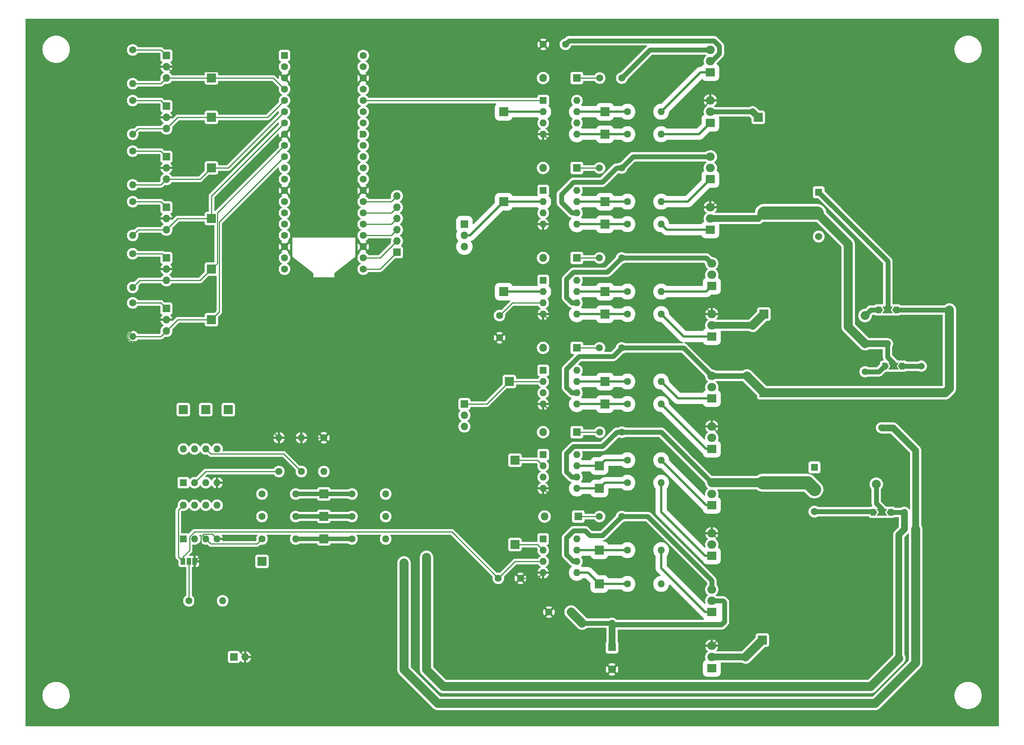
<source format=gbr>
%TF.GenerationSoftware,KiCad,Pcbnew,7.0.5*%
%TF.CreationDate,2024-03-16T22:55:44+00:00*%
%TF.ProjectId,PCB,5043422e-6b69-4636-9164-5f7063625858,rev?*%
%TF.SameCoordinates,Original*%
%TF.FileFunction,Copper,L1,Top*%
%TF.FilePolarity,Positive*%
%FSLAX46Y46*%
G04 Gerber Fmt 4.6, Leading zero omitted, Abs format (unit mm)*
G04 Created by KiCad (PCBNEW 7.0.5) date 2024-03-16 22:55:44*
%MOMM*%
%LPD*%
G01*
G04 APERTURE LIST*
G04 Aperture macros list*
%AMRoundRect*
0 Rectangle with rounded corners*
0 $1 Rounding radius*
0 $2 $3 $4 $5 $6 $7 $8 $9 X,Y pos of 4 corners*
0 Add a 4 corners polygon primitive as box body*
4,1,4,$2,$3,$4,$5,$6,$7,$8,$9,$2,$3,0*
0 Add four circle primitives for the rounded corners*
1,1,$1+$1,$2,$3*
1,1,$1+$1,$4,$5*
1,1,$1+$1,$6,$7*
1,1,$1+$1,$8,$9*
0 Add four rect primitives between the rounded corners*
20,1,$1+$1,$2,$3,$4,$5,0*
20,1,$1+$1,$4,$5,$6,$7,0*
20,1,$1+$1,$6,$7,$8,$9,0*
20,1,$1+$1,$8,$9,$2,$3,0*%
%AMFreePoly0*
4,1,6,1.000000,0.000000,0.500000,-0.750000,-0.500000,-0.750000,-0.500000,0.750000,0.500000,0.750000,1.000000,0.000000,1.000000,0.000000,$1*%
%AMFreePoly1*
4,1,7,0.700000,0.000000,1.200000,-0.750000,-1.200000,-0.750000,-0.700000,0.000000,-1.200000,0.750000,1.200000,0.750000,0.700000,0.000000,0.700000,0.000000,$1*%
%AMFreePoly2*
4,1,28,0.605014,0.794986,0.644504,0.794986,0.724698,0.756366,0.780194,0.686777,0.800000,0.600000,0.800000,-0.600000,0.780194,-0.686777,0.724698,-0.756366,0.644504,-0.794986,0.605014,-0.794986,0.600000,-0.800000,0.000000,-0.800000,-0.178017,-0.779942,-0.347107,-0.720775,-0.498792,-0.625465,-0.625465,-0.498792,-0.720775,-0.347107,-0.779942,-0.178017,-0.800000,0.000000,-0.779942,0.178017,
-0.720775,0.347107,-0.625465,0.498792,-0.498792,0.625465,-0.347107,0.720775,-0.178017,0.779942,0.000000,0.800000,0.600000,0.800000,0.605014,0.794986,0.605014,0.794986,$1*%
%AMFreePoly3*
4,1,28,0.178017,0.779942,0.347107,0.720775,0.498792,0.625465,0.625465,0.498792,0.720775,0.347107,0.779942,0.178017,0.800000,0.000000,0.779942,-0.178017,0.720775,-0.347107,0.625465,-0.498792,0.498792,-0.625465,0.347107,-0.720775,0.178017,-0.779942,0.000000,-0.800000,-0.600000,-0.800000,-0.605014,-0.794986,-0.644504,-0.794986,-0.724698,-0.756366,-0.780194,-0.686777,-0.800000,-0.600000,
-0.800000,0.600000,-0.780194,0.686777,-0.724698,0.756366,-0.644504,0.794986,-0.605014,0.794986,-0.600000,0.800000,0.000000,0.800000,0.178017,0.779942,0.178017,0.779942,$1*%
G04 Aperture macros list end*
%TA.AperFunction,ComponentPad*%
%ADD10R,1.800000X1.800000*%
%TD*%
%TA.AperFunction,ComponentPad*%
%ADD11O,1.800000X1.800000*%
%TD*%
%TA.AperFunction,ComponentPad*%
%ADD12R,2.000000X2.000000*%
%TD*%
%TA.AperFunction,ComponentPad*%
%ADD13C,1.600000*%
%TD*%
%TA.AperFunction,ComponentPad*%
%ADD14O,1.600000X1.600000*%
%TD*%
%TA.AperFunction,ComponentPad*%
%ADD15R,2.000000X1.905000*%
%TD*%
%TA.AperFunction,ComponentPad*%
%ADD16O,2.000000X1.905000*%
%TD*%
%TA.AperFunction,SMDPad,CuDef*%
%ADD17FreePoly0,0.000000*%
%TD*%
%TA.AperFunction,SMDPad,CuDef*%
%ADD18FreePoly1,0.000000*%
%TD*%
%TA.AperFunction,SMDPad,CuDef*%
%ADD19FreePoly0,180.000000*%
%TD*%
%TA.AperFunction,ComponentPad*%
%ADD20R,1.600000X1.600000*%
%TD*%
%TA.AperFunction,ComponentPad*%
%ADD21R,1.700000X1.700000*%
%TD*%
%TA.AperFunction,ComponentPad*%
%ADD22O,1.700000X1.700000*%
%TD*%
%TA.AperFunction,SMDPad,CuDef*%
%ADD23FreePoly1,180.000000*%
%TD*%
%TA.AperFunction,ComponentPad*%
%ADD24RoundRect,0.200000X-0.600000X-0.600000X0.600000X-0.600000X0.600000X0.600000X-0.600000X0.600000X0*%
%TD*%
%TA.AperFunction,ComponentPad*%
%ADD25FreePoly2,0.000000*%
%TD*%
%TA.AperFunction,ComponentPad*%
%ADD26FreePoly3,0.000000*%
%TD*%
%TA.AperFunction,ComponentPad*%
%ADD27R,1.650000X1.650000*%
%TD*%
%TA.AperFunction,ComponentPad*%
%ADD28C,1.650000*%
%TD*%
%TA.AperFunction,SMDPad,CuDef*%
%ADD29R,1.000000X1.500000*%
%TD*%
%TA.AperFunction,ComponentPad*%
%ADD30C,1.800000*%
%TD*%
%TA.AperFunction,ViaPad*%
%ADD31C,1.500000*%
%TD*%
%TA.AperFunction,ViaPad*%
%ADD32C,2.000000*%
%TD*%
%TA.AperFunction,Conductor*%
%ADD33C,2.000000*%
%TD*%
%TA.AperFunction,Conductor*%
%ADD34C,1.200000*%
%TD*%
%TA.AperFunction,Conductor*%
%ADD35C,1.100000*%
%TD*%
%TA.AperFunction,Conductor*%
%ADD36C,1.500000*%
%TD*%
%TA.AperFunction,Conductor*%
%ADD37C,0.250000*%
%TD*%
%TA.AperFunction,Conductor*%
%ADD38C,1.300000*%
%TD*%
%TA.AperFunction,Conductor*%
%ADD39C,3.000000*%
%TD*%
%TA.AperFunction,Conductor*%
%ADD40C,0.500000*%
%TD*%
%TA.AperFunction,Conductor*%
%ADD41C,1.000000*%
%TD*%
G04 APERTURE END LIST*
D10*
%TO.P,D5,1,K*%
%TO.N,Net-(D5-K)*%
X234620000Y-103810000D03*
D11*
%TO.P,D5,2,A*%
%TO.N,+3V3*%
X227000000Y-103810000D03*
%TD*%
D12*
%TO.P,TP32,1,1*%
%TO.N,Low 2B1*%
X239700000Y-176200000D03*
%TD*%
D13*
%TO.P,C1,1*%
%TO.N,GND*%
X217170000Y-142160000D03*
%TO.P,C1,2*%
%TO.N,+3V3*%
X217170000Y-137160000D03*
%TD*%
%TO.P,R14,1*%
%TO.N,Net-(U8A-+)*%
X163500000Y-182550000D03*
D14*
%TO.P,R14,2*%
%TO.N,Net-(U9B--)*%
X171120000Y-182550000D03*
%TD*%
D12*
%TO.P,TP5,1,1*%
%TO.N,Low 1A1*%
X240970000Y-96190000D03*
%TD*%
%TO.P,TP10,1,1*%
%TO.N,Load 1C*%
X276855000Y-136830000D03*
%TD*%
D13*
%TO.P,R4,1*%
%TO.N,Low 2B1*%
X246050000Y-174930000D03*
D14*
%TO.P,R4,2*%
%TO.N,Low 2B2*%
X253670000Y-174930000D03*
%TD*%
D13*
%TO.P,C2,1*%
%TO.N,Net-(D1-K)*%
X239740000Y-144450000D03*
%TO.P,C2,2*%
%TO.N,Load 2A*%
X244740000Y-144450000D03*
%TD*%
D15*
%TO.P,Q1,1,G*%
%TO.N,Low 2A2*%
X265100000Y-167310000D03*
D16*
%TO.P,Q1,2,D*%
%TO.N,Load 2A*%
X265100000Y-164770000D03*
%TO.P,Q1,3,S*%
%TO.N,GND*%
X265100000Y-162230000D03*
%TD*%
D12*
%TO.P,TP31,1,1*%
%TO.N,High 2B1*%
X239700000Y-171120000D03*
%TD*%
D15*
%TO.P,Q5,1,G*%
%TO.N,Low 2C2*%
X265100000Y-216840000D03*
D16*
%TO.P,Q5,2,D*%
%TO.N,Load 2C*%
X265100000Y-214300000D03*
%TO.P,Q5,3,S*%
%TO.N,GND*%
X265100000Y-211760000D03*
%TD*%
D13*
%TO.P,R25,1*%
%TO.N,+5V*%
X134290000Y-100000000D03*
D14*
%TO.P,R25,2*%
%TO.N,Net-(J8-Pin_3)*%
X134290000Y-107620000D03*
%TD*%
D17*
%TO.P,JP5,1,A*%
%TO.N,Motor C*%
X302800000Y-135890000D03*
D18*
%TO.P,JP5,2,C*%
%TO.N,Load 1A*%
X304800000Y-135890000D03*
D19*
%TO.P,JP5,3,B*%
%TO.N,Load 2A*%
X306800000Y-135890000D03*
%TD*%
D10*
%TO.P,D3,1,K*%
%TO.N,Net-(D3-K)*%
X234950000Y-182550000D03*
D11*
%TO.P,D3,2,A*%
%TO.N,+3V3*%
X227330000Y-182550000D03*
%TD*%
D13*
%TO.P,C5,1*%
%TO.N,Net-(D2-K)*%
X239780000Y-163500000D03*
%TO.P,C5,2*%
%TO.N,Load 2B*%
X244780000Y-163500000D03*
%TD*%
D20*
%TO.P,U1,1,VCC*%
%TO.N,+3V3*%
X227010000Y-149540000D03*
D14*
%TO.P,U1,2,IN*%
%TO.N,Gate 2A*%
X227010000Y-152080000D03*
%TO.P,U1,3,~{SD}*%
%TO.N,+3V3*%
X227010000Y-154620000D03*
%TO.P,U1,4,COM*%
%TO.N,GND*%
X227010000Y-157160000D03*
%TO.P,U1,5,LO*%
%TO.N,Low 2A1*%
X234630000Y-157160000D03*
%TO.P,U1,6,VS*%
%TO.N,Load 2A*%
X234630000Y-154620000D03*
%TO.P,U1,7,HO*%
%TO.N,High 2A1*%
X234630000Y-152080000D03*
%TO.P,U1,8,VB*%
%TO.N,Net-(D1-K)*%
X234630000Y-149540000D03*
%TD*%
D12*
%TO.P,TP26,1,1*%
%TO.N,High 2A1*%
X240970000Y-152070000D03*
%TD*%
D15*
%TO.P,Q11,1,G*%
%TO.N,High 1C2*%
X265100000Y-130480000D03*
D16*
%TO.P,Q11,2,D*%
%TO.N,VPP*%
X265100000Y-127940000D03*
%TO.P,Q11,3,S*%
%TO.N,Load 1C*%
X265100000Y-125400000D03*
%TD*%
D12*
%TO.P,TP21,1,1*%
%TO.N,Net-(J9-Pin_3)*%
X152070000Y-83490000D03*
%TD*%
D13*
%TO.P,R5,1*%
%TO.N,High 2C1*%
X246050000Y-190170000D03*
D14*
%TO.P,R5,2*%
%TO.N,High 2C2*%
X253670000Y-190170000D03*
%TD*%
D12*
%TO.P,TP29,1,1*%
%TO.N,Load 2B*%
X276530000Y-174930000D03*
%TD*%
%TO.P,TP20,1,1*%
%TO.N,Net-(U8A--)*%
X177470000Y-187630000D03*
%TD*%
D13*
%TO.P,R7,1*%
%TO.N,High 1A1*%
X246050000Y-91110000D03*
D14*
%TO.P,R7,2*%
%TO.N,High 1A2*%
X253670000Y-91110000D03*
%TD*%
D12*
%TO.P,TP28,1,1*%
%TO.N,Load 2A*%
X276855000Y-154610000D03*
%TD*%
%TO.P,TP19,1,1*%
%TO.N,Net-(U9B--)*%
X177470000Y-182550000D03*
%TD*%
D13*
%TO.P,R16,1*%
%TO.N,Net-(U9A--)*%
X183820000Y-177470000D03*
D14*
%TO.P,R16,2*%
%TO.N,Motor A*%
X191440000Y-177470000D03*
%TD*%
D12*
%TO.P,TP1,1,1*%
%TO.N,Gate 1A*%
X218110000Y-91110000D03*
%TD*%
D15*
%TO.P,Q9,1,G*%
%TO.N,High 1B2*%
X264775000Y-106350000D03*
D16*
%TO.P,Q9,2,D*%
%TO.N,VPP*%
X264775000Y-103810000D03*
%TO.P,Q9,3,S*%
%TO.N,Load 1B*%
X264775000Y-101270000D03*
%TD*%
D20*
%TO.P,U6,1,VCC*%
%TO.N,+3V3*%
X227010000Y-108900000D03*
D14*
%TO.P,U6,2,IN*%
%TO.N,Gate 1B*%
X227010000Y-111440000D03*
%TO.P,U6,3,~{SD}*%
%TO.N,+3V3*%
X227010000Y-113980000D03*
%TO.P,U6,4,COM*%
%TO.N,GND*%
X227010000Y-116520000D03*
%TO.P,U6,5,LO*%
%TO.N,Low 1B1*%
X234630000Y-116520000D03*
%TO.P,U6,6,VS*%
%TO.N,Load 1B*%
X234630000Y-113980000D03*
%TO.P,U6,7,HO*%
%TO.N,High 1B1*%
X234630000Y-111440000D03*
%TO.P,U6,8,VB*%
%TO.N,Net-(D5-K)*%
X234630000Y-108900000D03*
%TD*%
D13*
%TO.P,R13,1*%
%TO.N,Net-(U8A-+)*%
X163500000Y-177470000D03*
D14*
%TO.P,R13,2*%
%TO.N,Net-(U9A--)*%
X171120000Y-177470000D03*
%TD*%
D13*
%TO.P,C8,1*%
%TO.N,Net-(D3-K)*%
X239740000Y-182550000D03*
%TO.P,C8,2*%
%TO.N,Load 2C*%
X244740000Y-182550000D03*
%TD*%
%TO.P,R6,1*%
%TO.N,Low 2C1*%
X246050000Y-197790000D03*
D14*
%TO.P,R6,2*%
%TO.N,Low 2C2*%
X253670000Y-197790000D03*
%TD*%
D12*
%TO.P,TP17,1,1*%
%TO.N,Net-(U4-GPIO15)*%
X155880000Y-158420000D03*
%TD*%
%TO.P,TP36,1,1*%
%TO.N,Net-(J12-Pin_3)*%
X152070000Y-138100000D03*
%TD*%
D20*
%TO.P,U7,1,VCC*%
%TO.N,+3V3*%
X227010000Y-129220000D03*
D14*
%TO.P,U7,2,IN*%
%TO.N,Gate 1C*%
X227010000Y-131760000D03*
%TO.P,U7,3,~{SD}*%
%TO.N,+3V3*%
X227010000Y-134300000D03*
%TO.P,U7,4,COM*%
%TO.N,GND*%
X227010000Y-136840000D03*
%TO.P,U7,5,LO*%
%TO.N,Low 1C1*%
X234630000Y-136840000D03*
%TO.P,U7,6,VS*%
%TO.N,Load 1C*%
X234630000Y-134300000D03*
%TO.P,U7,7,HO*%
%TO.N,High 1C1*%
X234630000Y-131760000D03*
%TO.P,U7,8,VB*%
%TO.N,Net-(D6-K)*%
X234630000Y-129220000D03*
%TD*%
D20*
%TO.P,U5,1,VCC*%
%TO.N,+3V3*%
X227010000Y-88580000D03*
D14*
%TO.P,U5,2,IN*%
%TO.N,Gate 1A*%
X227010000Y-91120000D03*
%TO.P,U5,3,~{SD}*%
%TO.N,+3V3*%
X227010000Y-93660000D03*
%TO.P,U5,4,COM*%
%TO.N,GND*%
X227010000Y-96200000D03*
%TO.P,U5,5,LO*%
%TO.N,Low 1A1*%
X234630000Y-96200000D03*
%TO.P,U5,6,VS*%
%TO.N,Load 1A*%
X234630000Y-93660000D03*
%TO.P,U5,7,HO*%
%TO.N,High 1A1*%
X234630000Y-91120000D03*
%TO.P,U5,8,VB*%
%TO.N,Net-(D4-K)*%
X234630000Y-88580000D03*
%TD*%
D20*
%TO.P,U9,1*%
%TO.N,Net-(U4-GPIO15)*%
X145730000Y-174920000D03*
D14*
%TO.P,U9,2,-*%
%TO.N,Net-(U9A--)*%
X148270000Y-174920000D03*
%TO.P,U9,3,+*%
%TO.N,Net-(U8A-+)*%
X150810000Y-174920000D03*
%TO.P,U9,4,V-*%
%TO.N,GND*%
X153350000Y-174920000D03*
%TO.P,U9,5,+*%
%TO.N,Net-(U8A-+)*%
X153350000Y-167300000D03*
%TO.P,U9,6,-*%
%TO.N,Net-(U9B--)*%
X150810000Y-167300000D03*
%TO.P,U9,7*%
%TO.N,Net-(U4-GPIO14)*%
X148270000Y-167300000D03*
%TO.P,U9,8,V+*%
%TO.N,+3V3*%
X145730000Y-167300000D03*
%TD*%
D21*
%TO.P,J4,1,Pin_1*%
%TO.N,Gate 1A*%
X209220000Y-116510000D03*
D22*
%TO.P,J4,2,Pin_2*%
%TO.N,Gate 1B*%
X209220000Y-119050000D03*
%TO.P,J4,3,Pin_3*%
%TO.N,Gate 1C*%
X209220000Y-121590000D03*
%TD*%
D13*
%TO.P,C7,1*%
%TO.N,GND*%
X221880000Y-196520000D03*
%TO.P,C7,2*%
%TO.N,+3V3*%
X216880000Y-196520000D03*
%TD*%
D12*
%TO.P,TP6,1,1*%
%TO.N,High 1B1*%
X240970000Y-111430000D03*
%TD*%
%TO.P,TP4,1,1*%
%TO.N,High 1A1*%
X240970000Y-91110000D03*
%TD*%
D20*
%TO.P,U8,1*%
%TO.N,Net-(U4-GPIO13)*%
X145730000Y-187620000D03*
D14*
%TO.P,U8,2,-*%
%TO.N,Net-(U8A--)*%
X148270000Y-187620000D03*
%TO.P,U8,3,+*%
%TO.N,Net-(U8A-+)*%
X150810000Y-187620000D03*
%TO.P,U8,4,V-*%
%TO.N,GND*%
X153350000Y-187620000D03*
%TO.P,U8,5,+*%
%TO.N,unconnected-(U8B-+-Pad5)*%
X153350000Y-180000000D03*
%TO.P,U8,6,-*%
%TO.N,unconnected-(U8B---Pad6)*%
X150810000Y-180000000D03*
%TO.P,U8,7*%
%TO.N,unconnected-(U8-Pad7)*%
X148270000Y-180000000D03*
%TO.P,U8,8,V+*%
%TO.N,+3V3*%
X145730000Y-180000000D03*
%TD*%
D12*
%TO.P,TP14,1,1*%
%TO.N,Net-(U4-GPIO14)*%
X150800000Y-158420000D03*
%TD*%
D13*
%TO.P,R26,1*%
%TO.N,+5V*%
X134290000Y-111430000D03*
D14*
%TO.P,R26,2*%
%TO.N,Net-(J10-Pin_3)*%
X134290000Y-119050000D03*
%TD*%
D12*
%TO.P,TP2,1,1*%
%TO.N,Gate 1B*%
X218110000Y-111430000D03*
%TD*%
D13*
%TO.P,R11,1*%
%TO.N,High 1C1*%
X246050000Y-131750000D03*
D14*
%TO.P,R11,2*%
%TO.N,High 1C2*%
X253670000Y-131750000D03*
%TD*%
D21*
%TO.P,J7,1,Pin_1*%
%TO.N,+5V*%
X141910000Y-89855000D03*
D22*
%TO.P,J7,2,Pin_2*%
%TO.N,GND*%
X141910000Y-92395000D03*
%TO.P,J7,3,Pin_3*%
%TO.N,Net-(J7-Pin_3)*%
X141910000Y-94935000D03*
%TD*%
D15*
%TO.P,Q4,1,G*%
%TO.N,High 2C2*%
X265100000Y-204140000D03*
D16*
%TO.P,Q4,2,D*%
%TO.N,VPP*%
X265100000Y-201600000D03*
%TO.P,Q4,3,S*%
%TO.N,Load 2C*%
X265100000Y-199060000D03*
%TD*%
D13*
%TO.P,R22,1*%
%TO.N,+5V*%
X134290000Y-77140000D03*
D14*
%TO.P,R22,2*%
%TO.N,Net-(J9-Pin_3)*%
X134290000Y-84760000D03*
%TD*%
D19*
%TO.P,JP3,1,A*%
%TO.N,Motor A*%
X305530000Y-181610000D03*
D23*
%TO.P,JP3,2,C*%
%TO.N,Load 1C*%
X303530000Y-181610000D03*
D17*
%TO.P,JP3,3,B*%
%TO.N,Load 2C*%
X301530000Y-181610000D03*
%TD*%
D21*
%TO.P,J9,1,Pin_1*%
%TO.N,+5V*%
X141910000Y-78425000D03*
D22*
%TO.P,J9,2,Pin_2*%
%TO.N,GND*%
X141910000Y-80965000D03*
%TO.P,J9,3,Pin_3*%
%TO.N,Net-(J9-Pin_3)*%
X141910000Y-83505000D03*
%TD*%
D12*
%TO.P,TP16,1,1*%
%TO.N,Net-(J10-Pin_3)*%
X152070000Y-115240000D03*
%TD*%
D13*
%TO.P,R21,1*%
%TO.N,GND*%
X177470000Y-164770000D03*
D14*
%TO.P,R21,2*%
%TO.N,Net-(U8A--)*%
X177470000Y-172390000D03*
%TD*%
D13*
%TO.P,C3,1*%
%TO.N,Net-(D4-K)*%
X239780000Y-83490000D03*
%TO.P,C3,2*%
%TO.N,Load 1A*%
X244780000Y-83490000D03*
%TD*%
D12*
%TO.P,TP13,1,1*%
%TO.N,Net-(U8A-+)*%
X163500000Y-192710000D03*
%TD*%
D10*
%TO.P,D4,1,K*%
%TO.N,Net-(D4-K)*%
X234620000Y-83490000D03*
D11*
%TO.P,D4,2,A*%
%TO.N,+3V3*%
X227000000Y-83490000D03*
%TD*%
D13*
%TO.P,R28,1*%
%TO.N,+5V*%
X134290000Y-134290000D03*
D14*
%TO.P,R28,2*%
%TO.N,Net-(J12-Pin_3)*%
X134290000Y-141910000D03*
%TD*%
D13*
%TO.P,C9,1*%
%TO.N,VPP*%
X233310000Y-204140000D03*
%TO.P,C9,2*%
%TO.N,GND*%
X228310000Y-204140000D03*
%TD*%
D21*
%TO.P,J8,1,Pin_1*%
%TO.N,+5V*%
X141910000Y-101270000D03*
D22*
%TO.P,J8,2,Pin_2*%
%TO.N,GND*%
X141910000Y-103810000D03*
%TO.P,J8,3,Pin_3*%
%TO.N,Net-(J8-Pin_3)*%
X141910000Y-106350000D03*
%TD*%
D12*
%TO.P,TP18,1,1*%
%TO.N,Net-(U9A--)*%
X177470000Y-177470000D03*
%TD*%
D13*
%TO.P,R18,1*%
%TO.N,Net-(U8A--)*%
X183820000Y-187630000D03*
D14*
%TO.P,R18,2*%
%TO.N,Motor C*%
X191440000Y-187630000D03*
%TD*%
D13*
%TO.P,R8,1*%
%TO.N,Low 1A1*%
X246050000Y-96190000D03*
D14*
%TO.P,R8,2*%
%TO.N,Low 1A2*%
X253670000Y-96190000D03*
%TD*%
D20*
%TO.P,U3,1,VCC*%
%TO.N,+3V3*%
X227000000Y-187640000D03*
D14*
%TO.P,U3,2,IN*%
%TO.N,Gate 2C*%
X227000000Y-190180000D03*
%TO.P,U3,3,~{SD}*%
%TO.N,+3V3*%
X227000000Y-192720000D03*
%TO.P,U3,4,COM*%
%TO.N,GND*%
X227000000Y-195260000D03*
%TO.P,U3,5,LO*%
%TO.N,Low 2C1*%
X234620000Y-195260000D03*
%TO.P,U3,6,VS*%
%TO.N,Load 2C*%
X234620000Y-192720000D03*
%TO.P,U3,7,HO*%
%TO.N,High 2C1*%
X234620000Y-190180000D03*
%TO.P,U3,8,VB*%
%TO.N,Net-(D3-K)*%
X234620000Y-187640000D03*
%TD*%
D12*
%TO.P,TP27,1,1*%
%TO.N,Low 2A1*%
X240970000Y-157150000D03*
%TD*%
D24*
%TO.P,U4,1,GPIO0*%
%TO.N,unconnected-(U4-GPIO0-Pad1)*%
X168580000Y-78410000D03*
D13*
%TO.P,U4,2,GPIO1*%
%TO.N,unconnected-(U4-GPIO1-Pad2)*%
X168580000Y-80950000D03*
D25*
%TO.P,U4,3,GND*%
%TO.N,GND*%
X168580000Y-83490000D03*
D13*
%TO.P,U4,4,GPIO2*%
%TO.N,Net-(J9-Pin_3)*%
X168580000Y-86030000D03*
%TO.P,U4,5,GPIO3*%
%TO.N,Net-(J7-Pin_3)*%
X168580000Y-88570000D03*
%TO.P,U4,6,GPIO4*%
%TO.N,Net-(J8-Pin_3)*%
X168580000Y-91110000D03*
%TO.P,U4,7,GPIO5*%
%TO.N,Net-(J10-Pin_3)*%
X168580000Y-93650000D03*
D25*
%TO.P,U4,8,GND*%
%TO.N,GND*%
X168580000Y-96190000D03*
D13*
%TO.P,U4,9,GPIO6*%
%TO.N,Net-(J11-Pin_3)*%
X168580000Y-98730000D03*
%TO.P,U4,10,GPIO7*%
%TO.N,Net-(J12-Pin_3)*%
X168580000Y-101270000D03*
%TO.P,U4,11,GPIO8*%
%TO.N,unconnected-(U4-GPIO8-Pad11)*%
X168580000Y-103810000D03*
%TO.P,U4,12,GPIO9*%
%TO.N,unconnected-(U4-GPIO9-Pad12)*%
X168580000Y-106350000D03*
D25*
%TO.P,U4,13,GND*%
%TO.N,GND*%
X168580000Y-108890000D03*
D13*
%TO.P,U4,14,GPIO10*%
%TO.N,unconnected-(U4-GPIO10-Pad14)*%
X168580000Y-111430000D03*
%TO.P,U4,15,GPIO11*%
%TO.N,unconnected-(U4-GPIO11-Pad15)*%
X168580000Y-113970000D03*
%TO.P,U4,16,GPIO12*%
%TO.N,unconnected-(U4-GPIO12-Pad16)*%
X168580000Y-116510000D03*
%TO.P,U4,17,GPIO13*%
%TO.N,Net-(U4-GPIO13)*%
X168580000Y-119050000D03*
D25*
%TO.P,U4,18,GND*%
%TO.N,GND*%
X168580000Y-121590000D03*
D13*
%TO.P,U4,19,GPIO14*%
%TO.N,Net-(U4-GPIO14)*%
X168580000Y-124130000D03*
%TO.P,U4,20,GPIO15*%
%TO.N,Net-(U4-GPIO15)*%
X168580000Y-126670000D03*
%TO.P,U4,21,GPIO16*%
%TO.N,Net-(J1-Pin_1)*%
X186360000Y-126670000D03*
%TO.P,U4,22,GPIO17*%
%TO.N,Net-(J1-Pin_2)*%
X186360000Y-124130000D03*
D26*
%TO.P,U4,23,GND*%
%TO.N,GND*%
X186360000Y-121590000D03*
D13*
%TO.P,U4,24,GPIO18*%
%TO.N,Net-(J1-Pin_3)*%
X186360000Y-119050000D03*
%TO.P,U4,25,GPIO19*%
%TO.N,Net-(J1-Pin_4)*%
X186360000Y-116510000D03*
%TO.P,U4,26,GPIO20*%
%TO.N,Net-(J1-Pin_5)*%
X186360000Y-113970000D03*
%TO.P,U4,27,GPIO21*%
%TO.N,Net-(J1-Pin_6)*%
X186360000Y-111430000D03*
D26*
%TO.P,U4,28,GND*%
%TO.N,GND*%
X186360000Y-108890000D03*
D13*
%TO.P,U4,29,GPIO22*%
%TO.N,unconnected-(U4-GPIO22-Pad29)*%
X186360000Y-106350000D03*
%TO.P,U4,30,RUN*%
%TO.N,unconnected-(U4-RUN-Pad30)*%
X186360000Y-103810000D03*
%TO.P,U4,31,GPIO26_ADC0*%
%TO.N,unconnected-(U4-GPIO26_ADC0-Pad31)*%
X186360000Y-101270000D03*
%TO.P,U4,32,GPIO27_ADC1*%
%TO.N,unconnected-(U4-GPIO27_ADC1-Pad32)*%
X186360000Y-98730000D03*
D26*
%TO.P,U4,33,AGND*%
%TO.N,unconnected-(U4-AGND-Pad33)*%
X186360000Y-96190000D03*
D13*
%TO.P,U4,34,GPIO28_ADC2*%
%TO.N,unconnected-(U4-GPIO28_ADC2-Pad34)*%
X186360000Y-93650000D03*
%TO.P,U4,35,ADC_VREF*%
%TO.N,unconnected-(U4-ADC_VREF-Pad35)*%
X186360000Y-91110000D03*
%TO.P,U4,36,3V3*%
%TO.N,+3V3*%
X186360000Y-88570000D03*
%TO.P,U4,37,3V3_EN*%
%TO.N,unconnected-(U4-3V3_EN-Pad37)*%
X186360000Y-86030000D03*
D26*
%TO.P,U4,38,GND*%
%TO.N,GND*%
X186360000Y-83490000D03*
D13*
%TO.P,U4,39,VSYS*%
%TO.N,unconnected-(U4-VSYS-Pad39)*%
X186360000Y-80950000D03*
%TO.P,U4,40,VBUS*%
%TO.N,unconnected-(U4-VBUS-Pad40)*%
X186360000Y-78410000D03*
%TD*%
D12*
%TO.P,TP11,1,1*%
%TO.N,High 1C1*%
X240970000Y-131750000D03*
%TD*%
D21*
%TO.P,J11,1,Pin_1*%
%TO.N,+5V*%
X141910000Y-124130000D03*
D22*
%TO.P,J11,2,Pin_2*%
%TO.N,GND*%
X141910000Y-126670000D03*
%TO.P,J11,3,Pin_3*%
%TO.N,Net-(J11-Pin_3)*%
X141910000Y-129210000D03*
%TD*%
D12*
%TO.P,TP33,1,1*%
%TO.N,High 2C1*%
X239700000Y-190170000D03*
%TD*%
%TO.P,TP30,1,1*%
%TO.N,Load 2C*%
X276530000Y-210490000D03*
%TD*%
D13*
%TO.P,R1,1*%
%TO.N,High 2A1*%
X246050000Y-152070000D03*
D14*
%TO.P,R1,2*%
%TO.N,High 2A2*%
X253670000Y-152070000D03*
%TD*%
D12*
%TO.P,TP8,1,1*%
%TO.N,Load 1A*%
X275585000Y-92380000D03*
%TD*%
D21*
%TO.P,J3,1,Pin_1*%
%TO.N,Gate 2A*%
X209220000Y-157150000D03*
D22*
%TO.P,J3,2,Pin_2*%
%TO.N,Gate 2B*%
X209220000Y-159690000D03*
%TO.P,J3,3,Pin_3*%
%TO.N,Gate 2C*%
X209220000Y-162230000D03*
%TD*%
D10*
%TO.P,D1,1,K*%
%TO.N,Net-(D1-K)*%
X234620000Y-144450000D03*
D11*
%TO.P,D1,2,A*%
%TO.N,+3V3*%
X227000000Y-144450000D03*
%TD*%
D21*
%TO.P,J1,1,Pin_1*%
%TO.N,Net-(J1-Pin_1)*%
X193980000Y-122860000D03*
D22*
%TO.P,J1,2,Pin_2*%
%TO.N,Net-(J1-Pin_2)*%
X193980000Y-120320000D03*
%TO.P,J1,3,Pin_3*%
%TO.N,Net-(J1-Pin_3)*%
X193980000Y-117780000D03*
%TO.P,J1,4,Pin_4*%
%TO.N,Net-(J1-Pin_4)*%
X193980000Y-115240000D03*
%TO.P,J1,5,Pin_5*%
%TO.N,Net-(J1-Pin_5)*%
X193980000Y-112700000D03*
%TO.P,J1,6,Pin_6*%
%TO.N,Net-(J1-Pin_6)*%
X193980000Y-110160000D03*
%TD*%
D15*
%TO.P,Q8,1,G*%
%TO.N,Low 1A2*%
X264775000Y-93650000D03*
D16*
%TO.P,Q8,2,D*%
%TO.N,Load 1A*%
X264775000Y-91110000D03*
%TO.P,Q8,3,S*%
%TO.N,GND*%
X264775000Y-88570000D03*
%TD*%
D10*
%TO.P,D2,1,K*%
%TO.N,Net-(D2-K)*%
X234620000Y-163500000D03*
D11*
%TO.P,D2,2,A*%
%TO.N,+3V3*%
X227000000Y-163500000D03*
%TD*%
D13*
%TO.P,R12,1*%
%TO.N,Low 1C1*%
X246050000Y-136830000D03*
D14*
%TO.P,R12,2*%
%TO.N,Low 1C2*%
X253670000Y-136830000D03*
%TD*%
D12*
%TO.P,TP15,1,1*%
%TO.N,Net-(U4-GPIO13)*%
X145720000Y-158420000D03*
%TD*%
D13*
%TO.P,R3,1*%
%TO.N,High 2B1*%
X246050000Y-169850000D03*
D14*
%TO.P,R3,2*%
%TO.N,High 2B2*%
X253670000Y-169850000D03*
%TD*%
D12*
%TO.P,TP25,1,1*%
%TO.N,Gate 2C*%
X220650000Y-188900000D03*
%TD*%
%TO.P,TP22,1,1*%
%TO.N,Net-(J7-Pin_3)*%
X152070000Y-92380000D03*
%TD*%
%TO.P,TP35,1,1*%
%TO.N,Net-(J8-Pin_3)*%
X152070000Y-103810000D03*
%TD*%
%TO.P,TP12,1,1*%
%TO.N,Low 1C1*%
X240970000Y-136830000D03*
%TD*%
%TO.P,TP24,1,1*%
%TO.N,Gate 2B*%
X220650000Y-169850000D03*
%TD*%
D15*
%TO.P,Q7,1,G*%
%TO.N,High 2A2*%
X265100000Y-155880000D03*
D16*
%TO.P,Q7,2,D*%
%TO.N,VPP*%
X265100000Y-153340000D03*
%TO.P,Q7,3,S*%
%TO.N,Load 2A*%
X265100000Y-150800000D03*
%TD*%
D13*
%TO.P,R2,1*%
%TO.N,Low 2A1*%
X246050000Y-157150000D03*
D14*
%TO.P,R2,2*%
%TO.N,Low 2A2*%
X253670000Y-157150000D03*
%TD*%
D21*
%TO.P,J10,1,Pin_1*%
%TO.N,+5V*%
X141910000Y-112700000D03*
D22*
%TO.P,J10,2,Pin_2*%
%TO.N,GND*%
X141910000Y-115240000D03*
%TO.P,J10,3,Pin_3*%
%TO.N,Net-(J10-Pin_3)*%
X141910000Y-117780000D03*
%TD*%
D13*
%TO.P,C10,1*%
%TO.N,VPP*%
X232040000Y-75870000D03*
%TO.P,C10,2*%
%TO.N,GND*%
X227040000Y-75870000D03*
%TD*%
D15*
%TO.P,Q10,1,G*%
%TO.N,Low 1B2*%
X264775000Y-117780000D03*
D16*
%TO.P,Q10,2,D*%
%TO.N,Load 1B*%
X264775000Y-115240000D03*
%TO.P,Q10,3,S*%
%TO.N,GND*%
X264775000Y-112700000D03*
%TD*%
D12*
%TO.P,TP34,1,1*%
%TO.N,Low 2C1*%
X239700000Y-197790000D03*
%TD*%
D13*
%TO.P,R19,1*%
%TO.N,Net-(U9A--)*%
X167310000Y-172390000D03*
D14*
%TO.P,R19,2*%
%TO.N,GND*%
X167310000Y-164770000D03*
%TD*%
D12*
%TO.P,TP3,1,1*%
%TO.N,Gate 1C*%
X218110000Y-131750000D03*
%TD*%
D17*
%TO.P,JP4,1,A*%
%TO.N,Motor B*%
X304140000Y-148590000D03*
D18*
%TO.P,JP4,2,C*%
%TO.N,Load 1B*%
X306140000Y-148590000D03*
D19*
%TO.P,JP4,3,B*%
%TO.N,Load 2B*%
X308140000Y-148590000D03*
%TD*%
D13*
%TO.P,R27,1*%
%TO.N,+5V*%
X134290000Y-123190000D03*
D14*
%TO.P,R27,2*%
%TO.N,Net-(J11-Pin_3)*%
X134290000Y-130810000D03*
%TD*%
D13*
%TO.P,R17,1*%
%TO.N,Net-(U9B--)*%
X183820000Y-182550000D03*
D14*
%TO.P,R17,2*%
%TO.N,Motor B*%
X191440000Y-182550000D03*
%TD*%
D12*
%TO.P,TP7,1,1*%
%TO.N,Low 1B1*%
X240970000Y-116510000D03*
%TD*%
%TO.P,TP9,1,1*%
%TO.N,Load 1B*%
X276855000Y-113970000D03*
%TD*%
D21*
%TO.P,J13,1,Pin_1*%
%TO.N,+5V*%
X157150000Y-214300000D03*
D22*
%TO.P,J13,2,Pin_2*%
%TO.N,GND*%
X159690000Y-214300000D03*
%TD*%
D27*
%TO.P,J2,1,Pin_1*%
%TO.N,Load 1A*%
X289260000Y-109300000D03*
D28*
%TO.P,J2,2,Pin_2*%
%TO.N,Load 1B*%
X289260000Y-114300000D03*
%TO.P,J2,3,Pin_3*%
%TO.N,Load 1C*%
X289260000Y-119300000D03*
%TD*%
D27*
%TO.P,J5,1,Pin_1*%
%TO.N,Load 2A*%
X288290000Y-171450000D03*
D28*
%TO.P,J5,2,Pin_2*%
%TO.N,Load 2B*%
X288290000Y-176450000D03*
%TO.P,J5,3,Pin_3*%
%TO.N,Load 2C*%
X288290000Y-181450000D03*
%TD*%
D15*
%TO.P,Q3,1,G*%
%TO.N,High 2B2*%
X265100000Y-180010000D03*
D16*
%TO.P,Q3,2,D*%
%TO.N,VPP*%
X265100000Y-177470000D03*
%TO.P,Q3,3,S*%
%TO.N,Load 2B*%
X265100000Y-174930000D03*
%TD*%
D21*
%TO.P,J12,1,Pin_1*%
%TO.N,+5V*%
X141910000Y-135575000D03*
D22*
%TO.P,J12,2,Pin_2*%
%TO.N,GND*%
X141910000Y-138115000D03*
%TO.P,J12,3,Pin_3*%
%TO.N,Net-(J12-Pin_3)*%
X141910000Y-140655000D03*
%TD*%
D13*
%TO.P,R10,1*%
%TO.N,Low 1B1*%
X246050000Y-116510000D03*
D14*
%TO.P,R10,2*%
%TO.N,Low 1B2*%
X253670000Y-116510000D03*
%TD*%
D13*
%TO.P,R24,1*%
%TO.N,Net-(JP6-C)*%
X146990000Y-201600000D03*
D14*
%TO.P,R24,2*%
%TO.N,Net-(U8A-+)*%
X154610000Y-201600000D03*
%TD*%
D13*
%TO.P,R9,1*%
%TO.N,High 1B1*%
X246050000Y-111430000D03*
D14*
%TO.P,R9,2*%
%TO.N,High 1B2*%
X253670000Y-111430000D03*
%TD*%
D29*
%TO.P,JP6,1,A*%
%TO.N,+3V3*%
X145660000Y-192710000D03*
%TO.P,JP6,2,C*%
%TO.N,Net-(JP6-C)*%
X146960000Y-192710000D03*
%TO.P,JP6,3,B*%
%TO.N,GND*%
X148260000Y-192710000D03*
%TD*%
D15*
%TO.P,Q12,1,G*%
%TO.N,Low 1C2*%
X265100000Y-141910000D03*
D16*
%TO.P,Q12,2,D*%
%TO.N,Load 1C*%
X265100000Y-139370000D03*
%TO.P,Q12,3,S*%
%TO.N,GND*%
X265100000Y-136830000D03*
%TD*%
D13*
%TO.P,R15,1*%
%TO.N,Net-(U8A-+)*%
X163500000Y-187630000D03*
D14*
%TO.P,R15,2*%
%TO.N,Net-(U8A--)*%
X171120000Y-187630000D03*
%TD*%
D15*
%TO.P,Q2,1,G*%
%TO.N,Low 2B2*%
X265100000Y-191440000D03*
D16*
%TO.P,Q2,2,D*%
%TO.N,Load 2B*%
X265100000Y-188900000D03*
%TO.P,Q2,3,S*%
%TO.N,GND*%
X265100000Y-186360000D03*
%TD*%
D15*
%TO.P,Q6,1,G*%
%TO.N,High 1A2*%
X264775000Y-82220000D03*
D16*
%TO.P,Q6,2,D*%
%TO.N,VPP*%
X264775000Y-79680000D03*
%TO.P,Q6,3,S*%
%TO.N,Load 1A*%
X264775000Y-77140000D03*
%TD*%
D10*
%TO.P,D6,1,K*%
%TO.N,Net-(D6-K)*%
X234620000Y-124130000D03*
D11*
%TO.P,D6,2,A*%
%TO.N,+3V3*%
X227000000Y-124130000D03*
%TD*%
D13*
%TO.P,C4,1*%
%TO.N,Net-(D5-K)*%
X239740000Y-103810000D03*
%TO.P,C4,2*%
%TO.N,Load 1B*%
X244740000Y-103810000D03*
%TD*%
%TO.P,R20,1*%
%TO.N,Net-(U9B--)*%
X172390000Y-172390000D03*
D14*
%TO.P,R20,2*%
%TO.N,GND*%
X172390000Y-164770000D03*
%TD*%
D12*
%TO.P,TP23,1,1*%
%TO.N,Gate 2A*%
X219380000Y-152070000D03*
%TD*%
D10*
%TO.P,J6,1,Pin_1*%
%TO.N,VPP*%
X242570000Y-212090000D03*
D30*
%TO.P,J6,2,Pin_2*%
%TO.N,GND*%
X242570000Y-217090000D03*
%TD*%
D12*
%TO.P,TP37,1,1*%
%TO.N,Net-(J11-Pin_3)*%
X152070000Y-126670000D03*
%TD*%
D13*
%TO.P,C6,1*%
%TO.N,Net-(D6-K)*%
X239740000Y-124130000D03*
%TO.P,C6,2*%
%TO.N,Load 1C*%
X244740000Y-124130000D03*
%TD*%
%TO.P,R23,1*%
%TO.N,+5V*%
X134290000Y-88570000D03*
D14*
%TO.P,R23,2*%
%TO.N,Net-(J7-Pin_3)*%
X134290000Y-96190000D03*
%TD*%
D20*
%TO.P,U2,1,VCC*%
%TO.N,+3V3*%
X227010000Y-168590000D03*
D14*
%TO.P,U2,2,IN*%
%TO.N,Gate 2B*%
X227010000Y-171130000D03*
%TO.P,U2,3,~{SD}*%
%TO.N,+3V3*%
X227010000Y-173670000D03*
%TO.P,U2,4,COM*%
%TO.N,GND*%
X227010000Y-176210000D03*
%TO.P,U2,5,LO*%
%TO.N,Low 2B1*%
X234630000Y-176210000D03*
%TO.P,U2,6,VS*%
%TO.N,Load 2B*%
X234630000Y-173670000D03*
%TO.P,U2,7,HO*%
%TO.N,High 2B1*%
X234630000Y-171130000D03*
%TO.P,U2,8,VB*%
%TO.N,Net-(D2-K)*%
X234630000Y-168590000D03*
%TD*%
D31*
%TO.N,Load 2B*%
X312420000Y-148590000D03*
D32*
%TO.N,Load 1C*%
X302260000Y-175260000D03*
%TO.N,Motor A*%
X200660000Y-191770000D03*
D31*
%TO.N,Motor B*%
X299720000Y-149860000D03*
D32*
X195580000Y-193040000D03*
D31*
X303424179Y-162512753D03*
D32*
%TO.N,Motor C*%
X299720000Y-137160000D03*
%TD*%
D33*
%TO.N,Load 2A*%
X317830000Y-154610000D02*
X318770000Y-153670000D01*
X276855000Y-154610000D02*
X317830000Y-154610000D01*
X318770000Y-153670000D02*
X318770000Y-135890000D01*
D34*
%TO.N,VPP*%
X267282500Y-207010000D02*
X242937500Y-207010000D01*
X267650000Y-206642500D02*
X267282500Y-207010000D01*
X242937500Y-207010000D02*
X242570000Y-206642500D01*
D35*
X267970000Y-206322500D02*
X267650000Y-206642500D01*
X267970000Y-201957500D02*
X267970000Y-206322500D01*
X267612500Y-201600000D02*
X267970000Y-201957500D01*
X265100000Y-201600000D02*
X267612500Y-201600000D01*
D33*
%TO.N,Motor A*%
X307340000Y-214630000D02*
X300990000Y-220980000D01*
X204470000Y-220980000D02*
X200660000Y-217170000D01*
D36*
X307340000Y-186690000D02*
X307340000Y-214630000D01*
D33*
X200660000Y-217170000D02*
X200660000Y-191770000D01*
D36*
X308610000Y-181610000D02*
X308610000Y-185420000D01*
D35*
X305530000Y-181610000D02*
X308610000Y-181610000D01*
D36*
X308610000Y-185420000D02*
X307340000Y-186690000D01*
D33*
X300990000Y-220980000D02*
X204470000Y-220980000D01*
D35*
%TO.N,Load 1B*%
X304800000Y-146515074D02*
X306190000Y-147905074D01*
D36*
X304800000Y-143510000D02*
X299720000Y-143510000D01*
D35*
X304800000Y-143510000D02*
X304800000Y-146515074D01*
%TO.N,Motor B*%
X302870000Y-149860000D02*
X304140000Y-148590000D01*
D37*
%TO.N,GND*%
X266900000Y-110575000D02*
X266900000Y-100530000D01*
X148260000Y-192710000D02*
X149685000Y-191285000D01*
X266900000Y-100530000D02*
X264485000Y-98115000D01*
X229125000Y-98315000D02*
X227010000Y-96200000D01*
X150344009Y-186495000D02*
X152225000Y-186495000D01*
X227010000Y-136840000D02*
X222490000Y-136840000D01*
X250697362Y-94265000D02*
X246647362Y-98315000D01*
X265100000Y-183637638D02*
X254467362Y-173005000D01*
X247975000Y-137627362D02*
X246647362Y-138955000D01*
X250697362Y-97027362D02*
X250697362Y-94265000D01*
X267225000Y-169387500D02*
X261219200Y-169387500D01*
X246647362Y-98315000D02*
X229125000Y-98315000D01*
X149685000Y-191285000D02*
X149685000Y-187154009D01*
X265100000Y-136830000D02*
X262890000Y-134620000D01*
X262890000Y-134620000D02*
X246562362Y-134620000D01*
X133165000Y-141444009D02*
X133165000Y-142375991D01*
X246807638Y-179070000D02*
X229870000Y-179070000D01*
X264775000Y-88570000D02*
X259080000Y-94265000D01*
X265100000Y-211760000D02*
X269145000Y-207715000D01*
X267225000Y-164355000D02*
X267225000Y-169387500D01*
X172390000Y-164770000D02*
X167310000Y-164770000D01*
X259080000Y-94265000D02*
X250697362Y-94265000D01*
X265100000Y-186360000D02*
X265100000Y-183637638D01*
X159690000Y-214300000D02*
X148260000Y-202870000D01*
X246647362Y-138955000D02*
X229125000Y-138955000D01*
X269145000Y-190405000D02*
X265100000Y-186360000D01*
X229125000Y-138955000D02*
X227010000Y-136840000D01*
X229870000Y-160020000D02*
X227010000Y-157160000D01*
X251851700Y-160020000D02*
X229870000Y-160020000D01*
X141910000Y-138115000D02*
X136494009Y-138115000D01*
X269145000Y-207715000D02*
X269145000Y-190405000D01*
X265100000Y-162230000D02*
X267225000Y-164355000D01*
X222490000Y-136840000D02*
X217170000Y-142160000D01*
X136494009Y-138115000D02*
X133165000Y-141444009D01*
X145575000Y-143035000D02*
X167310000Y-164770000D01*
X141910000Y-80965000D02*
X143020000Y-82075000D01*
X246562362Y-134620000D02*
X247975000Y-136032638D01*
X148260000Y-202870000D02*
X148260000Y-192710000D01*
X247975000Y-136032638D02*
X247975000Y-137627362D01*
X251785000Y-98115000D02*
X250697362Y-97027362D01*
X254467362Y-173005000D02*
X252872638Y-173005000D01*
X133824009Y-143035000D02*
X145575000Y-143035000D01*
X264775000Y-112700000D02*
X266900000Y-110575000D01*
X225740000Y-196520000D02*
X227000000Y-195260000D01*
X229870000Y-179070000D02*
X227010000Y-176210000D01*
X177470000Y-164770000D02*
X172390000Y-164770000D01*
X221880000Y-196520000D02*
X225740000Y-196520000D01*
X261219200Y-169387500D02*
X251851700Y-160020000D01*
X149685000Y-187154009D02*
X150344009Y-186495000D01*
X133165000Y-142375991D02*
X133824009Y-143035000D01*
X264485000Y-98115000D02*
X251785000Y-98115000D01*
X167165000Y-82075000D02*
X168580000Y-83490000D01*
X252872638Y-173005000D02*
X246807638Y-179070000D01*
X152225000Y-186495000D02*
X153350000Y-187620000D01*
X143020000Y-82075000D02*
X167165000Y-82075000D01*
%TO.N,Net-(D4-K)*%
X239780000Y-83490000D02*
X234620000Y-83490000D01*
D35*
%TO.N,Load 2A*%
X244740000Y-144450000D02*
X258750000Y-144450000D01*
X232280000Y-149273704D02*
X235153704Y-146400000D01*
X306800000Y-135890000D02*
X318770000Y-135890000D01*
X232280000Y-153401370D02*
X232280000Y-149273704D01*
X242790000Y-146400000D02*
X244740000Y-144450000D01*
X235153704Y-146400000D02*
X242790000Y-146400000D01*
D38*
X265100000Y-150800000D02*
X273045000Y-150800000D01*
D33*
X273045000Y-150800000D02*
X276855000Y-154610000D01*
D35*
X233498630Y-154620000D02*
X232280000Y-153401370D01*
X234630000Y-154620000D02*
X233498630Y-154620000D01*
X258750000Y-144450000D02*
X265100000Y-150800000D01*
D37*
%TO.N,Net-(D5-K)*%
X239740000Y-103810000D02*
X234620000Y-103810000D01*
D36*
%TO.N,Load 1A*%
X275585000Y-92380000D02*
X274315000Y-91110000D01*
D35*
X244780000Y-83490000D02*
X251130000Y-77140000D01*
X274315000Y-91110000D02*
X264775000Y-91110000D01*
X289260000Y-109300000D02*
X304850000Y-124890000D01*
X304850000Y-135105074D02*
X304750000Y-135205074D01*
X304850000Y-124890000D02*
X304850000Y-135105074D01*
X251130000Y-77140000D02*
X264775000Y-77140000D01*
D37*
%TO.N,Net-(D6-K)*%
X234620000Y-124130000D02*
X239740000Y-124130000D01*
D33*
%TO.N,Load 1B*%
X289260000Y-114300000D02*
X295910000Y-120950000D01*
D35*
X233498630Y-113980000D02*
X234630000Y-113980000D01*
X231140000Y-111621370D02*
X233498630Y-113980000D01*
D36*
X276855000Y-113970000D02*
X275585000Y-115240000D01*
D35*
X231140000Y-109773704D02*
X231140000Y-111621370D01*
X288930000Y-113970000D02*
X289260000Y-114300000D01*
X247280000Y-101270000D02*
X264775000Y-101270000D01*
D33*
X295910000Y-139700000D02*
X299720000Y-143510000D01*
D35*
X233863704Y-107050000D02*
X231140000Y-109773704D01*
D36*
X275585000Y-115240000D02*
X264775000Y-115240000D01*
D33*
X295910000Y-120950000D02*
X295910000Y-139700000D01*
D35*
X240368630Y-107050000D02*
X233863704Y-107050000D01*
X244740000Y-103810000D02*
X243608630Y-103810000D01*
X243608630Y-103810000D02*
X240368630Y-107050000D01*
D39*
X276855000Y-113970000D02*
X288930000Y-113970000D01*
D35*
X244740000Y-103810000D02*
X247280000Y-101270000D01*
D37*
%TO.N,Net-(J1-Pin_1)*%
X190170000Y-126670000D02*
X186360000Y-126670000D01*
X193980000Y-122860000D02*
X190170000Y-126670000D01*
%TO.N,Net-(J1-Pin_2)*%
X193980000Y-120320000D02*
X190170000Y-124130000D01*
X190170000Y-124130000D02*
X186360000Y-124130000D01*
%TO.N,Net-(J1-Pin_3)*%
X193980000Y-117780000D02*
X192710000Y-119050000D01*
X192710000Y-119050000D02*
X186360000Y-119050000D01*
%TO.N,Net-(J1-Pin_4)*%
X186360000Y-116510000D02*
X192710000Y-116510000D01*
X192710000Y-116510000D02*
X193980000Y-115240000D01*
%TO.N,Net-(J1-Pin_5)*%
X193980000Y-112700000D02*
X192710000Y-113970000D01*
X192710000Y-113970000D02*
X186360000Y-113970000D01*
%TO.N,Net-(J1-Pin_6)*%
X186360000Y-111430000D02*
X192710000Y-111430000D01*
X192710000Y-111430000D02*
X193980000Y-110160000D01*
D39*
%TO.N,Load 2B*%
X276530000Y-174930000D02*
X286770000Y-174930000D01*
D35*
X232280000Y-172451370D02*
X233498630Y-173670000D01*
X233498630Y-173670000D02*
X234630000Y-173670000D01*
D39*
X286770000Y-174930000D02*
X288290000Y-176450000D01*
D35*
X253670000Y-163500000D02*
X265100000Y-174930000D01*
X244780000Y-163500000D02*
X243648630Y-163500000D01*
D33*
X276530000Y-174930000D02*
X265100000Y-174930000D01*
D35*
X232280000Y-168323704D02*
X232280000Y-172451370D01*
X244780000Y-163500000D02*
X253670000Y-163500000D01*
X308140000Y-148590000D02*
X312420000Y-148590000D01*
X240408630Y-166740000D02*
X233863704Y-166740000D01*
X233863704Y-166740000D02*
X232280000Y-168323704D01*
X243648630Y-163500000D02*
X240408630Y-166740000D01*
%TO.N,Load 1C*%
X302260000Y-179605074D02*
X303580000Y-180925074D01*
D36*
X265100000Y-139370000D02*
X274315000Y-139370000D01*
D35*
X232280000Y-128953704D02*
X232280000Y-133081370D01*
X244740000Y-124130000D02*
X263830000Y-124130000D01*
X233863704Y-127370000D02*
X232280000Y-128953704D01*
X263830000Y-124130000D02*
X265100000Y-125400000D01*
X244740000Y-124130000D02*
X241500000Y-127370000D01*
D33*
X274315000Y-139370000D02*
X276855000Y-136830000D01*
D35*
X233498630Y-134300000D02*
X234630000Y-134300000D01*
X302260000Y-175260000D02*
X302260000Y-179605074D01*
X241500000Y-127370000D02*
X233863704Y-127370000D01*
X232280000Y-133081370D02*
X233498630Y-134300000D01*
%TO.N,Load 2C*%
X244740000Y-182550000D02*
X240416296Y-186873704D01*
X233853704Y-185790000D02*
X232270000Y-187373704D01*
X232270000Y-191153402D02*
X233836598Y-192720000D01*
X288290000Y-181450000D02*
X301370000Y-181450000D01*
X240416296Y-186873704D02*
X237556296Y-186873704D01*
X233836598Y-192720000D02*
X234620000Y-192720000D01*
X301370000Y-181450000D02*
X301530000Y-181610000D01*
X250642500Y-182550000D02*
X244740000Y-182550000D01*
X237556296Y-186873704D02*
X236472592Y-185790000D01*
X232270000Y-187373704D02*
X232270000Y-191153402D01*
D36*
X272720000Y-214300000D02*
X265100000Y-214300000D01*
D33*
X276530000Y-210490000D02*
X272720000Y-214300000D01*
D35*
X236472592Y-185790000D02*
X233853704Y-185790000D01*
X265100000Y-197007500D02*
X250642500Y-182550000D01*
X265100000Y-199060000D02*
X265100000Y-197007500D01*
D37*
%TO.N,Gate 2A*%
X219380000Y-152070000D02*
X227000000Y-152070000D01*
X227000000Y-152070000D02*
X227010000Y-152080000D01*
X214300000Y-157150000D02*
X219380000Y-152070000D01*
X209220000Y-157150000D02*
X214300000Y-157150000D01*
%TO.N,Gate 2B*%
X225730000Y-169850000D02*
X227010000Y-171130000D01*
X220650000Y-169850000D02*
X225730000Y-169850000D01*
%TO.N,Gate 2C*%
X220650000Y-188900000D02*
X225720000Y-188900000D01*
X225720000Y-188900000D02*
X227000000Y-190180000D01*
%TO.N,Net-(J8-Pin_3)*%
X140640000Y-107620000D02*
X141910000Y-106350000D01*
X152070000Y-103810000D02*
X155880000Y-103810000D01*
X134290000Y-107620000D02*
X140640000Y-107620000D01*
X141910000Y-106350000D02*
X149530000Y-106350000D01*
X155880000Y-103810000D02*
X168580000Y-91110000D01*
X149530000Y-106350000D02*
X152070000Y-103810000D01*
%TO.N,Net-(J9-Pin_3)*%
X152055000Y-83505000D02*
X152070000Y-83490000D01*
X166040000Y-83490000D02*
X168580000Y-86030000D01*
X141910000Y-83505000D02*
X152055000Y-83505000D01*
X140655000Y-84760000D02*
X141910000Y-83505000D01*
X134290000Y-84760000D02*
X140655000Y-84760000D01*
X152070000Y-83490000D02*
X166040000Y-83490000D01*
D33*
%TO.N,Motor B*%
X311150000Y-215622742D02*
X311150000Y-185420000D01*
D36*
X311150000Y-185420000D02*
X311150000Y-167640000D01*
D33*
X195580000Y-193040000D02*
X195580000Y-217170000D01*
X301982742Y-224790000D02*
X311150000Y-215622742D01*
D36*
X306070000Y-162560000D02*
X303530000Y-162560000D01*
D33*
X195580000Y-217170000D02*
X203200000Y-224790000D01*
X203200000Y-224790000D02*
X301982742Y-224790000D01*
D35*
X299720000Y-149860000D02*
X302870000Y-149860000D01*
D36*
X311150000Y-167640000D02*
X306070000Y-162560000D01*
D37*
%TO.N,+3V3*%
X145660000Y-191710000D02*
X147145000Y-190225000D01*
X144605000Y-191655000D02*
X144605000Y-181125000D01*
X217170000Y-137160000D02*
X220030000Y-134300000D01*
X144605000Y-181125000D02*
X145730000Y-180000000D01*
X220680000Y-192720000D02*
X227000000Y-192720000D01*
X145660000Y-192710000D02*
X145660000Y-191710000D01*
X147145000Y-187154009D02*
X148254009Y-186045000D01*
X216880000Y-196520000D02*
X220680000Y-192720000D01*
X186360000Y-88570000D02*
X227000000Y-88570000D01*
X206405000Y-186045000D02*
X216880000Y-196520000D01*
X220030000Y-134300000D02*
X227010000Y-134300000D01*
X148254009Y-186045000D02*
X206405000Y-186045000D01*
X227000000Y-88570000D02*
X227010000Y-88580000D01*
X145660000Y-192710000D02*
X144605000Y-191655000D01*
X147145000Y-190225000D02*
X147145000Y-187154009D01*
%TO.N,+5V*%
X134290000Y-77140000D02*
X140625000Y-77140000D01*
X134290000Y-100000000D02*
X140640000Y-100000000D01*
X140640000Y-100000000D02*
X141910000Y-101270000D01*
X140640000Y-111430000D02*
X141910000Y-112700000D01*
X140625000Y-77140000D02*
X141910000Y-78425000D01*
X134290000Y-123190000D02*
X140970000Y-123190000D01*
X134290000Y-111430000D02*
X140640000Y-111430000D01*
X134290000Y-88570000D02*
X140625000Y-88570000D01*
X140625000Y-88570000D02*
X141910000Y-89855000D01*
X134290000Y-134290000D02*
X140625000Y-134290000D01*
X140970000Y-123190000D02*
X141910000Y-124130000D01*
X140625000Y-134290000D02*
X141910000Y-135575000D01*
D35*
%TO.N,Motor C*%
X302800000Y-135890000D02*
X300990000Y-135890000D01*
X300990000Y-135890000D02*
X299720000Y-137160000D01*
D37*
%TO.N,Net-(D1-K)*%
X239740000Y-144450000D02*
X234620000Y-144450000D01*
D40*
%TO.N,Gate 1A*%
X227010000Y-91120000D02*
X218120000Y-91120000D01*
X218120000Y-91120000D02*
X218110000Y-91110000D01*
D37*
%TO.N,Net-(D2-K)*%
X239780000Y-163500000D02*
X234620000Y-163500000D01*
D40*
%TO.N,Gate 1B*%
X210490000Y-119050000D02*
X218110000Y-111430000D01*
X209220000Y-119050000D02*
X210490000Y-119050000D01*
X218110000Y-111430000D02*
X227000000Y-111430000D01*
X227000000Y-111430000D02*
X227010000Y-111440000D01*
D37*
%TO.N,Net-(D3-K)*%
X234950000Y-182550000D02*
X239740000Y-182550000D01*
D40*
%TO.N,Gate 1C*%
X218110000Y-131750000D02*
X227000000Y-131750000D01*
X227000000Y-131750000D02*
X227010000Y-131760000D01*
D35*
%TO.N,VPP*%
X266825000Y-77969463D02*
X266825000Y-76310537D01*
D33*
X235812500Y-206642500D02*
X233310000Y-204140000D01*
D35*
X265114463Y-79680000D02*
X266825000Y-77969463D01*
X232839999Y-75070001D02*
X232040000Y-75870000D01*
X242570000Y-206642500D02*
X235812500Y-206642500D01*
X266825000Y-76310537D02*
X265584464Y-75070001D01*
X265584464Y-75070001D02*
X232839999Y-75070001D01*
D36*
X242570000Y-212090000D02*
X242570000Y-206642500D01*
D35*
X264775000Y-79680000D02*
X265114463Y-79680000D01*
D40*
%TO.N,High 2A1*%
X234640000Y-152070000D02*
X234630000Y-152080000D01*
X240970000Y-152070000D02*
X246050000Y-152070000D01*
X240970000Y-152070000D02*
X234640000Y-152070000D01*
%TO.N,Low 2A1*%
X234630000Y-157160000D02*
X240960000Y-157160000D01*
X240960000Y-157160000D02*
X240970000Y-157150000D01*
X246050000Y-157150000D02*
X240970000Y-157150000D01*
%TO.N,High 2B1*%
X239700000Y-171120000D02*
X234640000Y-171120000D01*
X240970000Y-169850000D02*
X239700000Y-171120000D01*
X234640000Y-171120000D02*
X234630000Y-171130000D01*
X246050000Y-169850000D02*
X240970000Y-169850000D01*
%TO.N,Low 2B1*%
X246050000Y-174930000D02*
X240970000Y-174930000D01*
X240970000Y-174930000D02*
X239700000Y-176200000D01*
X234630000Y-176210000D02*
X239690000Y-176210000D01*
X239690000Y-176210000D02*
X239700000Y-176200000D01*
%TO.N,Low 2C1*%
X246050000Y-197790000D02*
X239700000Y-197790000D01*
X237170000Y-195260000D02*
X239700000Y-197790000D01*
X234620000Y-195260000D02*
X237170000Y-195260000D01*
%TO.N,High 1A1*%
X240970000Y-91110000D02*
X234640000Y-91110000D01*
X246050000Y-91110000D02*
X240970000Y-91110000D01*
X234640000Y-91110000D02*
X234630000Y-91120000D01*
%TO.N,Low 1A1*%
X240970000Y-96190000D02*
X234640000Y-96190000D01*
X234640000Y-96190000D02*
X234630000Y-96200000D01*
X246050000Y-96190000D02*
X240970000Y-96190000D01*
%TO.N,High 1B1*%
X240970000Y-111430000D02*
X234640000Y-111430000D01*
X234640000Y-111430000D02*
X234630000Y-111440000D01*
X246050000Y-111430000D02*
X240970000Y-111430000D01*
%TO.N,Low 1B1*%
X240960000Y-116520000D02*
X240970000Y-116510000D01*
X234630000Y-116520000D02*
X240960000Y-116520000D01*
X240970000Y-116510000D02*
X246050000Y-116510000D01*
%TO.N,High 1C1*%
X240970000Y-131750000D02*
X246050000Y-131750000D01*
X234630000Y-131760000D02*
X240960000Y-131760000D01*
X240960000Y-131760000D02*
X240970000Y-131750000D01*
%TO.N,Low 1C1*%
X240970000Y-136830000D02*
X246050000Y-136830000D01*
X234640000Y-136830000D02*
X234630000Y-136840000D01*
X240970000Y-136830000D02*
X234640000Y-136830000D01*
D37*
%TO.N,Net-(J7-Pin_3)*%
X164770000Y-92380000D02*
X168580000Y-88570000D01*
X144465000Y-92380000D02*
X152070000Y-92380000D01*
X141910000Y-94935000D02*
X144465000Y-92380000D01*
X141910000Y-94935000D02*
X135545000Y-94935000D01*
X135545000Y-94935000D02*
X134290000Y-96190000D01*
X152070000Y-92380000D02*
X164770000Y-92380000D01*
%TO.N,Net-(J10-Pin_3)*%
X135560000Y-117780000D02*
X134290000Y-119050000D01*
X144450000Y-115240000D02*
X141910000Y-117780000D01*
X141910000Y-117780000D02*
X135560000Y-117780000D01*
X152070000Y-110160000D02*
X152070000Y-115240000D01*
X152070000Y-115240000D02*
X144450000Y-115240000D01*
X168580000Y-93650000D02*
X152070000Y-110160000D01*
%TO.N,Net-(J11-Pin_3)*%
X141910000Y-129210000D02*
X135890000Y-129210000D01*
X153395000Y-113915000D02*
X168580000Y-98730000D01*
X149530000Y-129210000D02*
X152070000Y-126670000D01*
X152070000Y-126670000D02*
X153395000Y-125345000D01*
X141910000Y-129210000D02*
X149530000Y-129210000D01*
X135890000Y-129210000D02*
X134290000Y-130810000D01*
X153395000Y-125345000D02*
X153395000Y-113915000D01*
%TO.N,Net-(J12-Pin_3)*%
X153845000Y-136325000D02*
X153845000Y-116005000D01*
X152070000Y-138100000D02*
X153845000Y-136325000D01*
X152070000Y-138100000D02*
X144465000Y-138100000D01*
X134290000Y-141910000D02*
X140655000Y-141910000D01*
X140655000Y-141910000D02*
X141910000Y-140655000D01*
X144465000Y-138100000D02*
X141910000Y-140655000D01*
X153845000Y-116005000D02*
X168580000Y-101270000D01*
%TO.N,Net-(JP6-C)*%
X146990000Y-192740000D02*
X146960000Y-192710000D01*
X146990000Y-201600000D02*
X146990000Y-192740000D01*
%TO.N,Net-(U8A-+)*%
X163500000Y-187630000D02*
X162385000Y-188745000D01*
X162385000Y-188745000D02*
X151935000Y-188745000D01*
X151935000Y-188745000D02*
X150810000Y-187620000D01*
%TO.N,Net-(U9A--)*%
X148270000Y-174920000D02*
X150800000Y-172390000D01*
X150800000Y-172390000D02*
X167310000Y-172390000D01*
D41*
X171120000Y-177470000D02*
X177470000Y-177470000D01*
X177470000Y-177470000D02*
X183820000Y-177470000D01*
D37*
%TO.N,Net-(U9B--)*%
X168425000Y-168425000D02*
X151935000Y-168425000D01*
D41*
X177470000Y-182550000D02*
X183820000Y-182550000D01*
D37*
X172390000Y-172390000D02*
X168425000Y-168425000D01*
X151935000Y-168425000D02*
X150810000Y-167300000D01*
D41*
X171120000Y-182550000D02*
X177470000Y-182550000D01*
%TO.N,Net-(U8A--)*%
X177470000Y-187630000D02*
X183820000Y-187630000D01*
X177470000Y-187630000D02*
X171120000Y-187630000D01*
D40*
%TO.N,Low 2A2*%
X253670000Y-157150000D02*
X263830000Y-167310000D01*
X263830000Y-167310000D02*
X265100000Y-167310000D01*
%TO.N,Low 2B2*%
X253670000Y-174930000D02*
X253670000Y-181510000D01*
X263600000Y-191440000D02*
X265100000Y-191440000D01*
X253670000Y-181510000D02*
X263600000Y-191440000D01*
%TO.N,High 2B2*%
X263830000Y-180010000D02*
X265100000Y-180010000D01*
X253670000Y-169850000D02*
X263830000Y-180010000D01*
%TO.N,High 2C2*%
X253670000Y-190170000D02*
X253670000Y-194210000D01*
X253670000Y-194210000D02*
X263600000Y-204140000D01*
X263600000Y-204140000D02*
X265100000Y-204140000D01*
%TO.N,High 1A2*%
X262560000Y-82220000D02*
X253670000Y-91110000D01*
X264775000Y-82220000D02*
X262560000Y-82220000D01*
%TO.N,High 2A2*%
X257480000Y-155880000D02*
X265100000Y-155880000D01*
X253670000Y-152070000D02*
X257480000Y-155880000D01*
%TO.N,Low 1A2*%
X253670000Y-96190000D02*
X262235000Y-96190000D01*
X262235000Y-96190000D02*
X264775000Y-93650000D01*
%TO.N,Low 1B2*%
X254940000Y-117780000D02*
X264775000Y-117780000D01*
X253670000Y-116510000D02*
X254940000Y-117780000D01*
%TO.N,High 1C2*%
X253670000Y-131750000D02*
X263830000Y-131750000D01*
X263830000Y-131750000D02*
X265100000Y-130480000D01*
%TO.N,Low 1C2*%
X258750000Y-141910000D02*
X265100000Y-141910000D01*
X253670000Y-136830000D02*
X258750000Y-141910000D01*
%TO.N,High 1B2*%
X253670000Y-111430000D02*
X259695000Y-111430000D01*
X259695000Y-111430000D02*
X264775000Y-106350000D01*
%TO.N,High 2C1*%
X234620000Y-190180000D02*
X239690000Y-190180000D01*
X239690000Y-190180000D02*
X239700000Y-190170000D01*
X246050000Y-190170000D02*
X239700000Y-190170000D01*
%TD*%
%TA.AperFunction,Conductor*%
%TO.N,GND*%
G36*
X162397702Y-186698185D02*
G01*
X162443457Y-186750989D01*
X162453401Y-186820147D01*
X162432237Y-186873624D01*
X162362481Y-186973244D01*
X162362475Y-186973254D01*
X162265718Y-187180750D01*
X162265714Y-187180761D01*
X162206457Y-187401910D01*
X162206456Y-187401918D01*
X162186502Y-187629998D01*
X162186502Y-187630001D01*
X162205868Y-187851362D01*
X162206457Y-187858087D01*
X162219590Y-187907102D01*
X162223758Y-187922655D01*
X162222095Y-187992504D01*
X162191666Y-188042428D01*
X162158915Y-188075180D01*
X162097592Y-188108666D01*
X162071232Y-188111500D01*
X154725763Y-188111500D01*
X154658724Y-188091815D01*
X154612969Y-188039011D01*
X154603025Y-187969853D01*
X154605988Y-187955407D01*
X154628872Y-187870000D01*
X153665686Y-187870000D01*
X153677641Y-187858045D01*
X153735165Y-187745148D01*
X153754986Y-187620000D01*
X153735165Y-187494852D01*
X153677641Y-187381955D01*
X153665686Y-187370000D01*
X154628872Y-187370000D01*
X154628872Y-187369999D01*
X154576269Y-187173682D01*
X154576265Y-187173673D01*
X154480133Y-186967516D01*
X154480129Y-186967510D01*
X154414389Y-186873624D01*
X154392061Y-186807418D01*
X154409071Y-186739651D01*
X154460018Y-186691837D01*
X154515963Y-186678500D01*
X162330663Y-186678500D01*
X162397702Y-186698185D01*
G37*
%TD.AperFunction*%
%TA.AperFunction,Conductor*%
G36*
X149700700Y-186698185D02*
G01*
X149746455Y-186750989D01*
X149756399Y-186820147D01*
X149735235Y-186873624D01*
X149672481Y-186963244D01*
X149672477Y-186963250D01*
X149652382Y-187006345D01*
X149606209Y-187058784D01*
X149539016Y-187077936D01*
X149472135Y-187057720D01*
X149427618Y-187006345D01*
X149412186Y-186973251D01*
X149407523Y-186963251D01*
X149344764Y-186873623D01*
X149322437Y-186807418D01*
X149339447Y-186739651D01*
X149390394Y-186691838D01*
X149446339Y-186678500D01*
X149633661Y-186678500D01*
X149700700Y-186698185D01*
G37*
%TD.AperFunction*%
%TA.AperFunction,Conductor*%
G36*
X167192306Y-96036111D02*
G01*
X167248239Y-96077983D01*
X167272656Y-96143447D01*
X167272972Y-96152293D01*
X167272972Y-96246563D01*
X167293155Y-96425689D01*
X167293157Y-96425705D01*
X167318325Y-96535973D01*
X167318327Y-96535979D01*
X167377868Y-96706140D01*
X167426946Y-96808051D01*
X167496963Y-96919483D01*
X168096922Y-96319523D01*
X168120507Y-96399844D01*
X168198239Y-96520798D01*
X168306900Y-96614952D01*
X168437685Y-96674680D01*
X168447466Y-96676086D01*
X167850517Y-97273035D01*
X167961937Y-97343046D01*
X167961936Y-97343046D01*
X167970316Y-97347082D01*
X168022174Y-97393906D01*
X168040485Y-97461334D01*
X168019435Y-97527957D01*
X167968916Y-97571183D01*
X167923251Y-97592476D01*
X167798126Y-97680090D01*
X167735700Y-97723802D01*
X167735698Y-97723803D01*
X167735695Y-97723806D01*
X167573806Y-97885695D01*
X167573803Y-97885698D01*
X167573802Y-97885700D01*
X167521580Y-97960281D01*
X167442476Y-98073252D01*
X167442475Y-98073254D01*
X167345718Y-98280750D01*
X167345714Y-98280761D01*
X167286457Y-98501910D01*
X167286456Y-98501918D01*
X167266502Y-98729998D01*
X167266502Y-98730001D01*
X167286456Y-98958081D01*
X167286458Y-98958092D01*
X167303758Y-99022656D01*
X167302095Y-99092506D01*
X167271664Y-99142430D01*
X153006179Y-113407914D01*
X152993820Y-113417818D01*
X152993993Y-113418027D01*
X152987981Y-113423000D01*
X152940673Y-113473377D01*
X152939320Y-113474773D01*
X152916115Y-113497980D01*
X152914991Y-113496856D01*
X152861365Y-113530643D01*
X152791498Y-113530016D01*
X152733062Y-113491715D01*
X152704609Y-113427901D01*
X152703500Y-113411357D01*
X152703500Y-110473765D01*
X152723185Y-110406726D01*
X152739814Y-110386089D01*
X167061293Y-96064610D01*
X167122614Y-96031127D01*
X167192306Y-96036111D01*
G37*
%TD.AperFunction*%
%TA.AperFunction,Conductor*%
G36*
X192652992Y-119703185D02*
G01*
X192698747Y-119755989D01*
X192708691Y-119825147D01*
X192699510Y-119857308D01*
X192690703Y-119877386D01*
X192635436Y-120095628D01*
X192635434Y-120095640D01*
X192616844Y-120319994D01*
X192616844Y-120320005D01*
X192635435Y-120544364D01*
X192663461Y-120655037D01*
X192660836Y-120724857D01*
X192630936Y-120773158D01*
X189943914Y-123460181D01*
X189882591Y-123493666D01*
X189856233Y-123496500D01*
X187578352Y-123496500D01*
X187511313Y-123476815D01*
X187476779Y-123443626D01*
X187366198Y-123285700D01*
X187204300Y-123123802D01*
X187016749Y-122992477D01*
X187015891Y-122992077D01*
X186971084Y-122971183D01*
X186918644Y-122925011D01*
X186899492Y-122857818D01*
X186919708Y-122790936D01*
X186969691Y-122747079D01*
X186978050Y-122743053D01*
X187089482Y-122673036D01*
X186492533Y-122076086D01*
X186502315Y-122074680D01*
X186633100Y-122014952D01*
X186741761Y-121920798D01*
X186819493Y-121799844D01*
X186843076Y-121719523D01*
X187443035Y-122319482D01*
X187513046Y-122208063D01*
X187562133Y-122106136D01*
X187621672Y-121935979D01*
X187621674Y-121935973D01*
X187646842Y-121825705D01*
X187646844Y-121825689D01*
X187667027Y-121646563D01*
X187667028Y-121646563D01*
X187667028Y-121533436D01*
X187646844Y-121354310D01*
X187646842Y-121354294D01*
X187621674Y-121244026D01*
X187621672Y-121244020D01*
X187562131Y-121073859D01*
X187513053Y-120971948D01*
X187443035Y-120860516D01*
X186843076Y-121460475D01*
X186819493Y-121380156D01*
X186741761Y-121259202D01*
X186633100Y-121165048D01*
X186502315Y-121105320D01*
X186492532Y-121103913D01*
X187089481Y-120506963D01*
X187089482Y-120506963D01*
X186978059Y-120436951D01*
X186969679Y-120432915D01*
X186917823Y-120386089D01*
X186899514Y-120318660D01*
X186920566Y-120252038D01*
X186971081Y-120208817D01*
X187016749Y-120187523D01*
X187204300Y-120056198D01*
X187366198Y-119894300D01*
X187476779Y-119736374D01*
X187531354Y-119692751D01*
X187578352Y-119683500D01*
X192585953Y-119683500D01*
X192652992Y-119703185D01*
G37*
%TD.AperFunction*%
%TA.AperFunction,Conductor*%
G36*
X329867539Y-70095185D02*
G01*
X329913294Y-70147989D01*
X329924500Y-70199500D01*
X329924500Y-229800500D01*
X329904815Y-229867539D01*
X329852011Y-229913294D01*
X329800500Y-229924500D01*
X110199500Y-229924500D01*
X110132461Y-229904815D01*
X110086706Y-229852011D01*
X110075500Y-229800500D01*
X110075500Y-222999999D01*
X113919654Y-222999999D01*
X113939022Y-223344884D01*
X113939024Y-223344896D01*
X113996884Y-223685437D01*
X113996886Y-223685446D01*
X114092511Y-224017368D01*
X114224700Y-224336505D01*
X114224702Y-224336509D01*
X114391796Y-224638843D01*
X114591689Y-224920564D01*
X114821866Y-225178134D01*
X115079436Y-225408311D01*
X115361157Y-225608204D01*
X115500694Y-225685323D01*
X115663490Y-225775297D01*
X115663494Y-225775299D01*
X115736006Y-225805334D01*
X115982626Y-225907487D01*
X116314559Y-226003115D01*
X116655111Y-226060977D01*
X117000000Y-226080346D01*
X117344889Y-226060977D01*
X117685441Y-226003115D01*
X118017374Y-225907487D01*
X118336512Y-225775296D01*
X118638843Y-225608204D01*
X118920564Y-225408311D01*
X119178134Y-225178134D01*
X119408311Y-224920564D01*
X119608204Y-224638843D01*
X119775296Y-224336512D01*
X119907487Y-224017374D01*
X120003115Y-223685441D01*
X120060977Y-223344889D01*
X120080346Y-223000000D01*
X120060977Y-222655111D01*
X120003115Y-222314559D01*
X119907487Y-221982626D01*
X119785237Y-221687487D01*
X119775299Y-221663494D01*
X119775297Y-221663490D01*
X119608202Y-221361154D01*
X119408311Y-221079436D01*
X119408310Y-221079435D01*
X119178134Y-220821866D01*
X118920564Y-220591689D01*
X118745268Y-220467309D01*
X118638845Y-220391797D01*
X118336509Y-220224702D01*
X118336505Y-220224700D01*
X118115028Y-220132962D01*
X118017374Y-220092513D01*
X118017370Y-220092511D01*
X118017368Y-220092511D01*
X117685446Y-219996886D01*
X117685437Y-219996884D01*
X117344896Y-219939024D01*
X117344884Y-219939022D01*
X117000000Y-219919654D01*
X116655115Y-219939022D01*
X116655103Y-219939024D01*
X116314562Y-219996884D01*
X116314553Y-219996886D01*
X115982631Y-220092511D01*
X115663494Y-220224700D01*
X115663490Y-220224702D01*
X115361154Y-220391797D01*
X115079436Y-220591688D01*
X114821866Y-220821866D01*
X114591688Y-221079436D01*
X114391797Y-221361154D01*
X114224702Y-221663490D01*
X114224700Y-221663494D01*
X114092511Y-221982631D01*
X113996886Y-222314553D01*
X113996884Y-222314562D01*
X113939024Y-222655103D01*
X113939022Y-222655115D01*
X113919654Y-222999999D01*
X110075500Y-222999999D01*
X110075500Y-215198654D01*
X155791500Y-215198654D01*
X155798011Y-215259202D01*
X155798011Y-215259204D01*
X155849110Y-215396203D01*
X155849111Y-215396204D01*
X155936739Y-215513261D01*
X156053796Y-215600889D01*
X156190799Y-215651989D01*
X156218050Y-215654918D01*
X156251345Y-215658499D01*
X156251362Y-215658500D01*
X158048638Y-215658500D01*
X158048654Y-215658499D01*
X158075692Y-215655591D01*
X158109201Y-215651989D01*
X158246204Y-215600889D01*
X158363261Y-215513261D01*
X158450889Y-215396204D01*
X158499223Y-215266615D01*
X158541093Y-215210686D01*
X158606557Y-215186269D01*
X158674830Y-215201121D01*
X158703084Y-215222272D01*
X158818917Y-215338105D01*
X159012421Y-215473600D01*
X159226507Y-215573429D01*
X159226516Y-215573433D01*
X159440000Y-215630634D01*
X159440000Y-214735501D01*
X159547685Y-214784680D01*
X159654237Y-214800000D01*
X159725763Y-214800000D01*
X159832315Y-214784680D01*
X159940000Y-214735501D01*
X159940000Y-215630633D01*
X160153483Y-215573433D01*
X160153492Y-215573429D01*
X160367578Y-215473600D01*
X160561082Y-215338105D01*
X160728105Y-215171082D01*
X160863600Y-214977578D01*
X160963429Y-214763492D01*
X160963432Y-214763486D01*
X161020636Y-214550000D01*
X160123686Y-214550000D01*
X160149493Y-214509844D01*
X160190000Y-214371889D01*
X160190000Y-214228111D01*
X160149493Y-214090156D01*
X160123686Y-214050000D01*
X161020636Y-214050000D01*
X161020635Y-214049999D01*
X160963432Y-213836513D01*
X160963429Y-213836507D01*
X160863600Y-213622422D01*
X160863599Y-213622420D01*
X160728113Y-213428926D01*
X160728108Y-213428920D01*
X160561082Y-213261894D01*
X160367578Y-213126399D01*
X160153492Y-213026570D01*
X160153486Y-213026567D01*
X159940000Y-212969364D01*
X159940000Y-213864498D01*
X159832315Y-213815320D01*
X159725763Y-213800000D01*
X159654237Y-213800000D01*
X159547685Y-213815320D01*
X159440000Y-213864498D01*
X159440000Y-212969364D01*
X159439999Y-212969364D01*
X159226513Y-213026567D01*
X159226507Y-213026570D01*
X159012422Y-213126399D01*
X159012420Y-213126400D01*
X158818926Y-213261886D01*
X158703084Y-213377728D01*
X158641761Y-213411212D01*
X158572069Y-213406228D01*
X158516136Y-213364356D01*
X158499223Y-213333384D01*
X158450889Y-213203796D01*
X158363261Y-213086739D01*
X158246204Y-212999111D01*
X158246203Y-212999110D01*
X158109203Y-212948011D01*
X158048654Y-212941500D01*
X158048638Y-212941500D01*
X156251362Y-212941500D01*
X156251345Y-212941500D01*
X156190797Y-212948011D01*
X156190795Y-212948011D01*
X156053795Y-212999111D01*
X155936739Y-213086739D01*
X155849111Y-213203795D01*
X155798011Y-213340795D01*
X155798011Y-213340797D01*
X155791500Y-213401345D01*
X155791500Y-215198654D01*
X110075500Y-215198654D01*
X110075500Y-181104942D01*
X143966780Y-181104942D01*
X143971225Y-181151966D01*
X143971500Y-181157804D01*
X143971500Y-191571366D01*
X143969761Y-191587113D01*
X143970032Y-191587139D01*
X143969297Y-191594906D01*
X143971469Y-191663990D01*
X143971500Y-191665938D01*
X143971500Y-191694859D01*
X143972384Y-191701856D01*
X143972842Y-191707679D01*
X143974326Y-191754889D01*
X143974327Y-191754891D01*
X143980022Y-191774495D01*
X143983967Y-191793542D01*
X143986526Y-191813797D01*
X143986527Y-191813800D01*
X143986528Y-191813803D01*
X144003914Y-191857716D01*
X144005806Y-191863244D01*
X144018981Y-191908592D01*
X144029372Y-191926162D01*
X144037932Y-191943635D01*
X144045447Y-191962617D01*
X144073209Y-192000827D01*
X144076416Y-192005710D01*
X144100458Y-192046362D01*
X144100462Y-192046366D01*
X144114889Y-192060793D01*
X144127527Y-192075589D01*
X144139528Y-192092107D01*
X144139530Y-192092109D01*
X144143053Y-192095023D01*
X144175931Y-192122222D01*
X144180231Y-192126135D01*
X144400618Y-192346522D01*
X144615181Y-192561085D01*
X144648666Y-192622408D01*
X144651500Y-192648766D01*
X144651500Y-193508654D01*
X144658011Y-193569202D01*
X144658011Y-193569204D01*
X144703822Y-193692025D01*
X144709111Y-193706204D01*
X144796739Y-193823261D01*
X144913796Y-193910889D01*
X145028297Y-193953596D01*
X145045463Y-193959999D01*
X145050799Y-193961989D01*
X145078050Y-193964918D01*
X145111345Y-193968499D01*
X145111362Y-193968500D01*
X146208638Y-193968500D01*
X146219240Y-193967360D01*
X146288000Y-193979763D01*
X146339139Y-194027371D01*
X146356500Y-194090649D01*
X146356500Y-200381647D01*
X146336815Y-200448686D01*
X146303624Y-200483221D01*
X146145699Y-200593802D01*
X145983806Y-200755695D01*
X145983803Y-200755698D01*
X145983802Y-200755700D01*
X145901767Y-200872856D01*
X145852476Y-200943252D01*
X145852475Y-200943254D01*
X145755718Y-201150750D01*
X145755714Y-201150761D01*
X145696457Y-201371910D01*
X145696456Y-201371918D01*
X145676502Y-201599998D01*
X145676502Y-201600001D01*
X145696456Y-201828081D01*
X145696457Y-201828089D01*
X145755714Y-202049238D01*
X145755718Y-202049249D01*
X145820833Y-202188888D01*
X145852477Y-202256749D01*
X145983802Y-202444300D01*
X146145700Y-202606198D01*
X146333251Y-202737523D01*
X146458091Y-202795736D01*
X146540750Y-202834281D01*
X146540752Y-202834281D01*
X146540757Y-202834284D01*
X146761913Y-202893543D01*
X146924832Y-202907796D01*
X146989998Y-202913498D01*
X146990000Y-202913498D01*
X146990002Y-202913498D01*
X147047021Y-202908509D01*
X147218087Y-202893543D01*
X147439243Y-202834284D01*
X147646749Y-202737523D01*
X147834300Y-202606198D01*
X147996198Y-202444300D01*
X148127523Y-202256749D01*
X148224284Y-202049243D01*
X148283543Y-201828087D01*
X148303498Y-201600001D01*
X153296502Y-201600001D01*
X153316456Y-201828081D01*
X153316457Y-201828089D01*
X153375714Y-202049238D01*
X153375718Y-202049249D01*
X153440833Y-202188888D01*
X153472477Y-202256749D01*
X153603802Y-202444300D01*
X153765700Y-202606198D01*
X153953251Y-202737523D01*
X154078091Y-202795736D01*
X154160750Y-202834281D01*
X154160752Y-202834281D01*
X154160757Y-202834284D01*
X154381913Y-202893543D01*
X154544832Y-202907796D01*
X154609998Y-202913498D01*
X154610000Y-202913498D01*
X154610002Y-202913498D01*
X154667021Y-202908509D01*
X154838087Y-202893543D01*
X155059243Y-202834284D01*
X155266749Y-202737523D01*
X155454300Y-202606198D01*
X155616198Y-202444300D01*
X155747523Y-202256749D01*
X155844284Y-202049243D01*
X155903543Y-201828087D01*
X155923498Y-201600000D01*
X155903543Y-201371913D01*
X155844284Y-201150757D01*
X155747523Y-200943251D01*
X155616198Y-200755700D01*
X155454300Y-200593802D01*
X155266749Y-200462477D01*
X155266745Y-200462475D01*
X155059249Y-200365718D01*
X155059238Y-200365714D01*
X154838089Y-200306457D01*
X154838081Y-200306456D01*
X154610002Y-200286502D01*
X154609998Y-200286502D01*
X154381918Y-200306456D01*
X154381910Y-200306457D01*
X154160761Y-200365714D01*
X154160750Y-200365718D01*
X153953254Y-200462475D01*
X153953252Y-200462476D01*
X153887194Y-200508731D01*
X153765700Y-200593802D01*
X153765698Y-200593803D01*
X153765695Y-200593806D01*
X153603806Y-200755695D01*
X153603803Y-200755698D01*
X153603802Y-200755700D01*
X153521767Y-200872856D01*
X153472476Y-200943252D01*
X153472475Y-200943254D01*
X153375718Y-201150750D01*
X153375714Y-201150761D01*
X153316457Y-201371910D01*
X153316456Y-201371918D01*
X153296502Y-201599998D01*
X153296502Y-201600001D01*
X148303498Y-201600001D01*
X148303498Y-201600000D01*
X148283543Y-201371913D01*
X148224284Y-201150757D01*
X148127523Y-200943251D01*
X147996198Y-200755700D01*
X147834300Y-200593802D01*
X147834299Y-200593802D01*
X147676376Y-200483221D01*
X147632751Y-200428644D01*
X147623500Y-200381647D01*
X147623500Y-194084000D01*
X147643185Y-194016961D01*
X147695989Y-193971206D01*
X147747500Y-193960000D01*
X148010000Y-193960000D01*
X148010000Y-192960000D01*
X148510000Y-192960000D01*
X148510000Y-193960000D01*
X148807828Y-193960000D01*
X148807844Y-193959999D01*
X148867372Y-193953598D01*
X148867379Y-193953596D01*
X149002086Y-193903354D01*
X149002093Y-193903350D01*
X149117187Y-193817190D01*
X149117190Y-193817187D01*
X149161008Y-193758654D01*
X161991500Y-193758654D01*
X161998011Y-193819202D01*
X161998011Y-193819204D01*
X162038770Y-193928479D01*
X162049111Y-193956204D01*
X162136739Y-194073261D01*
X162253796Y-194160889D01*
X162390799Y-194211989D01*
X162418050Y-194214918D01*
X162451345Y-194218499D01*
X162451362Y-194218500D01*
X164548638Y-194218500D01*
X164548654Y-194218499D01*
X164575692Y-194215591D01*
X164609201Y-194211989D01*
X164746204Y-194160889D01*
X164863261Y-194073261D01*
X164950889Y-193956204D01*
X165001989Y-193819201D01*
X165005591Y-193785692D01*
X165008499Y-193758654D01*
X165008500Y-193758637D01*
X165008500Y-193039999D01*
X194066835Y-193039999D01*
X194071309Y-193096847D01*
X194071500Y-193101713D01*
X194071500Y-217154157D01*
X194071487Y-217155405D01*
X194069353Y-217261380D01*
X194079794Y-217334955D01*
X194080208Y-217338678D01*
X194086190Y-217412769D01*
X194096395Y-217454173D01*
X194097582Y-217460302D01*
X194103573Y-217502518D01*
X194115222Y-217539898D01*
X194125685Y-217573477D01*
X194126683Y-217577059D01*
X194144477Y-217649248D01*
X194161194Y-217688483D01*
X194163346Y-217694335D01*
X194176033Y-217735048D01*
X194209235Y-217801530D01*
X194210804Y-217804925D01*
X194239944Y-217873316D01*
X194262739Y-217909363D01*
X194265801Y-217914793D01*
X194284854Y-217952943D01*
X194284855Y-217952945D01*
X194284857Y-217952948D01*
X194284858Y-217952950D01*
X194297083Y-217969918D01*
X194328301Y-218013252D01*
X194330387Y-218016340D01*
X194370118Y-218079170D01*
X194398394Y-218111087D01*
X194402292Y-218115961D01*
X194418866Y-218138965D01*
X194427219Y-218150560D01*
X194479768Y-218203109D01*
X194482320Y-218205821D01*
X194531627Y-218261476D01*
X194564664Y-218288449D01*
X194569296Y-218292637D01*
X202122164Y-225845505D01*
X202122992Y-225846351D01*
X202155380Y-225880070D01*
X202196425Y-225922802D01*
X202196427Y-225922804D01*
X202223013Y-225942781D01*
X202255836Y-225967446D01*
X202258750Y-225969776D01*
X202315379Y-226017946D01*
X202351894Y-226040020D01*
X202357039Y-226043495D01*
X202391135Y-226069117D01*
X202412528Y-226080345D01*
X202456933Y-226103650D01*
X202460196Y-226105491D01*
X202523807Y-226143945D01*
X202523809Y-226143945D01*
X202523811Y-226143947D01*
X202561690Y-226159192D01*
X202563370Y-226159868D01*
X202569039Y-226162488D01*
X202606792Y-226182303D01*
X202677288Y-226205838D01*
X202680804Y-226207131D01*
X202749752Y-226234880D01*
X202749754Y-226234881D01*
X202749755Y-226234881D01*
X202749757Y-226234882D01*
X202780183Y-226241734D01*
X202791353Y-226244250D01*
X202797369Y-226245927D01*
X202837813Y-226259430D01*
X202837816Y-226259430D01*
X202837818Y-226259431D01*
X202911187Y-226271353D01*
X202914843Y-226272062D01*
X202940853Y-226277919D01*
X202987362Y-226288395D01*
X203029929Y-226290969D01*
X203036117Y-226291657D01*
X203078221Y-226298500D01*
X203152536Y-226298500D01*
X203156280Y-226298613D01*
X203159604Y-226298814D01*
X203230475Y-226303101D01*
X203272907Y-226298813D01*
X203279141Y-226298500D01*
X301966900Y-226298500D01*
X301968148Y-226298513D01*
X302006574Y-226299286D01*
X302074119Y-226300647D01*
X302147701Y-226290204D01*
X302151427Y-226289790D01*
X302225510Y-226283810D01*
X302266915Y-226273604D01*
X302273048Y-226272416D01*
X302280567Y-226271349D01*
X302315260Y-226266426D01*
X302386209Y-226244316D01*
X302389793Y-226243316D01*
X302461990Y-226225523D01*
X302501244Y-226208796D01*
X302507076Y-226206652D01*
X302547790Y-226193967D01*
X302614283Y-226160758D01*
X302617654Y-226159199D01*
X302686058Y-226130056D01*
X302722106Y-226107259D01*
X302727528Y-226104201D01*
X302765685Y-226085146D01*
X302826007Y-226041688D01*
X302829066Y-226039621D01*
X302891910Y-225999883D01*
X302923838Y-225971596D01*
X302928693Y-225967712D01*
X302963302Y-225942781D01*
X303015875Y-225890206D01*
X303018553Y-225887686D01*
X303074216Y-225838375D01*
X303101203Y-225805320D01*
X303105361Y-225800720D01*
X305906081Y-223000000D01*
X319919654Y-223000000D01*
X319939022Y-223344884D01*
X319939024Y-223344896D01*
X319996884Y-223685437D01*
X319996886Y-223685446D01*
X320092511Y-224017368D01*
X320224700Y-224336505D01*
X320224702Y-224336509D01*
X320391796Y-224638843D01*
X320591689Y-224920564D01*
X320821866Y-225178134D01*
X321079436Y-225408311D01*
X321361157Y-225608204D01*
X321500694Y-225685323D01*
X321663490Y-225775297D01*
X321663494Y-225775299D01*
X321736006Y-225805334D01*
X321982626Y-225907487D01*
X322314559Y-226003115D01*
X322655111Y-226060977D01*
X323000000Y-226080346D01*
X323344889Y-226060977D01*
X323685441Y-226003115D01*
X324017374Y-225907487D01*
X324336512Y-225775296D01*
X324638843Y-225608204D01*
X324920564Y-225408311D01*
X325178134Y-225178134D01*
X325408311Y-224920564D01*
X325608204Y-224638843D01*
X325775296Y-224336512D01*
X325907487Y-224017374D01*
X326003115Y-223685441D01*
X326060977Y-223344889D01*
X326080346Y-223000000D01*
X326060977Y-222655111D01*
X326003115Y-222314559D01*
X325907487Y-221982626D01*
X325785237Y-221687487D01*
X325775299Y-221663494D01*
X325775297Y-221663490D01*
X325608202Y-221361154D01*
X325408311Y-221079436D01*
X325408311Y-221079435D01*
X325178134Y-220821866D01*
X324920564Y-220591689D01*
X324745268Y-220467309D01*
X324638845Y-220391797D01*
X324336509Y-220224702D01*
X324336505Y-220224700D01*
X324115028Y-220132962D01*
X324017374Y-220092513D01*
X324017370Y-220092511D01*
X324017368Y-220092511D01*
X323685446Y-219996886D01*
X323685437Y-219996884D01*
X323344896Y-219939024D01*
X323344884Y-219939022D01*
X323024979Y-219921056D01*
X323000000Y-219919654D01*
X322999999Y-219919654D01*
X322655115Y-219939022D01*
X322655103Y-219939024D01*
X322314562Y-219996884D01*
X322314553Y-219996886D01*
X321982631Y-220092511D01*
X321663494Y-220224700D01*
X321663490Y-220224702D01*
X321361154Y-220391797D01*
X321079436Y-220591688D01*
X320821866Y-220821866D01*
X320591688Y-221079436D01*
X320391797Y-221361154D01*
X320224702Y-221663490D01*
X320224700Y-221663494D01*
X320092511Y-221982631D01*
X319996886Y-222314553D01*
X319996884Y-222314562D01*
X319939024Y-222655103D01*
X319939022Y-222655115D01*
X319919654Y-223000000D01*
X305906081Y-223000000D01*
X312205551Y-216700530D01*
X312206351Y-216699748D01*
X312245573Y-216662075D01*
X312282802Y-216626317D01*
X312327472Y-216566871D01*
X312329763Y-216564006D01*
X312377946Y-216507362D01*
X312400010Y-216470862D01*
X312403496Y-216465700D01*
X312429117Y-216431607D01*
X312463666Y-216365777D01*
X312465475Y-216362571D01*
X312503948Y-216298930D01*
X312519873Y-216259357D01*
X312522484Y-216253708D01*
X312542304Y-216215947D01*
X312565845Y-216145427D01*
X312567128Y-216141943D01*
X312594882Y-216072986D01*
X312597093Y-216063162D01*
X312604254Y-216031364D01*
X312605926Y-216025370D01*
X312619431Y-215984924D01*
X312631351Y-215911568D01*
X312632062Y-215907902D01*
X312637702Y-215882855D01*
X312648396Y-215835379D01*
X312650970Y-215792808D01*
X312651658Y-215786611D01*
X312655685Y-215761839D01*
X312658500Y-215744525D01*
X312658500Y-215670221D01*
X312658613Y-215666477D01*
X312659095Y-215658500D01*
X312663102Y-215592266D01*
X312658813Y-215549826D01*
X312658500Y-215543591D01*
X312658500Y-185359212D01*
X312658499Y-185359193D01*
X312643810Y-185177232D01*
X312619397Y-185078186D01*
X312585523Y-184940752D01*
X312577703Y-184922399D01*
X312502893Y-184746814D01*
X312490056Y-184716684D01*
X312463968Y-184675430D01*
X312427696Y-184618068D01*
X312408500Y-184551795D01*
X312408500Y-167714160D01*
X312408889Y-167707220D01*
X312413269Y-167668352D01*
X312410304Y-167624369D01*
X312408641Y-167599704D01*
X312408500Y-167595532D01*
X312408500Y-167583484D01*
X312408500Y-167583478D01*
X312404759Y-167541914D01*
X312404651Y-167540536D01*
X312398031Y-167442336D01*
X312398030Y-167442331D01*
X312396941Y-167438009D01*
X312393681Y-167418819D01*
X312393282Y-167414383D01*
X312393280Y-167414376D01*
X312367089Y-167319478D01*
X312366747Y-167318186D01*
X312342679Y-167222664D01*
X312340830Y-167218594D01*
X312334198Y-167200297D01*
X312333014Y-167196008D01*
X312290291Y-167107293D01*
X312289723Y-167106080D01*
X312248994Y-167016410D01*
X312246452Y-167012741D01*
X312236658Y-166995922D01*
X312234726Y-166991909D01*
X312234723Y-166991904D01*
X312176867Y-166912274D01*
X312176061Y-166911139D01*
X312119986Y-166830198D01*
X312116832Y-166827044D01*
X312104197Y-166812251D01*
X312101572Y-166808639D01*
X312101573Y-166808639D01*
X312101571Y-166808637D01*
X312030366Y-166740558D01*
X312029412Y-166739624D01*
X309547288Y-164257500D01*
X307012325Y-161722537D01*
X307007698Y-161717358D01*
X306983313Y-161686781D01*
X306969104Y-161674367D01*
X306931493Y-161641507D01*
X306928450Y-161638662D01*
X306919931Y-161630143D01*
X306919927Y-161630139D01*
X306887879Y-161603384D01*
X306886848Y-161602503D01*
X306862473Y-161581207D01*
X306812718Y-161537737D01*
X306808887Y-161535448D01*
X306793022Y-161524190D01*
X306789599Y-161521332D01*
X306789594Y-161521329D01*
X306703959Y-161472737D01*
X306702758Y-161472038D01*
X306618253Y-161421549D01*
X306618250Y-161421547D01*
X306618248Y-161421546D01*
X306618246Y-161421545D01*
X306614064Y-161419976D01*
X306596448Y-161411734D01*
X306592566Y-161409531D01*
X306499626Y-161377011D01*
X306498343Y-161376545D01*
X306406161Y-161341949D01*
X306406156Y-161341947D01*
X306401753Y-161341148D01*
X306382966Y-161336189D01*
X306378750Y-161334714D01*
X306378742Y-161334712D01*
X306281492Y-161319308D01*
X306280146Y-161319080D01*
X306251867Y-161313948D01*
X306183271Y-161301500D01*
X306183267Y-161301500D01*
X306178808Y-161301500D01*
X306159408Y-161299973D01*
X306158024Y-161299754D01*
X306154998Y-161299274D01*
X306056549Y-161301484D01*
X306055158Y-161301500D01*
X303782517Y-161301500D01*
X303750423Y-161297275D01*
X303643551Y-161268638D01*
X303643544Y-161268637D01*
X303424181Y-161249446D01*
X303424177Y-161249446D01*
X303204813Y-161268637D01*
X303204806Y-161268638D01*
X302992099Y-161325634D01*
X302792525Y-161418697D01*
X302792521Y-161418699D01*
X302612146Y-161545000D01*
X302612139Y-161545005D01*
X302456431Y-161700713D01*
X302456426Y-161700720D01*
X302330125Y-161881095D01*
X302330123Y-161881099D01*
X302237060Y-162080673D01*
X302180064Y-162293380D01*
X302180063Y-162293387D01*
X302160872Y-162512750D01*
X302160872Y-162512755D01*
X302180063Y-162732118D01*
X302180064Y-162732125D01*
X302194485Y-162785942D01*
X302237059Y-162944829D01*
X302237060Y-162944832D01*
X302237061Y-162944834D01*
X302330121Y-163144403D01*
X302330123Y-163144407D01*
X302456430Y-163324791D01*
X302612141Y-163480502D01*
X302792525Y-163606809D01*
X302952900Y-163681592D01*
X302958479Y-163684549D01*
X302981745Y-163698450D01*
X302981746Y-163698451D01*
X302981747Y-163698451D01*
X302981750Y-163698453D01*
X303173298Y-163770342D01*
X303193839Y-163778051D01*
X303416729Y-163818500D01*
X303416733Y-163818500D01*
X305497350Y-163818500D01*
X305564389Y-163838185D01*
X305585031Y-163854819D01*
X309855181Y-168124969D01*
X309888666Y-168186292D01*
X309891500Y-168212650D01*
X309891500Y-180851112D01*
X309871815Y-180918151D01*
X309819011Y-180963906D01*
X309749853Y-180973850D01*
X309686297Y-180944825D01*
X309667182Y-180923997D01*
X309561576Y-180778642D01*
X309561568Y-180778634D01*
X309397835Y-180622089D01*
X309397834Y-180622088D01*
X309334814Y-180580489D01*
X309208772Y-180497289D01*
X309000477Y-180408259D01*
X309000464Y-180408255D01*
X308779620Y-180357850D01*
X308779616Y-180357849D01*
X308779615Y-180357849D01*
X308779614Y-180357848D01*
X308779609Y-180357848D01*
X308553312Y-180347685D01*
X308553311Y-180347685D01*
X308553309Y-180347685D01*
X308410125Y-180367081D01*
X308328824Y-180378094D01*
X308328819Y-180378095D01*
X308113377Y-180448097D01*
X307991171Y-180513859D01*
X307948736Y-180536694D01*
X307889978Y-180551500D01*
X306496722Y-180551500D01*
X306429683Y-180531815D01*
X306415519Y-180521213D01*
X306307743Y-180427824D01*
X306307741Y-180427823D01*
X306174734Y-180367080D01*
X306058321Y-180350343D01*
X306030000Y-180346271D01*
X305030000Y-180346271D01*
X305029986Y-180346271D01*
X305029982Y-180346272D01*
X304965441Y-180350343D01*
X304919366Y-180363035D01*
X304868789Y-180366226D01*
X304784565Y-180354116D01*
X304730000Y-180346271D01*
X304729999Y-180346271D01*
X304532959Y-180346271D01*
X304465920Y-180326586D01*
X304437106Y-180300936D01*
X304365241Y-180213369D01*
X303354819Y-179202947D01*
X303321334Y-179141624D01*
X303318500Y-179115266D01*
X303318500Y-176389143D01*
X303338185Y-176322104D01*
X303348210Y-176308611D01*
X303484176Y-176149416D01*
X303608240Y-175946963D01*
X303610753Y-175940898D01*
X303699104Y-175727597D01*
X303699104Y-175727596D01*
X303699105Y-175727594D01*
X303754535Y-175496711D01*
X303773165Y-175260000D01*
X303754535Y-175023289D01*
X303699105Y-174792406D01*
X303699104Y-174792403D01*
X303699104Y-174792402D01*
X303608242Y-174573040D01*
X303608240Y-174573037D01*
X303534873Y-174453314D01*
X303484178Y-174370588D01*
X303484178Y-174370586D01*
X303394930Y-174266091D01*
X303329969Y-174190031D01*
X303173243Y-174056174D01*
X303149413Y-174035821D01*
X303149410Y-174035820D01*
X302946962Y-173911759D01*
X302946959Y-173911757D01*
X302727596Y-173820895D01*
X302496714Y-173765465D01*
X302260000Y-173746835D01*
X302023285Y-173765465D01*
X301792404Y-173820895D01*
X301792402Y-173820895D01*
X301573040Y-173911757D01*
X301573037Y-173911759D01*
X301370589Y-174035820D01*
X301370586Y-174035821D01*
X301190031Y-174190031D01*
X301035821Y-174370586D01*
X301035820Y-174370589D01*
X300911759Y-174573037D01*
X300911757Y-174573040D01*
X300820895Y-174792402D01*
X300820895Y-174792404D01*
X300765465Y-175023285D01*
X300746835Y-175260000D01*
X300765465Y-175496714D01*
X300820895Y-175727595D01*
X300820895Y-175727597D01*
X300911757Y-175946959D01*
X300911759Y-175946962D01*
X301035820Y-176149410D01*
X301035821Y-176149413D01*
X301087563Y-176209995D01*
X301168278Y-176304500D01*
X301171790Y-176308611D01*
X301200361Y-176372373D01*
X301201500Y-176389143D01*
X301201500Y-179550020D01*
X301201201Y-179556100D01*
X301196378Y-179605073D01*
X301201500Y-179657078D01*
X301216814Y-179812574D01*
X301216815Y-179812576D01*
X301277341Y-180012105D01*
X301321910Y-180095487D01*
X301358434Y-180163818D01*
X301372676Y-180232219D01*
X301347677Y-180297463D01*
X301291372Y-180338834D01*
X301249076Y-180346271D01*
X301029997Y-180346271D01*
X300956887Y-180351499D01*
X300837768Y-180386477D01*
X300802833Y-180391500D01*
X289142289Y-180391500D01*
X289075250Y-180371815D01*
X289071166Y-180369075D01*
X288959301Y-180290746D01*
X288959297Y-180290744D01*
X288833790Y-180232219D01*
X288747826Y-180192133D01*
X288747822Y-180192132D01*
X288747818Y-180192130D01*
X288522449Y-180131743D01*
X288522445Y-180131742D01*
X288522444Y-180131742D01*
X288522443Y-180131741D01*
X288522438Y-180131741D01*
X288290002Y-180111406D01*
X288289998Y-180111406D01*
X288057561Y-180131741D01*
X288057550Y-180131743D01*
X287832181Y-180192130D01*
X287832172Y-180192134D01*
X287620703Y-180290743D01*
X287620701Y-180290744D01*
X287429572Y-180424574D01*
X287429566Y-180424579D01*
X287264579Y-180589566D01*
X287264574Y-180589572D01*
X287130744Y-180780701D01*
X287130743Y-180780703D01*
X287032134Y-180992172D01*
X287032130Y-180992181D01*
X286971743Y-181217550D01*
X286971741Y-181217561D01*
X286951406Y-181449998D01*
X286951406Y-181450001D01*
X286971741Y-181682438D01*
X286971743Y-181682449D01*
X287032130Y-181907818D01*
X287032132Y-181907822D01*
X287032133Y-181907826D01*
X287052912Y-181952386D01*
X287130743Y-182119296D01*
X287130744Y-182119298D01*
X287264574Y-182310427D01*
X287264579Y-182310433D01*
X287429566Y-182475420D01*
X287429572Y-182475425D01*
X287620701Y-182609255D01*
X287620703Y-182609256D01*
X287832174Y-182707867D01*
X288057556Y-182768258D01*
X288221739Y-182782622D01*
X288289998Y-182788594D01*
X288290000Y-182788594D01*
X288290002Y-182788594D01*
X288358261Y-182782622D01*
X288522444Y-182768258D01*
X288747826Y-182707867D01*
X288959297Y-182609256D01*
X289071165Y-182530925D01*
X289137372Y-182508598D01*
X289142289Y-182508500D01*
X300453362Y-182508500D01*
X300520401Y-182528185D01*
X300554841Y-182567915D01*
X300557901Y-182565950D01*
X300641748Y-182696419D01*
X300641749Y-182696420D01*
X300641750Y-182696421D01*
X300752257Y-182792176D01*
X300818761Y-182822547D01*
X300885265Y-182852919D01*
X300901427Y-182855242D01*
X301030000Y-182873729D01*
X301030001Y-182873729D01*
X302029984Y-182873729D01*
X302030000Y-182873729D01*
X302094557Y-182869657D01*
X302140631Y-182856964D01*
X302191206Y-182853773D01*
X302330000Y-182873729D01*
X302330002Y-182873729D01*
X304729996Y-182873729D01*
X304730000Y-182873729D01*
X304730004Y-182873728D01*
X304730021Y-182873728D01*
X304811634Y-182867201D01*
X304811635Y-182867200D01*
X304811645Y-182867200D01*
X304839408Y-182858537D01*
X304893983Y-182854172D01*
X305030000Y-182873729D01*
X305030002Y-182873729D01*
X306030000Y-182873729D01*
X306103111Y-182868500D01*
X306243411Y-182827304D01*
X306366421Y-182748250D01*
X306398441Y-182711296D01*
X306457220Y-182673523D01*
X306492154Y-182668500D01*
X307227500Y-182668500D01*
X307294539Y-182688185D01*
X307340294Y-182740989D01*
X307351500Y-182792500D01*
X307351500Y-184847349D01*
X307331815Y-184914388D01*
X307315181Y-184935030D01*
X306502547Y-185747664D01*
X306497360Y-185752299D01*
X306466784Y-185776684D01*
X306466777Y-185776690D01*
X306421519Y-185828492D01*
X306418674Y-185831536D01*
X306410138Y-185840074D01*
X306410135Y-185840077D01*
X306383389Y-185872112D01*
X306382487Y-185873168D01*
X306317737Y-185947281D01*
X306317732Y-185947287D01*
X306315446Y-185951114D01*
X306304199Y-185966967D01*
X306301328Y-185970405D01*
X306252746Y-186056024D01*
X306252047Y-186057226D01*
X306201552Y-186141740D01*
X306201543Y-186141758D01*
X306199971Y-186145947D01*
X306191739Y-186163543D01*
X306189532Y-186167433D01*
X306189531Y-186167435D01*
X306157004Y-186260386D01*
X306156531Y-186261693D01*
X306121950Y-186353835D01*
X306121948Y-186353841D01*
X306121149Y-186358245D01*
X306116188Y-186377037D01*
X306114714Y-186381249D01*
X306114713Y-186381252D01*
X306099315Y-186478464D01*
X306099083Y-186479833D01*
X306081500Y-186576733D01*
X306081500Y-186581192D01*
X306079973Y-186600595D01*
X306079274Y-186605001D01*
X306081483Y-186703450D01*
X306081499Y-186704841D01*
X306081500Y-213703795D01*
X306061815Y-213770834D01*
X306045181Y-213791476D01*
X300401477Y-219435181D01*
X300340154Y-219468666D01*
X300313796Y-219471500D01*
X205146204Y-219471500D01*
X205079165Y-219451815D01*
X205058523Y-219435181D01*
X202713347Y-217090005D01*
X241165202Y-217090005D01*
X241184361Y-217321218D01*
X241241317Y-217546135D01*
X241334516Y-217758609D01*
X241418811Y-217887633D01*
X242007226Y-217299219D01*
X242045901Y-217392588D01*
X242142075Y-217517925D01*
X242267412Y-217614099D01*
X242360779Y-217652772D01*
X241771199Y-218242351D01*
X241801650Y-218266050D01*
X242005697Y-218376476D01*
X242005706Y-218376479D01*
X242225139Y-218451811D01*
X242453993Y-218490000D01*
X242686007Y-218490000D01*
X242914860Y-218451811D01*
X243134293Y-218376479D01*
X243134302Y-218376476D01*
X243338350Y-218266050D01*
X243368798Y-218242351D01*
X242779220Y-217652773D01*
X242872588Y-217614099D01*
X242997925Y-217517925D01*
X243094099Y-217392589D01*
X243132772Y-217299220D01*
X243721186Y-217887634D01*
X243745429Y-217850528D01*
X263099500Y-217850528D01*
X263099501Y-217850534D01*
X263110113Y-217969915D01*
X263166089Y-218165545D01*
X263166090Y-218165548D01*
X263166091Y-218165549D01*
X263260302Y-218345907D01*
X263260304Y-218345909D01*
X263388890Y-218503609D01*
X263482803Y-218580184D01*
X263546593Y-218632198D01*
X263726951Y-218726409D01*
X263922582Y-218782386D01*
X264041963Y-218793000D01*
X266158036Y-218792999D01*
X266277418Y-218782386D01*
X266473049Y-218726409D01*
X266653407Y-218632198D01*
X266811109Y-218503609D01*
X266939698Y-218345907D01*
X267033909Y-218165549D01*
X267089886Y-217969918D01*
X267100500Y-217850537D01*
X267100499Y-215829464D01*
X267089886Y-215710082D01*
X267089883Y-215710072D01*
X267088970Y-215705156D01*
X267096075Y-215635648D01*
X267139630Y-215581016D01*
X267205808Y-215558604D01*
X267210883Y-215558500D01*
X271846261Y-215558500D01*
X271906085Y-215573885D01*
X272098878Y-215680077D01*
X272328301Y-215761840D01*
X272567870Y-215805742D01*
X272811377Y-215810647D01*
X273052518Y-215776426D01*
X273285048Y-215703967D01*
X273502943Y-215595146D01*
X273700560Y-215452781D01*
X277118522Y-212034818D01*
X277179845Y-212001334D01*
X277206203Y-211998500D01*
X277578638Y-211998500D01*
X277578654Y-211998499D01*
X277605692Y-211995591D01*
X277639201Y-211991989D01*
X277776204Y-211940889D01*
X277893261Y-211853261D01*
X277980889Y-211736204D01*
X278031989Y-211599201D01*
X278035591Y-211565692D01*
X278038499Y-211538654D01*
X278038500Y-211538637D01*
X278038500Y-210537479D01*
X278038613Y-210533735D01*
X278038844Y-210529913D01*
X278043102Y-210459524D01*
X278038813Y-210417084D01*
X278038500Y-210410849D01*
X278038500Y-209441362D01*
X278038499Y-209441345D01*
X278035157Y-209410270D01*
X278031989Y-209380799D01*
X277980889Y-209243796D01*
X277893261Y-209126739D01*
X277776204Y-209039111D01*
X277776203Y-209039110D01*
X277639203Y-208988011D01*
X277578654Y-208981500D01*
X277578638Y-208981500D01*
X276545842Y-208981500D01*
X276544594Y-208981487D01*
X276454030Y-208979663D01*
X276438623Y-208979353D01*
X276438622Y-208979353D01*
X276438618Y-208979353D01*
X276427832Y-208980884D01*
X276419111Y-208981500D01*
X275481345Y-208981500D01*
X275420797Y-208988011D01*
X275420795Y-208988011D01*
X275283795Y-209039111D01*
X275166739Y-209126739D01*
X275079111Y-209243795D01*
X275028011Y-209380795D01*
X275028011Y-209380797D01*
X275021500Y-209441345D01*
X275021500Y-209813795D01*
X275001815Y-209880834D01*
X274985181Y-209901476D01*
X271881477Y-213005181D01*
X271820154Y-213038666D01*
X271793796Y-213041500D01*
X266217807Y-213041500D01*
X266150768Y-213021815D01*
X266105013Y-212969011D01*
X266095069Y-212899853D01*
X266124094Y-212836297D01*
X266133824Y-212826270D01*
X266219803Y-212747120D01*
X266219806Y-212747116D01*
X266367649Y-212557168D01*
X266367655Y-212557159D01*
X266482215Y-212345468D01*
X266482221Y-212345454D01*
X266560380Y-212117791D01*
X266578367Y-212010000D01*
X265594852Y-212010000D01*
X265643559Y-211872953D01*
X265653877Y-211722114D01*
X265623116Y-211574085D01*
X265589910Y-211510000D01*
X266578366Y-211510000D01*
X266578366Y-211509999D01*
X266560380Y-211402208D01*
X266482221Y-211174545D01*
X266482215Y-211174531D01*
X266367655Y-210962840D01*
X266367649Y-210962831D01*
X266219806Y-210772883D01*
X266219797Y-210772873D01*
X266042710Y-210609851D01*
X266042699Y-210609843D01*
X265841184Y-210478186D01*
X265620739Y-210381491D01*
X265620740Y-210381491D01*
X265387391Y-210322399D01*
X265350000Y-210319300D01*
X265350000Y-211268316D01*
X265321181Y-211250791D01*
X265175596Y-211210000D01*
X265062378Y-211210000D01*
X264950217Y-211225416D01*
X264850000Y-211268946D01*
X264850000Y-210319300D01*
X264849999Y-210319300D01*
X264812608Y-210322399D01*
X264579259Y-210381491D01*
X264358815Y-210478186D01*
X264157300Y-210609843D01*
X264157289Y-210609851D01*
X263980202Y-210772873D01*
X263980193Y-210772883D01*
X263832350Y-210962831D01*
X263832344Y-210962840D01*
X263717784Y-211174531D01*
X263717778Y-211174545D01*
X263639619Y-211402208D01*
X263621633Y-211509999D01*
X263621634Y-211510000D01*
X264605148Y-211510000D01*
X264556441Y-211647047D01*
X264546123Y-211797886D01*
X264576884Y-211945915D01*
X264610090Y-212010000D01*
X263621633Y-212010000D01*
X263639619Y-212117791D01*
X263717778Y-212345454D01*
X263717784Y-212345468D01*
X263832344Y-212557159D01*
X263832350Y-212557168D01*
X263980193Y-212747116D01*
X263980202Y-212747126D01*
X264157295Y-212910153D01*
X264174071Y-212921113D01*
X264219429Y-212974259D01*
X264228853Y-213043490D01*
X264199352Y-213106826D01*
X264174077Y-213128729D01*
X264152058Y-213143115D01*
X263973922Y-213307102D01*
X263825209Y-213498167D01*
X263825206Y-213498172D01*
X263709973Y-213711105D01*
X263709967Y-213711119D01*
X263631352Y-213940113D01*
X263591500Y-214178939D01*
X263591500Y-214421060D01*
X263631352Y-214659886D01*
X263696775Y-214850454D01*
X263699925Y-214920253D01*
X263664839Y-214980674D01*
X263636907Y-215000625D01*
X263546592Y-215047802D01*
X263388890Y-215176390D01*
X263260304Y-215334090D01*
X263260302Y-215334093D01*
X263227858Y-215396204D01*
X263166089Y-215514454D01*
X263132847Y-215630633D01*
X263111864Y-215703968D01*
X263110114Y-215710083D01*
X263110113Y-215710086D01*
X263099500Y-215829466D01*
X263099500Y-217850528D01*
X243745429Y-217850528D01*
X243805484Y-217758606D01*
X243898682Y-217546135D01*
X243955638Y-217321218D01*
X243974797Y-217090005D01*
X243974797Y-217089994D01*
X243955638Y-216858781D01*
X243898682Y-216633864D01*
X243805483Y-216421390D01*
X243721186Y-216292364D01*
X243132772Y-216880778D01*
X243094099Y-216787412D01*
X242997925Y-216662075D01*
X242872588Y-216565901D01*
X242779220Y-216527227D01*
X243368799Y-215937648D01*
X243368799Y-215937647D01*
X243338349Y-215913949D01*
X243134302Y-215803523D01*
X243134293Y-215803520D01*
X242914860Y-215728188D01*
X242686007Y-215690000D01*
X242453993Y-215690000D01*
X242225139Y-215728188D01*
X242005706Y-215803520D01*
X242005698Y-215803523D01*
X241801644Y-215913952D01*
X241771200Y-215937646D01*
X241771200Y-215937647D01*
X242360779Y-216527226D01*
X242267412Y-216565901D01*
X242142075Y-216662075D01*
X242045901Y-216787411D01*
X242007226Y-216880779D01*
X241418812Y-216292365D01*
X241334516Y-216421391D01*
X241334514Y-216421395D01*
X241241317Y-216633864D01*
X241184361Y-216858781D01*
X241165202Y-217089994D01*
X241165202Y-217090005D01*
X202713347Y-217090005D01*
X202204819Y-216581477D01*
X202171334Y-216520154D01*
X202168500Y-216493796D01*
X202168500Y-204140002D01*
X227005034Y-204140002D01*
X227024858Y-204366599D01*
X227024860Y-204366610D01*
X227083730Y-204586317D01*
X227083734Y-204586326D01*
X227179865Y-204792481D01*
X227179866Y-204792483D01*
X227230973Y-204865471D01*
X227230974Y-204865472D01*
X227912045Y-204184399D01*
X227924835Y-204265148D01*
X227982359Y-204378045D01*
X228071955Y-204467641D01*
X228184852Y-204525165D01*
X228265599Y-204537953D01*
X227584526Y-205219025D01*
X227584526Y-205219026D01*
X227657512Y-205270131D01*
X227657516Y-205270133D01*
X227863673Y-205366265D01*
X227863682Y-205366269D01*
X228083389Y-205425139D01*
X228083400Y-205425141D01*
X228309998Y-205444966D01*
X228310002Y-205444966D01*
X228536599Y-205425141D01*
X228536610Y-205425139D01*
X228756317Y-205366269D01*
X228756331Y-205366264D01*
X228962478Y-205270136D01*
X229035472Y-205219025D01*
X228354401Y-204537953D01*
X228435148Y-204525165D01*
X228548045Y-204467641D01*
X228637641Y-204378045D01*
X228695165Y-204265148D01*
X228707953Y-204184400D01*
X229389025Y-204865472D01*
X229440136Y-204792478D01*
X229536264Y-204586331D01*
X229536269Y-204586317D01*
X229595139Y-204366610D01*
X229595141Y-204366599D01*
X229614966Y-204140002D01*
X229614966Y-204139997D01*
X229595141Y-203913400D01*
X229595139Y-203913389D01*
X229536269Y-203693682D01*
X229536265Y-203693673D01*
X229440133Y-203487516D01*
X229440131Y-203487512D01*
X229389026Y-203414526D01*
X229389025Y-203414526D01*
X228707953Y-204095598D01*
X228695165Y-204014852D01*
X228637641Y-203901955D01*
X228548045Y-203812359D01*
X228435148Y-203754835D01*
X228354400Y-203742046D01*
X229035472Y-203060974D01*
X229035471Y-203060973D01*
X228962483Y-203009866D01*
X228962481Y-203009865D01*
X228756326Y-202913734D01*
X228756317Y-202913730D01*
X228536610Y-202854860D01*
X228536599Y-202854858D01*
X228310002Y-202835034D01*
X228309998Y-202835034D01*
X228083400Y-202854858D01*
X228083389Y-202854860D01*
X227863682Y-202913730D01*
X227863673Y-202913734D01*
X227657513Y-203009868D01*
X227584527Y-203060972D01*
X227584526Y-203060973D01*
X228265600Y-203742046D01*
X228184852Y-203754835D01*
X228071955Y-203812359D01*
X227982359Y-203901955D01*
X227924835Y-204014852D01*
X227912046Y-204095600D01*
X227230973Y-203414526D01*
X227230972Y-203414527D01*
X227179868Y-203487513D01*
X227083734Y-203693673D01*
X227083730Y-203693682D01*
X227024860Y-203913389D01*
X227024858Y-203913400D01*
X227005034Y-204139997D01*
X227005034Y-204140002D01*
X202168500Y-204140002D01*
X202168500Y-191831713D01*
X202168691Y-191826847D01*
X202169559Y-191815818D01*
X202173165Y-191770000D01*
X202168717Y-191713495D01*
X202168576Y-191711116D01*
X202168500Y-191709216D01*
X202168500Y-191709203D01*
X202163715Y-191649931D01*
X202154535Y-191533289D01*
X202154532Y-191533279D01*
X202154426Y-191532607D01*
X202153862Y-191527876D01*
X202153810Y-191527234D01*
X202152021Y-191519976D01*
X202125725Y-191413287D01*
X202099105Y-191302406D01*
X202099104Y-191302405D01*
X202099104Y-191302402D01*
X202097597Y-191297764D01*
X202097912Y-191297661D01*
X202097194Y-191295462D01*
X202097105Y-191295493D01*
X202095524Y-191290759D01*
X202095523Y-191290752D01*
X202050758Y-191185687D01*
X202008240Y-191083037D01*
X202008236Y-191083030D01*
X202008235Y-191083027D01*
X202006027Y-191078693D01*
X202006102Y-191078654D01*
X202000668Y-191068119D01*
X202000059Y-191066691D01*
X202000058Y-191066689D01*
X202000056Y-191066684D01*
X201940655Y-190972749D01*
X201884176Y-190880584D01*
X201882999Y-190879206D01*
X201872486Y-190864947D01*
X201869884Y-190860833D01*
X201837763Y-190824576D01*
X201798175Y-190779890D01*
X201729969Y-190700031D01*
X201722801Y-190693910D01*
X201716655Y-190687872D01*
X201708377Y-190678527D01*
X201708375Y-190678525D01*
X201648008Y-190629238D01*
X201627452Y-190612454D01*
X201626488Y-190611649D01*
X201549416Y-190545824D01*
X201538667Y-190539237D01*
X201531848Y-190534397D01*
X201519714Y-190524490D01*
X201519713Y-190524489D01*
X201432055Y-190473879D01*
X201430660Y-190473049D01*
X201346969Y-190421763D01*
X201346964Y-190421761D01*
X201346963Y-190421760D01*
X201332383Y-190415720D01*
X201325107Y-190412132D01*
X201308791Y-190402713D01*
X201308787Y-190402711D01*
X201217083Y-190367932D01*
X201215367Y-190367251D01*
X201162325Y-190345281D01*
X201127595Y-190330895D01*
X201127591Y-190330894D01*
X201109164Y-190326470D01*
X201101646Y-190324152D01*
X201081061Y-190316345D01*
X201081057Y-190316344D01*
X200988049Y-190297354D01*
X200985979Y-190296895D01*
X200896712Y-190275465D01*
X200896710Y-190275464D01*
X200874644Y-190273727D01*
X200867113Y-190272666D01*
X200853967Y-190269982D01*
X200842424Y-190267626D01*
X200842415Y-190267625D01*
X200788088Y-190265436D01*
X200750739Y-190263931D01*
X200748399Y-190263792D01*
X200687000Y-190258960D01*
X200660000Y-190256835D01*
X200659998Y-190256835D01*
X200659997Y-190256835D01*
X200634774Y-190258819D01*
X200627413Y-190258960D01*
X200599062Y-190257818D01*
X200511132Y-190268495D01*
X200508524Y-190268756D01*
X200423288Y-190275465D01*
X200423283Y-190275466D01*
X200395598Y-190282112D01*
X200388597Y-190283373D01*
X200357286Y-190287176D01*
X200357283Y-190287176D01*
X200357280Y-190287177D01*
X200357276Y-190287178D01*
X200357272Y-190287179D01*
X200275238Y-190310939D01*
X200272464Y-190311673D01*
X200192407Y-190330894D01*
X200163153Y-190343010D01*
X200156677Y-190345281D01*
X200123342Y-190354937D01*
X200123336Y-190354940D01*
X200049045Y-190390190D01*
X200046193Y-190391457D01*
X199973036Y-190421760D01*
X199943336Y-190439959D01*
X199937521Y-190443108D01*
X199903288Y-190459353D01*
X199838223Y-190504266D01*
X199835398Y-190506104D01*
X199770591Y-190545818D01*
X199770578Y-190545828D01*
X199741687Y-190570502D01*
X199736642Y-190574381D01*
X199702849Y-190597709D01*
X199648105Y-190650291D01*
X199645423Y-190652720D01*
X199590027Y-190700034D01*
X199590024Y-190700038D01*
X199563294Y-190731335D01*
X199559097Y-190735784D01*
X199527199Y-190766423D01*
X199483499Y-190824576D01*
X199481079Y-190827595D01*
X199435823Y-190880584D01*
X199435820Y-190880587D01*
X199412656Y-190918387D01*
X199409358Y-190923238D01*
X199380890Y-190961124D01*
X199380885Y-190961131D01*
X199348555Y-191022728D01*
X199346521Y-191026309D01*
X199311763Y-191083030D01*
X199311762Y-191083032D01*
X199293576Y-191126935D01*
X199291194Y-191132022D01*
X199267696Y-191176792D01*
X199246666Y-191239785D01*
X199245137Y-191243879D01*
X199220899Y-191302394D01*
X199220895Y-191302405D01*
X199209062Y-191351685D01*
X199207585Y-191356842D01*
X199190569Y-191407816D01*
X199190567Y-191407826D01*
X199180424Y-191470238D01*
X199179514Y-191474766D01*
X199176072Y-191489105D01*
X199165465Y-191533289D01*
X199165465Y-191533294D01*
X199165464Y-191533299D01*
X199161239Y-191586976D01*
X199160627Y-191592057D01*
X199151500Y-191648216D01*
X199151500Y-191708285D01*
X199151309Y-191713151D01*
X199146835Y-191769999D01*
X199151309Y-191826847D01*
X199151500Y-191831713D01*
X199151500Y-217154157D01*
X199151487Y-217155405D01*
X199149353Y-217261380D01*
X199159794Y-217334955D01*
X199160208Y-217338678D01*
X199166190Y-217412769D01*
X199176395Y-217454173D01*
X199177582Y-217460302D01*
X199183573Y-217502518D01*
X199195222Y-217539898D01*
X199205685Y-217573477D01*
X199206683Y-217577059D01*
X199224477Y-217649248D01*
X199241194Y-217688483D01*
X199243346Y-217694335D01*
X199256033Y-217735048D01*
X199289235Y-217801530D01*
X199290804Y-217804925D01*
X199319944Y-217873316D01*
X199342739Y-217909363D01*
X199345801Y-217914793D01*
X199364854Y-217952943D01*
X199364855Y-217952945D01*
X199364857Y-217952948D01*
X199364858Y-217952950D01*
X199377083Y-217969918D01*
X199408301Y-218013252D01*
X199410387Y-218016340D01*
X199450118Y-218079170D01*
X199478394Y-218111087D01*
X199482292Y-218115961D01*
X199498866Y-218138965D01*
X199507219Y-218150560D01*
X199559768Y-218203109D01*
X199562320Y-218205821D01*
X199611627Y-218261476D01*
X199644664Y-218288449D01*
X199649296Y-218292637D01*
X203392167Y-222035508D01*
X203392993Y-222036351D01*
X203466417Y-222112795D01*
X203466426Y-222112804D01*
X203493012Y-222132781D01*
X203525852Y-222157459D01*
X203528743Y-222159771D01*
X203585380Y-222207946D01*
X203621878Y-222230009D01*
X203627045Y-222233500D01*
X203638580Y-222242168D01*
X203661126Y-222259111D01*
X203661132Y-222259114D01*
X203661135Y-222259117D01*
X203726942Y-222293655D01*
X203730179Y-222295481D01*
X203793812Y-222333948D01*
X203833371Y-222349868D01*
X203839036Y-222352487D01*
X203876794Y-222372304D01*
X203947291Y-222395839D01*
X203950807Y-222397132D01*
X204019752Y-222424880D01*
X204019757Y-222424882D01*
X204061359Y-222434250D01*
X204067351Y-222435920D01*
X204107818Y-222449431D01*
X204181165Y-222461350D01*
X204184838Y-222462062D01*
X204220709Y-222470140D01*
X204257363Y-222478396D01*
X204299934Y-222480970D01*
X204306127Y-222481658D01*
X204348221Y-222488500D01*
X204422521Y-222488500D01*
X204426265Y-222488613D01*
X204429589Y-222488814D01*
X204500476Y-222493102D01*
X204542916Y-222488813D01*
X204549150Y-222488500D01*
X300974158Y-222488500D01*
X300975406Y-222488513D01*
X301013832Y-222489286D01*
X301081377Y-222490647D01*
X301154959Y-222480204D01*
X301158685Y-222479790D01*
X301232768Y-222473810D01*
X301274173Y-222463604D01*
X301280306Y-222462416D01*
X301287825Y-222461349D01*
X301322518Y-222456426D01*
X301393467Y-222434316D01*
X301397051Y-222433316D01*
X301469248Y-222415523D01*
X301508502Y-222398796D01*
X301514334Y-222396652D01*
X301555048Y-222383967D01*
X301621541Y-222350758D01*
X301624912Y-222349199D01*
X301693316Y-222320056D01*
X301729364Y-222297259D01*
X301734786Y-222294201D01*
X301772943Y-222275146D01*
X301833265Y-222231688D01*
X301836324Y-222229621D01*
X301899168Y-222189883D01*
X301931096Y-222161596D01*
X301935951Y-222157712D01*
X301970560Y-222132781D01*
X302023133Y-222080206D01*
X302025811Y-222077686D01*
X302081474Y-222028375D01*
X302108461Y-221995320D01*
X302112619Y-221990720D01*
X308449660Y-215653681D01*
X308567946Y-215514620D01*
X308693947Y-215306189D01*
X308784882Y-215080243D01*
X308838395Y-214842638D01*
X308853102Y-214599524D01*
X308828618Y-214357201D01*
X308765581Y-214121942D01*
X308665622Y-213899842D01*
X308619051Y-213829378D01*
X308598510Y-213762598D01*
X308598500Y-213761009D01*
X308598500Y-187262648D01*
X308618185Y-187195609D01*
X308634814Y-187174972D01*
X309429819Y-186379968D01*
X309491142Y-186346483D01*
X309560834Y-186351467D01*
X309616767Y-186393339D01*
X309641184Y-186458803D01*
X309641500Y-186467649D01*
X309641500Y-214946538D01*
X309621815Y-215013577D01*
X309605181Y-215034219D01*
X301394219Y-223245181D01*
X301332896Y-223278666D01*
X301306538Y-223281500D01*
X203876203Y-223281500D01*
X203809164Y-223261815D01*
X203788522Y-223245181D01*
X197124819Y-216581477D01*
X197091334Y-216520154D01*
X197088500Y-216493796D01*
X197088500Y-193101713D01*
X197088691Y-193096847D01*
X197088945Y-193093615D01*
X197093165Y-193040000D01*
X197088718Y-192983493D01*
X197088577Y-192981116D01*
X197088500Y-192979203D01*
X197083705Y-192919807D01*
X197078760Y-192856976D01*
X197074535Y-192803289D01*
X197074532Y-192803279D01*
X197074426Y-192802607D01*
X197073862Y-192797876D01*
X197073810Y-192797234D01*
X197060325Y-192742524D01*
X197045725Y-192683287D01*
X197019105Y-192572406D01*
X197019104Y-192572405D01*
X197019104Y-192572402D01*
X197017597Y-192567764D01*
X197017912Y-192567661D01*
X197017194Y-192565462D01*
X197017105Y-192565493D01*
X197015524Y-192560759D01*
X197015523Y-192560752D01*
X196970758Y-192455687D01*
X196928240Y-192353037D01*
X196928236Y-192353030D01*
X196928235Y-192353027D01*
X196926027Y-192348693D01*
X196926102Y-192348654D01*
X196920668Y-192338119D01*
X196920059Y-192336691D01*
X196920058Y-192336689D01*
X196920056Y-192336684D01*
X196860655Y-192242749D01*
X196804176Y-192150584D01*
X196802999Y-192149206D01*
X196792486Y-192134947D01*
X196789884Y-192130833D01*
X196763920Y-192101526D01*
X196718175Y-192049890D01*
X196649969Y-191970031D01*
X196642801Y-191963910D01*
X196636655Y-191957872D01*
X196628377Y-191948527D01*
X196628375Y-191948525D01*
X196575043Y-191904982D01*
X196547452Y-191882454D01*
X196546488Y-191881649D01*
X196469416Y-191815824D01*
X196466108Y-191813797D01*
X196458669Y-191809238D01*
X196451848Y-191804397D01*
X196439714Y-191794490D01*
X196439713Y-191794489D01*
X196352055Y-191743879D01*
X196350660Y-191743049D01*
X196266969Y-191691763D01*
X196266964Y-191691761D01*
X196266963Y-191691760D01*
X196252383Y-191685720D01*
X196245107Y-191682132D01*
X196228791Y-191672713D01*
X196228787Y-191672711D01*
X196137083Y-191637932D01*
X196135367Y-191637251D01*
X196082325Y-191615281D01*
X196047595Y-191600895D01*
X196047591Y-191600894D01*
X196029164Y-191596470D01*
X196021646Y-191594152D01*
X196001061Y-191586345D01*
X196001057Y-191586344D01*
X195908049Y-191567354D01*
X195905979Y-191566895D01*
X195816712Y-191545465D01*
X195816710Y-191545464D01*
X195794644Y-191543727D01*
X195787113Y-191542666D01*
X195773967Y-191539982D01*
X195762424Y-191537626D01*
X195762415Y-191537625D01*
X195708088Y-191535436D01*
X195670739Y-191533931D01*
X195668399Y-191533792D01*
X195607000Y-191528960D01*
X195580000Y-191526835D01*
X195579998Y-191526835D01*
X195579997Y-191526835D01*
X195554774Y-191528819D01*
X195547413Y-191528960D01*
X195519062Y-191527818D01*
X195431132Y-191538495D01*
X195428524Y-191538756D01*
X195343288Y-191545465D01*
X195343283Y-191545466D01*
X195315598Y-191552112D01*
X195308597Y-191553373D01*
X195277286Y-191557176D01*
X195277283Y-191557176D01*
X195277280Y-191557177D01*
X195277276Y-191557178D01*
X195277272Y-191557179D01*
X195195238Y-191580939D01*
X195192464Y-191581673D01*
X195112407Y-191600894D01*
X195083153Y-191613010D01*
X195076677Y-191615281D01*
X195043342Y-191624937D01*
X195043336Y-191624940D01*
X194969045Y-191660190D01*
X194966193Y-191661457D01*
X194893036Y-191691760D01*
X194863336Y-191709959D01*
X194857521Y-191713108D01*
X194823288Y-191729353D01*
X194758223Y-191774266D01*
X194755398Y-191776104D01*
X194690591Y-191815818D01*
X194690578Y-191815828D01*
X194661687Y-191840502D01*
X194656642Y-191844381D01*
X194622849Y-191867709D01*
X194568105Y-191920291D01*
X194565423Y-191922720D01*
X194510027Y-191970034D01*
X194510024Y-191970038D01*
X194483294Y-192001335D01*
X194479097Y-192005784D01*
X194447199Y-192036423D01*
X194403499Y-192094576D01*
X194401079Y-192097595D01*
X194355823Y-192150584D01*
X194355820Y-192150587D01*
X194332656Y-192188387D01*
X194329358Y-192193238D01*
X194300890Y-192231124D01*
X194300885Y-192231131D01*
X194268555Y-192292728D01*
X194266521Y-192296309D01*
X194231763Y-192353030D01*
X194231762Y-192353032D01*
X194213576Y-192396935D01*
X194211194Y-192402022D01*
X194187696Y-192446792D01*
X194166666Y-192509785D01*
X194165137Y-192513879D01*
X194140899Y-192572394D01*
X194140895Y-192572405D01*
X194129062Y-192621685D01*
X194127585Y-192626842D01*
X194110569Y-192677816D01*
X194110567Y-192677826D01*
X194100424Y-192740238D01*
X194099514Y-192744766D01*
X194094526Y-192765545D01*
X194085465Y-192803289D01*
X194085465Y-192803294D01*
X194085464Y-192803299D01*
X194081239Y-192856976D01*
X194080627Y-192862057D01*
X194071500Y-192918216D01*
X194071500Y-192978285D01*
X194071309Y-192983151D01*
X194066835Y-193039999D01*
X165008500Y-193039999D01*
X165008500Y-191661362D01*
X165008499Y-191661345D01*
X165003443Y-191614323D01*
X165001989Y-191600799D01*
X165000374Y-191596470D01*
X164976996Y-191533792D01*
X164950889Y-191463796D01*
X164863261Y-191346739D01*
X164746204Y-191259111D01*
X164705366Y-191243879D01*
X164609203Y-191208011D01*
X164548654Y-191201500D01*
X164548638Y-191201500D01*
X162451362Y-191201500D01*
X162451345Y-191201500D01*
X162390797Y-191208011D01*
X162390795Y-191208011D01*
X162253795Y-191259111D01*
X162136739Y-191346739D01*
X162049111Y-191463795D01*
X161998011Y-191600795D01*
X161998011Y-191600797D01*
X161991500Y-191661345D01*
X161991500Y-193758654D01*
X149161008Y-193758654D01*
X149203350Y-193702093D01*
X149203354Y-193702086D01*
X149253596Y-193567379D01*
X149253598Y-193567372D01*
X149259999Y-193507844D01*
X149260000Y-193507827D01*
X149260000Y-192960000D01*
X148510000Y-192960000D01*
X148010000Y-192960000D01*
X148010000Y-191460000D01*
X148510000Y-191460000D01*
X148510000Y-192460000D01*
X149260000Y-192460000D01*
X149260000Y-191912172D01*
X149259999Y-191912155D01*
X149253598Y-191852627D01*
X149253596Y-191852620D01*
X149203354Y-191717913D01*
X149203350Y-191717906D01*
X149117190Y-191602812D01*
X149117187Y-191602809D01*
X149002093Y-191516649D01*
X149002086Y-191516645D01*
X148867379Y-191466403D01*
X148867372Y-191466401D01*
X148807844Y-191460000D01*
X148510000Y-191460000D01*
X148010000Y-191460000D01*
X147712155Y-191460000D01*
X147652617Y-191466402D01*
X147651917Y-191466568D01*
X147651358Y-191466537D01*
X147644913Y-191467231D01*
X147644800Y-191466185D01*
X147582148Y-191462819D01*
X147580087Y-191462071D01*
X147569201Y-191458011D01*
X147569199Y-191458010D01*
X147508654Y-191451500D01*
X147508638Y-191451500D01*
X147113766Y-191451500D01*
X147046727Y-191431815D01*
X147000972Y-191379011D01*
X146991028Y-191309853D01*
X147020053Y-191246297D01*
X147026085Y-191239819D01*
X147139162Y-191126740D01*
X147533815Y-190732087D01*
X147546180Y-190722183D01*
X147546006Y-190721973D01*
X147552014Y-190717002D01*
X147552018Y-190717000D01*
X147599393Y-190666549D01*
X147600665Y-190665237D01*
X147621134Y-190644770D01*
X147625463Y-190639187D01*
X147629242Y-190634763D01*
X147661586Y-190600321D01*
X147671423Y-190582424D01*
X147682097Y-190566174D01*
X147694613Y-190550041D01*
X147713372Y-190506689D01*
X147715933Y-190501462D01*
X147738695Y-190460060D01*
X147743774Y-190440274D01*
X147750072Y-190421882D01*
X147758181Y-190403145D01*
X147765569Y-190356497D01*
X147766751Y-190350786D01*
X147778500Y-190305030D01*
X147778500Y-190284615D01*
X147780027Y-190265214D01*
X147780238Y-190263884D01*
X147783220Y-190245057D01*
X147778775Y-190198033D01*
X147778500Y-190192195D01*
X147778500Y-189004561D01*
X147798185Y-188937522D01*
X147850989Y-188891767D01*
X147920147Y-188881823D01*
X147934582Y-188884783D01*
X148041913Y-188913543D01*
X148204832Y-188927796D01*
X148269998Y-188933498D01*
X148270000Y-188933498D01*
X148270002Y-188933498D01*
X148331551Y-188928113D01*
X148498087Y-188913543D01*
X148719243Y-188854284D01*
X148926749Y-188757523D01*
X149114300Y-188626198D01*
X149276198Y-188464300D01*
X149407523Y-188276749D01*
X149427617Y-188233655D01*
X149473790Y-188181215D01*
X149540983Y-188162063D01*
X149607864Y-188182278D01*
X149652382Y-188233655D01*
X149672477Y-188276749D01*
X149803802Y-188464300D01*
X149965700Y-188626198D01*
X150153251Y-188757523D01*
X150237816Y-188796956D01*
X150360750Y-188854281D01*
X150360752Y-188854281D01*
X150360757Y-188854284D01*
X150581913Y-188913543D01*
X150744832Y-188927796D01*
X150809998Y-188933498D01*
X150810000Y-188933498D01*
X150810002Y-188933498D01*
X150871551Y-188928113D01*
X151038087Y-188913543D01*
X151102657Y-188896241D01*
X151172506Y-188897904D01*
X151222431Y-188928335D01*
X151427910Y-189133814D01*
X151437816Y-189146178D01*
X151438026Y-189146005D01*
X151443000Y-189152018D01*
X151493402Y-189199348D01*
X151494776Y-189200680D01*
X151515230Y-189221134D01*
X151520802Y-189225456D01*
X151525242Y-189229249D01*
X151559678Y-189261586D01*
X151577567Y-189271420D01*
X151593833Y-189282104D01*
X151609959Y-189294613D01*
X151653298Y-189313367D01*
X151658545Y-189315937D01*
X151699940Y-189338695D01*
X151719718Y-189343773D01*
X151738119Y-189350073D01*
X151756855Y-189358181D01*
X151801362Y-189365229D01*
X151803503Y-189365569D01*
X151809212Y-189366751D01*
X151854970Y-189378500D01*
X151875384Y-189378500D01*
X151894783Y-189380027D01*
X151914943Y-189383220D01*
X151961965Y-189378775D01*
X151967804Y-189378500D01*
X162301366Y-189378500D01*
X162317113Y-189380238D01*
X162317139Y-189379968D01*
X162324906Y-189380702D01*
X162324908Y-189380701D01*
X162324909Y-189380702D01*
X162334259Y-189380408D01*
X162393991Y-189378531D01*
X162395939Y-189378500D01*
X162424857Y-189378500D01*
X162426222Y-189378327D01*
X162431862Y-189377614D01*
X162437685Y-189377156D01*
X162463708Y-189376338D01*
X162484890Y-189375673D01*
X162494681Y-189372827D01*
X162504481Y-189369980D01*
X162523538Y-189366032D01*
X162543797Y-189363474D01*
X162587721Y-189346082D01*
X162593221Y-189344199D01*
X162638593Y-189331018D01*
X162656165Y-189320625D01*
X162673632Y-189312068D01*
X162692617Y-189304552D01*
X162730826Y-189276790D01*
X162735704Y-189273585D01*
X162776362Y-189249542D01*
X162790802Y-189235100D01*
X162805592Y-189222470D01*
X162822107Y-189210472D01*
X162852222Y-189174067D01*
X162856126Y-189169776D01*
X163087569Y-188938333D01*
X163148890Y-188904850D01*
X163207341Y-188906241D01*
X163220680Y-188909815D01*
X163271913Y-188923543D01*
X163431694Y-188937522D01*
X163499998Y-188943498D01*
X163500000Y-188943498D01*
X163500002Y-188943498D01*
X163568306Y-188937522D01*
X163728087Y-188923543D01*
X163949243Y-188864284D01*
X164156749Y-188767523D01*
X164344300Y-188636198D01*
X164506198Y-188474300D01*
X164637523Y-188286749D01*
X164734284Y-188079243D01*
X164793543Y-187858087D01*
X164813498Y-187630000D01*
X164813130Y-187625798D01*
X164803972Y-187521113D01*
X164793543Y-187401913D01*
X164734284Y-187180757D01*
X164727496Y-187166201D01*
X164686338Y-187077936D01*
X164637523Y-186973251D01*
X164567762Y-186873623D01*
X164545435Y-186807418D01*
X164562445Y-186739651D01*
X164613392Y-186691837D01*
X164669337Y-186678500D01*
X169950663Y-186678500D01*
X170017702Y-186698185D01*
X170063457Y-186750989D01*
X170073401Y-186820147D01*
X170052237Y-186873624D01*
X169982481Y-186973244D01*
X169982475Y-186973254D01*
X169885718Y-187180750D01*
X169885714Y-187180761D01*
X169826457Y-187401910D01*
X169826456Y-187401918D01*
X169806502Y-187629998D01*
X169806502Y-187630001D01*
X169826456Y-187858081D01*
X169826457Y-187858089D01*
X169885714Y-188079238D01*
X169885718Y-188079249D01*
X169967809Y-188255294D01*
X169982477Y-188286749D01*
X170113802Y-188474300D01*
X170275700Y-188636198D01*
X170463251Y-188767523D01*
X170526371Y-188796956D01*
X170670750Y-188864281D01*
X170670752Y-188864281D01*
X170670757Y-188864284D01*
X170891913Y-188923543D01*
X171051694Y-188937522D01*
X171119998Y-188943498D01*
X171120000Y-188943498D01*
X171120002Y-188943498D01*
X171188306Y-188937522D01*
X171348087Y-188923543D01*
X171569243Y-188864284D01*
X171776749Y-188767523D01*
X171928985Y-188660925D01*
X171995193Y-188638598D01*
X172000110Y-188638500D01*
X175846102Y-188638500D01*
X175913141Y-188658185D01*
X175958896Y-188710989D01*
X175966780Y-188733992D01*
X175968011Y-188739202D01*
X176014664Y-188864281D01*
X176019111Y-188876204D01*
X176106739Y-188993261D01*
X176223796Y-189080889D01*
X176360799Y-189131989D01*
X176388050Y-189134918D01*
X176421345Y-189138499D01*
X176421362Y-189138500D01*
X178518638Y-189138500D01*
X178518654Y-189138499D01*
X178545692Y-189135591D01*
X178579201Y-189131989D01*
X178716204Y-189080889D01*
X178833261Y-188993261D01*
X178920889Y-188876204D01*
X178971989Y-188739201D01*
X178971989Y-188739195D01*
X178973220Y-188733992D01*
X179007790Y-188673274D01*
X179069698Y-188640884D01*
X179093898Y-188638500D01*
X182939890Y-188638500D01*
X183006929Y-188658185D01*
X183011015Y-188660925D01*
X183163251Y-188767523D01*
X183226371Y-188796956D01*
X183370750Y-188864281D01*
X183370752Y-188864281D01*
X183370757Y-188864284D01*
X183591913Y-188923543D01*
X183751694Y-188937522D01*
X183819998Y-188943498D01*
X183820000Y-188943498D01*
X183820002Y-188943498D01*
X183888306Y-188937522D01*
X184048087Y-188923543D01*
X184269243Y-188864284D01*
X184476749Y-188767523D01*
X184664300Y-188636198D01*
X184826198Y-188474300D01*
X184957523Y-188286749D01*
X185054284Y-188079243D01*
X185113543Y-187858087D01*
X185133498Y-187630000D01*
X185133130Y-187625798D01*
X185123972Y-187521113D01*
X185113543Y-187401913D01*
X185054284Y-187180757D01*
X185047496Y-187166201D01*
X185006338Y-187077936D01*
X184957523Y-186973251D01*
X184887762Y-186873623D01*
X184865435Y-186807418D01*
X184882445Y-186739651D01*
X184933392Y-186691837D01*
X184989337Y-186678500D01*
X190270663Y-186678500D01*
X190337702Y-186698185D01*
X190383457Y-186750989D01*
X190393401Y-186820147D01*
X190372237Y-186873624D01*
X190302481Y-186973244D01*
X190302475Y-186973254D01*
X190205718Y-187180750D01*
X190205714Y-187180761D01*
X190146457Y-187401910D01*
X190146456Y-187401918D01*
X190126502Y-187629998D01*
X190126502Y-187630001D01*
X190146456Y-187858081D01*
X190146457Y-187858089D01*
X190205714Y-188079238D01*
X190205718Y-188079249D01*
X190287809Y-188255294D01*
X190302477Y-188286749D01*
X190433802Y-188474300D01*
X190595700Y-188636198D01*
X190783251Y-188767523D01*
X190846371Y-188796956D01*
X190990750Y-188864281D01*
X190990752Y-188864281D01*
X190990757Y-188864284D01*
X191211913Y-188923543D01*
X191371694Y-188937522D01*
X191439998Y-188943498D01*
X191440000Y-188943498D01*
X191440002Y-188943498D01*
X191508306Y-188937522D01*
X191668087Y-188923543D01*
X191889243Y-188864284D01*
X192096749Y-188767523D01*
X192284300Y-188636198D01*
X192446198Y-188474300D01*
X192577523Y-188286749D01*
X192674284Y-188079243D01*
X192733543Y-187858087D01*
X192753498Y-187630000D01*
X192753130Y-187625798D01*
X192743972Y-187521113D01*
X192733543Y-187401913D01*
X192674284Y-187180757D01*
X192667496Y-187166201D01*
X192626338Y-187077936D01*
X192577523Y-186973251D01*
X192507762Y-186873623D01*
X192485435Y-186807418D01*
X192502445Y-186739651D01*
X192553392Y-186691837D01*
X192609337Y-186678500D01*
X206091234Y-186678500D01*
X206158273Y-186698185D01*
X206178915Y-186714819D01*
X215571664Y-196107569D01*
X215605149Y-196168892D01*
X215603758Y-196227343D01*
X215586458Y-196291907D01*
X215586456Y-196291918D01*
X215566502Y-196519998D01*
X215566502Y-196520001D01*
X215586456Y-196748081D01*
X215586457Y-196748089D01*
X215645714Y-196969238D01*
X215645718Y-196969249D01*
X215740485Y-197172478D01*
X215742477Y-197176749D01*
X215873802Y-197364300D01*
X216035700Y-197526198D01*
X216223251Y-197657523D01*
X216348091Y-197715736D01*
X216430750Y-197754281D01*
X216430752Y-197754281D01*
X216430757Y-197754284D01*
X216651913Y-197813543D01*
X216814832Y-197827796D01*
X216879998Y-197833498D01*
X216880000Y-197833498D01*
X216880002Y-197833498D01*
X216937021Y-197828509D01*
X217108087Y-197813543D01*
X217329243Y-197754284D01*
X217536749Y-197657523D01*
X217724300Y-197526198D01*
X217886198Y-197364300D01*
X218017523Y-197176749D01*
X218114284Y-196969243D01*
X218173543Y-196748087D01*
X218193498Y-196520002D01*
X220575034Y-196520002D01*
X220594858Y-196746599D01*
X220594860Y-196746610D01*
X220653730Y-196966317D01*
X220653734Y-196966326D01*
X220749865Y-197172481D01*
X220749866Y-197172483D01*
X220800973Y-197245471D01*
X220800974Y-197245472D01*
X221482046Y-196564399D01*
X221494835Y-196645148D01*
X221552359Y-196758045D01*
X221641955Y-196847641D01*
X221754852Y-196905165D01*
X221835599Y-196917953D01*
X221154526Y-197599025D01*
X221154526Y-197599026D01*
X221227512Y-197650131D01*
X221227516Y-197650133D01*
X221433673Y-197746265D01*
X221433682Y-197746269D01*
X221653389Y-197805139D01*
X221653400Y-197805141D01*
X221879998Y-197824966D01*
X221880002Y-197824966D01*
X222106599Y-197805141D01*
X222106610Y-197805139D01*
X222326317Y-197746269D01*
X222326331Y-197746264D01*
X222532478Y-197650136D01*
X222605472Y-197599025D01*
X221924401Y-196917953D01*
X222005148Y-196905165D01*
X222118045Y-196847641D01*
X222207641Y-196758045D01*
X222265165Y-196645148D01*
X222277953Y-196564400D01*
X222959025Y-197245472D01*
X223010136Y-197172478D01*
X223106264Y-196966331D01*
X223106269Y-196966317D01*
X223165139Y-196746610D01*
X223165141Y-196746599D01*
X223184966Y-196520002D01*
X223184966Y-196519997D01*
X223165141Y-196293400D01*
X223165139Y-196293389D01*
X223106269Y-196073682D01*
X223106265Y-196073673D01*
X223010133Y-195867516D01*
X223010131Y-195867512D01*
X222959026Y-195794526D01*
X222959025Y-195794526D01*
X222277953Y-196475597D01*
X222265165Y-196394852D01*
X222207641Y-196281955D01*
X222118045Y-196192359D01*
X222005148Y-196134835D01*
X221924400Y-196122046D01*
X222605472Y-195440974D01*
X222605471Y-195440973D01*
X222532483Y-195389866D01*
X222532481Y-195389865D01*
X222326326Y-195293734D01*
X222326317Y-195293730D01*
X222106610Y-195234860D01*
X222106599Y-195234858D01*
X221880002Y-195215034D01*
X221879998Y-195215034D01*
X221653400Y-195234858D01*
X221653389Y-195234860D01*
X221433682Y-195293730D01*
X221433673Y-195293734D01*
X221227513Y-195389868D01*
X221154527Y-195440972D01*
X221154526Y-195440973D01*
X221835600Y-196122046D01*
X221754852Y-196134835D01*
X221641955Y-196192359D01*
X221552359Y-196281955D01*
X221494835Y-196394852D01*
X221482046Y-196475599D01*
X220800973Y-195794526D01*
X220800972Y-195794527D01*
X220749868Y-195867513D01*
X220653734Y-196073673D01*
X220653730Y-196073682D01*
X220594860Y-196293389D01*
X220594858Y-196293400D01*
X220575034Y-196519997D01*
X220575034Y-196520002D01*
X218193498Y-196520002D01*
X218193498Y-196520000D01*
X218173543Y-196291913D01*
X218158719Y-196236590D01*
X218156241Y-196227341D01*
X218157904Y-196157491D01*
X218188333Y-196107569D01*
X220906084Y-193389819D01*
X220967408Y-193356334D01*
X220993766Y-193353500D01*
X225781648Y-193353500D01*
X225848687Y-193373185D01*
X225883220Y-193406373D01*
X225993802Y-193564300D01*
X226155700Y-193726198D01*
X226294319Y-193823260D01*
X226343251Y-193857523D01*
X226396401Y-193882307D01*
X226448840Y-193928479D01*
X226467992Y-193995673D01*
X226447776Y-194062554D01*
X226396401Y-194107071D01*
X226347517Y-194129865D01*
X226161179Y-194260342D01*
X226000342Y-194421179D01*
X225869865Y-194607517D01*
X225773734Y-194813673D01*
X225773730Y-194813682D01*
X225721127Y-195009999D01*
X225721128Y-195010000D01*
X226684314Y-195010000D01*
X226672359Y-195021955D01*
X226614835Y-195134852D01*
X226595014Y-195260000D01*
X226614835Y-195385148D01*
X226672359Y-195498045D01*
X226684314Y-195510000D01*
X225721128Y-195510000D01*
X225773730Y-195706317D01*
X225773734Y-195706326D01*
X225869865Y-195912482D01*
X226000342Y-196098820D01*
X226161179Y-196259657D01*
X226347517Y-196390134D01*
X226553673Y-196486265D01*
X226553682Y-196486269D01*
X226749999Y-196538872D01*
X226750000Y-196538871D01*
X226750000Y-195575686D01*
X226761955Y-195587641D01*
X226874852Y-195645165D01*
X226968519Y-195660000D01*
X227031481Y-195660000D01*
X227125148Y-195645165D01*
X227238045Y-195587641D01*
X227249999Y-195575687D01*
X227249999Y-196538872D01*
X227446317Y-196486269D01*
X227446326Y-196486265D01*
X227652482Y-196390134D01*
X227838820Y-196259657D01*
X227999657Y-196098820D01*
X228130134Y-195912482D01*
X228226265Y-195706326D01*
X228226269Y-195706317D01*
X228278872Y-195510000D01*
X227315686Y-195510000D01*
X227327641Y-195498045D01*
X227385165Y-195385148D01*
X227404986Y-195260000D01*
X227385165Y-195134852D01*
X227327641Y-195021955D01*
X227315686Y-195010000D01*
X228278872Y-195010000D01*
X228278872Y-195009999D01*
X228226269Y-194813682D01*
X228226265Y-194813673D01*
X228130134Y-194607517D01*
X227999657Y-194421179D01*
X227838820Y-194260342D01*
X227652481Y-194129865D01*
X227652479Y-194129864D01*
X227603599Y-194107071D01*
X227551159Y-194060899D01*
X227532007Y-193993706D01*
X227552223Y-193926824D01*
X227603599Y-193882307D01*
X227611420Y-193878660D01*
X227656749Y-193857523D01*
X227844300Y-193726198D01*
X228006198Y-193564300D01*
X228137523Y-193376749D01*
X228234284Y-193169243D01*
X228293543Y-192948087D01*
X228313498Y-192720000D01*
X228293543Y-192491913D01*
X228234284Y-192270757D01*
X228226716Y-192254528D01*
X228170955Y-192134947D01*
X228137523Y-192063251D01*
X228006198Y-191875700D01*
X227844300Y-191713802D01*
X227656749Y-191582477D01*
X227655025Y-191581673D01*
X227613653Y-191562380D01*
X227561214Y-191516207D01*
X227542063Y-191449014D01*
X227562280Y-191382133D01*
X227613654Y-191337618D01*
X227656749Y-191317523D01*
X227844300Y-191186198D01*
X227877096Y-191153402D01*
X231206378Y-191153402D01*
X231211500Y-191205406D01*
X231211500Y-191205407D01*
X231212208Y-191212593D01*
X231226814Y-191360902D01*
X231248325Y-191431815D01*
X231286353Y-191557177D01*
X231287342Y-191560435D01*
X231309992Y-191602809D01*
X231374453Y-191723407D01*
X231385180Y-191743476D01*
X231385633Y-191744322D01*
X231410996Y-191775227D01*
X231484754Y-191865101D01*
X231484757Y-191865104D01*
X231486895Y-191867709D01*
X231517905Y-191905496D01*
X231543088Y-191926162D01*
X231553324Y-191934563D01*
X231555942Y-191936711D01*
X231560443Y-191940790D01*
X233049211Y-193429559D01*
X233053290Y-193434060D01*
X233084503Y-193472094D01*
X233123618Y-193504194D01*
X233123658Y-193504228D01*
X233124895Y-193505243D01*
X233124898Y-193505246D01*
X233215088Y-193579262D01*
X233245681Y-193604369D01*
X233416885Y-193695880D01*
X233466729Y-193744843D01*
X233482189Y-193812980D01*
X233458357Y-193878660D01*
X233442772Y-193896136D01*
X233296447Y-194031905D01*
X233296444Y-194031908D01*
X233128185Y-194242898D01*
X232993258Y-194476599D01*
X232993256Y-194476603D01*
X232894666Y-194727804D01*
X232894664Y-194727811D01*
X232834616Y-194990898D01*
X232814451Y-195259995D01*
X232814451Y-195260004D01*
X232834616Y-195529101D01*
X232894664Y-195792188D01*
X232894666Y-195792195D01*
X232969804Y-195983643D01*
X232993257Y-196043398D01*
X233128185Y-196277102D01*
X233222088Y-196394852D01*
X233296442Y-196488089D01*
X233417557Y-196600466D01*
X233494259Y-196671635D01*
X233717226Y-196823651D01*
X233960359Y-196940738D01*
X234218228Y-197020280D01*
X234218229Y-197020280D01*
X234218232Y-197020281D01*
X234485063Y-197060499D01*
X234485068Y-197060499D01*
X234485071Y-197060500D01*
X234485072Y-197060500D01*
X234754928Y-197060500D01*
X234754929Y-197060500D01*
X234761537Y-197059504D01*
X235021767Y-197020281D01*
X235021768Y-197020280D01*
X235021772Y-197020280D01*
X235279641Y-196940738D01*
X235522775Y-196823651D01*
X235745741Y-196671635D01*
X235863991Y-196561915D01*
X235883728Y-196543602D01*
X235946260Y-196512433D01*
X235968069Y-196510500D01*
X236600664Y-196510500D01*
X236667703Y-196530185D01*
X236688345Y-196546819D01*
X237663181Y-197521655D01*
X237696666Y-197582978D01*
X237699500Y-197609336D01*
X237699500Y-198848028D01*
X237699501Y-198848034D01*
X237710113Y-198967415D01*
X237766089Y-199163045D01*
X237766090Y-199163048D01*
X237766091Y-199163049D01*
X237860302Y-199343407D01*
X237868658Y-199353655D01*
X237988890Y-199501109D01*
X238082803Y-199577684D01*
X238146593Y-199629698D01*
X238326951Y-199723909D01*
X238522582Y-199779886D01*
X238641963Y-199790500D01*
X240758036Y-199790499D01*
X240877418Y-199779886D01*
X241073049Y-199723909D01*
X241253407Y-199629698D01*
X241411109Y-199501109D01*
X241539698Y-199343407D01*
X241633909Y-199163049D01*
X241633911Y-199163043D01*
X241643256Y-199130387D01*
X241680624Y-199071349D01*
X241743978Y-199041887D01*
X241762471Y-199040500D01*
X244701931Y-199040500D01*
X244768970Y-199060185D01*
X244786272Y-199073602D01*
X244924254Y-199201631D01*
X244924256Y-199201632D01*
X244924259Y-199201635D01*
X245147226Y-199353651D01*
X245390359Y-199470738D01*
X245648228Y-199550280D01*
X245648229Y-199550280D01*
X245648232Y-199550281D01*
X245915063Y-199590499D01*
X245915068Y-199590499D01*
X245915071Y-199590500D01*
X245915072Y-199590500D01*
X246184928Y-199590500D01*
X246184929Y-199590500D01*
X246184936Y-199590499D01*
X246451767Y-199550281D01*
X246451768Y-199550280D01*
X246451772Y-199550280D01*
X246709641Y-199470738D01*
X246952775Y-199353651D01*
X247175741Y-199201635D01*
X247373561Y-199018085D01*
X247541815Y-198807102D01*
X247676743Y-198573398D01*
X247775334Y-198322195D01*
X247835383Y-198059103D01*
X247844145Y-197942176D01*
X247855549Y-197790004D01*
X247855549Y-197789995D01*
X247835383Y-197520898D01*
X247835383Y-197520897D01*
X247775334Y-197257805D01*
X247676743Y-197006602D01*
X247541815Y-196772898D01*
X247373561Y-196561915D01*
X247373560Y-196561914D01*
X247373557Y-196561910D01*
X247175741Y-196378365D01*
X247054636Y-196295797D01*
X246952775Y-196226349D01*
X246952769Y-196226346D01*
X246952768Y-196226345D01*
X246952767Y-196226344D01*
X246709643Y-196109263D01*
X246709645Y-196109263D01*
X246451773Y-196029720D01*
X246451767Y-196029718D01*
X246184936Y-195989500D01*
X246184929Y-195989500D01*
X245915071Y-195989500D01*
X245915063Y-195989500D01*
X245648232Y-196029718D01*
X245648226Y-196029720D01*
X245390358Y-196109262D01*
X245147230Y-196226346D01*
X244924254Y-196378368D01*
X244786272Y-196506398D01*
X244723740Y-196537567D01*
X244701931Y-196539500D01*
X241762471Y-196539500D01*
X241695432Y-196519815D01*
X241649677Y-196467011D01*
X241643256Y-196449613D01*
X241633911Y-196416956D01*
X241633909Y-196416953D01*
X241633909Y-196416951D01*
X241539698Y-196236593D01*
X241482501Y-196166446D01*
X241411109Y-196078890D01*
X241253409Y-195950304D01*
X241253410Y-195950304D01*
X241253407Y-195950302D01*
X241073049Y-195856091D01*
X241073048Y-195856090D01*
X241073045Y-195856089D01*
X240955829Y-195822550D01*
X240877418Y-195800114D01*
X240877415Y-195800113D01*
X240877413Y-195800113D01*
X240804631Y-195793642D01*
X240758037Y-195789500D01*
X240758033Y-195789500D01*
X239519337Y-195789500D01*
X239452298Y-195769815D01*
X239431656Y-195753181D01*
X238106356Y-194427882D01*
X238101719Y-194422693D01*
X238077507Y-194392332D01*
X238026031Y-194347359D01*
X238022997Y-194344523D01*
X238014529Y-194336055D01*
X237982711Y-194309492D01*
X237981663Y-194308596D01*
X237908003Y-194244240D01*
X237907997Y-194244236D01*
X237907996Y-194244235D01*
X237904241Y-194241991D01*
X237888373Y-194230732D01*
X237885019Y-194227932D01*
X237885018Y-194227931D01*
X237885013Y-194227927D01*
X237799943Y-194179658D01*
X237798741Y-194178958D01*
X237714763Y-194128784D01*
X237710669Y-194127248D01*
X237693044Y-194119002D01*
X237689245Y-194116846D01*
X237614377Y-194090649D01*
X237596881Y-194084526D01*
X237595604Y-194084063D01*
X237504030Y-194049694D01*
X237504019Y-194049691D01*
X237499723Y-194048912D01*
X237480918Y-194043949D01*
X237476784Y-194042502D01*
X237476777Y-194042500D01*
X237380161Y-194027198D01*
X237378789Y-194026965D01*
X237282550Y-194009500D01*
X237282547Y-194009500D01*
X237278172Y-194009500D01*
X237258769Y-194007972D01*
X237254460Y-194007289D01*
X237156664Y-194009484D01*
X237155273Y-194009500D01*
X235968069Y-194009500D01*
X235901030Y-193989815D01*
X235883728Y-193976398D01*
X235745745Y-193848368D01*
X235708920Y-193823261D01*
X235629407Y-193769049D01*
X235585107Y-193715023D01*
X235577048Y-193645620D01*
X235607791Y-193582877D01*
X235611540Y-193578957D01*
X235626198Y-193564300D01*
X235757523Y-193376749D01*
X235854284Y-193169243D01*
X235913543Y-192948087D01*
X235933498Y-192720000D01*
X235913543Y-192491913D01*
X235854284Y-192270757D01*
X235846716Y-192254528D01*
X235790955Y-192134947D01*
X235757523Y-192063251D01*
X235626198Y-191875700D01*
X235611580Y-191861082D01*
X235578095Y-191799759D01*
X235583079Y-191730067D01*
X235624951Y-191674134D01*
X235629369Y-191670975D01*
X235745741Y-191591635D01*
X235795501Y-191545464D01*
X235883728Y-191463602D01*
X235946260Y-191432433D01*
X235968069Y-191430500D01*
X237640391Y-191430500D01*
X237707430Y-191450185D01*
X237753185Y-191502989D01*
X237759607Y-191520389D01*
X237766089Y-191543045D01*
X237766090Y-191543048D01*
X237766091Y-191543049D01*
X237860302Y-191723407D01*
X237885972Y-191754889D01*
X237988890Y-191881109D01*
X238054447Y-191934563D01*
X238146593Y-192009698D01*
X238326951Y-192103909D01*
X238522582Y-192159886D01*
X238641963Y-192170500D01*
X240758036Y-192170499D01*
X240877418Y-192159886D01*
X241073049Y-192103909D01*
X241253407Y-192009698D01*
X241411109Y-191881109D01*
X241539698Y-191723407D01*
X241633909Y-191543049D01*
X241634019Y-191542665D01*
X241643256Y-191510387D01*
X241680624Y-191451349D01*
X241743978Y-191421887D01*
X241762471Y-191420500D01*
X244701931Y-191420500D01*
X244768970Y-191440185D01*
X244786272Y-191453602D01*
X244924254Y-191581631D01*
X244924256Y-191581632D01*
X244924259Y-191581635D01*
X245147226Y-191733651D01*
X245390359Y-191850738D01*
X245648228Y-191930280D01*
X245648229Y-191930280D01*
X245648232Y-191930281D01*
X245915063Y-191970499D01*
X245915068Y-191970499D01*
X245915071Y-191970500D01*
X245915072Y-191970500D01*
X246184928Y-191970500D01*
X246184929Y-191970500D01*
X246184936Y-191970499D01*
X246451767Y-191930281D01*
X246451768Y-191930280D01*
X246451772Y-191930280D01*
X246709641Y-191850738D01*
X246912690Y-191752955D01*
X246952767Y-191733655D01*
X246952767Y-191733654D01*
X246952775Y-191733651D01*
X247175741Y-191581635D01*
X247357177Y-191413287D01*
X247373557Y-191398089D01*
X247373557Y-191398087D01*
X247373561Y-191398085D01*
X247541815Y-191187102D01*
X247676743Y-190953398D01*
X247775334Y-190702195D01*
X247835383Y-190439103D01*
X247843492Y-190330894D01*
X247855549Y-190170004D01*
X247855549Y-190169995D01*
X247835383Y-189900898D01*
X247806965Y-189776390D01*
X247775334Y-189637805D01*
X247676743Y-189386602D01*
X247541815Y-189152898D01*
X247373561Y-188941915D01*
X247373560Y-188941914D01*
X247373557Y-188941910D01*
X247175741Y-188758365D01*
X247147634Y-188739202D01*
X246952775Y-188606349D01*
X246952769Y-188606346D01*
X246952768Y-188606345D01*
X246952767Y-188606344D01*
X246709643Y-188489263D01*
X246709645Y-188489263D01*
X246451773Y-188409720D01*
X246451767Y-188409718D01*
X246184936Y-188369500D01*
X246184929Y-188369500D01*
X245915071Y-188369500D01*
X245915063Y-188369500D01*
X245648232Y-188409718D01*
X245648226Y-188409720D01*
X245390358Y-188489262D01*
X245147230Y-188606346D01*
X244924254Y-188758368D01*
X244786272Y-188886398D01*
X244723740Y-188917567D01*
X244701931Y-188919500D01*
X241762471Y-188919500D01*
X241695432Y-188899815D01*
X241649677Y-188847011D01*
X241643256Y-188829613D01*
X241633911Y-188796956D01*
X241633909Y-188796953D01*
X241633909Y-188796951D01*
X241539698Y-188616593D01*
X241443746Y-188498917D01*
X241411109Y-188458890D01*
X241286553Y-188357329D01*
X241253407Y-188330302D01*
X241073049Y-188236091D01*
X241073048Y-188236090D01*
X241073045Y-188236089D01*
X240955829Y-188202550D01*
X240877418Y-188180114D01*
X240877415Y-188180113D01*
X240877413Y-188180113D01*
X240804631Y-188173642D01*
X240758037Y-188169500D01*
X240758033Y-188169500D01*
X240583073Y-188169500D01*
X240516034Y-188149815D01*
X240470279Y-188097011D01*
X240460335Y-188027853D01*
X240489360Y-187964297D01*
X240548138Y-187926523D01*
X240570918Y-187922097D01*
X240623798Y-187916889D01*
X240736574Y-187882679D01*
X240823327Y-187856363D01*
X241007213Y-187758073D01*
X241099751Y-187682129D01*
X241127995Y-187658950D01*
X241127997Y-187658947D01*
X241133746Y-187654229D01*
X241133748Y-187654227D01*
X241168390Y-187625798D01*
X241199607Y-187587757D01*
X241203685Y-187583258D01*
X244910873Y-183876070D01*
X244966459Y-183843978D01*
X244968080Y-183843543D01*
X244968087Y-183843543D01*
X245189243Y-183784284D01*
X245396749Y-183687523D01*
X245413778Y-183675598D01*
X245477580Y-183630925D01*
X245543786Y-183608598D01*
X245548703Y-183608500D01*
X250152693Y-183608500D01*
X250219732Y-183628185D01*
X250240374Y-183644819D01*
X264005181Y-197409626D01*
X264038666Y-197470949D01*
X264041500Y-197497307D01*
X264041500Y-197950499D01*
X264021815Y-198017538D01*
X264001484Y-198041727D01*
X263973928Y-198067094D01*
X263825209Y-198258167D01*
X263825206Y-198258172D01*
X263709973Y-198471105D01*
X263709967Y-198471119D01*
X263631352Y-198700113D01*
X263613499Y-198807102D01*
X263591500Y-198938938D01*
X263591500Y-199181062D01*
X263594933Y-199201634D01*
X263631352Y-199419886D01*
X263709967Y-199648880D01*
X263709973Y-199648894D01*
X263825206Y-199861827D01*
X263825209Y-199861832D01*
X263918050Y-199981113D01*
X263973924Y-200052900D01*
X264130585Y-200197117D01*
X264152062Y-200216888D01*
X264166302Y-200226191D01*
X264211659Y-200279337D01*
X264221083Y-200348568D01*
X264191582Y-200411904D01*
X264166308Y-200433805D01*
X264152068Y-200443109D01*
X264152057Y-200443116D01*
X264108492Y-200483221D01*
X263988370Y-200593802D01*
X263973922Y-200607102D01*
X263825209Y-200798167D01*
X263825206Y-200798172D01*
X263709973Y-201011105D01*
X263709967Y-201011119D01*
X263631352Y-201240113D01*
X263591500Y-201478939D01*
X263591500Y-201721060D01*
X263631352Y-201959886D01*
X263688902Y-202127522D01*
X263692052Y-202197321D01*
X263656966Y-202257742D01*
X263594783Y-202289603D01*
X263525247Y-202282787D01*
X263483940Y-202255466D01*
X254956818Y-193728344D01*
X254923333Y-193667021D01*
X254920499Y-193640663D01*
X254920499Y-192583154D01*
X254920499Y-191519972D01*
X254940184Y-191452937D01*
X254960154Y-191429081D01*
X254993561Y-191398085D01*
X255161815Y-191187102D01*
X255296743Y-190953398D01*
X255395334Y-190702195D01*
X255455383Y-190439103D01*
X255463492Y-190330894D01*
X255475549Y-190170004D01*
X255475549Y-190169995D01*
X255455383Y-189900898D01*
X255426965Y-189776390D01*
X255395334Y-189637805D01*
X255296743Y-189386602D01*
X255161815Y-189152898D01*
X254993561Y-188941915D01*
X254993560Y-188941914D01*
X254993557Y-188941910D01*
X254795741Y-188758365D01*
X254767634Y-188739202D01*
X254572775Y-188606349D01*
X254572769Y-188606346D01*
X254572768Y-188606345D01*
X254572767Y-188606344D01*
X254329643Y-188489263D01*
X254329645Y-188489263D01*
X254071773Y-188409720D01*
X254071767Y-188409718D01*
X253804936Y-188369500D01*
X253804929Y-188369500D01*
X253535071Y-188369500D01*
X253535063Y-188369500D01*
X253268232Y-188409718D01*
X253268226Y-188409720D01*
X253010358Y-188489262D01*
X252767230Y-188606346D01*
X252544258Y-188758365D01*
X252346442Y-188941910D01*
X252178185Y-189152898D01*
X252043258Y-189386599D01*
X252043256Y-189386603D01*
X251944666Y-189637804D01*
X251944664Y-189637811D01*
X251884616Y-189900898D01*
X251864451Y-190169995D01*
X251864451Y-190170004D01*
X251884616Y-190439101D01*
X251944664Y-190702188D01*
X251944666Y-190702195D01*
X252043256Y-190953396D01*
X252043258Y-190953400D01*
X252047724Y-190961135D01*
X252178185Y-191187102D01*
X252346439Y-191398085D01*
X252363898Y-191414284D01*
X252379841Y-191429077D01*
X252415596Y-191489105D01*
X252419500Y-191519976D01*
X252419500Y-194136293D01*
X252419110Y-194143231D01*
X252417121Y-194160888D01*
X252414762Y-194181823D01*
X252414761Y-194181831D01*
X252419359Y-194250013D01*
X252419500Y-194254186D01*
X252419500Y-194266156D01*
X252423215Y-194307441D01*
X252423324Y-194308827D01*
X252429903Y-194406407D01*
X252429903Y-194406412D01*
X252430972Y-194410652D01*
X252434230Y-194429824D01*
X252434623Y-194434190D01*
X252460650Y-194528495D01*
X252460987Y-194529768D01*
X252476477Y-194591242D01*
X252484903Y-194624681D01*
X252486715Y-194628670D01*
X252493340Y-194646944D01*
X252494504Y-194651162D01*
X252494507Y-194651169D01*
X252536959Y-194739324D01*
X252537548Y-194740584D01*
X252577993Y-194829626D01*
X252577994Y-194829629D01*
X252580483Y-194833221D01*
X252590269Y-194850026D01*
X252592166Y-194853965D01*
X252592171Y-194853973D01*
X252649718Y-194933180D01*
X252650438Y-194934196D01*
X252687965Y-194988363D01*
X252706181Y-195014656D01*
X252709273Y-195017748D01*
X252721907Y-195032539D01*
X252724478Y-195036078D01*
X252724482Y-195036082D01*
X252795202Y-195103697D01*
X252796196Y-195104670D01*
X253488221Y-195796695D01*
X253521706Y-195858018D01*
X253516722Y-195927710D01*
X253474850Y-195983643D01*
X253419021Y-196006991D01*
X253268232Y-196029718D01*
X253268226Y-196029720D01*
X253010358Y-196109262D01*
X252767230Y-196226346D01*
X252544258Y-196378365D01*
X252346442Y-196561910D01*
X252178185Y-196772898D01*
X252043258Y-197006599D01*
X252043256Y-197006603D01*
X251944666Y-197257804D01*
X251944664Y-197257811D01*
X251884616Y-197520898D01*
X251864451Y-197789995D01*
X251864451Y-197790004D01*
X251884616Y-198059101D01*
X251944664Y-198322188D01*
X251944666Y-198322195D01*
X252003109Y-198471105D01*
X252043257Y-198573398D01*
X252178185Y-198807102D01*
X252283321Y-198938938D01*
X252346442Y-199018089D01*
X252533183Y-199191358D01*
X252544259Y-199201635D01*
X252767226Y-199353651D01*
X253010359Y-199470738D01*
X253268228Y-199550280D01*
X253268229Y-199550280D01*
X253268232Y-199550281D01*
X253535063Y-199590499D01*
X253535068Y-199590499D01*
X253535071Y-199590500D01*
X253535072Y-199590500D01*
X253804928Y-199590500D01*
X253804929Y-199590500D01*
X253804936Y-199590499D01*
X254071767Y-199550281D01*
X254071768Y-199550280D01*
X254071772Y-199550280D01*
X254329641Y-199470738D01*
X254572775Y-199353651D01*
X254795741Y-199201635D01*
X254993561Y-199018085D01*
X255161815Y-198807102D01*
X255296743Y-198573398D01*
X255395334Y-198322195D01*
X255455383Y-198059103D01*
X255455765Y-198053999D01*
X255480398Y-197988617D01*
X255536469Y-197946931D01*
X255606177Y-197942176D01*
X255667100Y-197975574D01*
X262663642Y-204972116D01*
X262668279Y-204977304D01*
X262692492Y-205007666D01*
X262743967Y-205052639D01*
X262747000Y-205055474D01*
X262755471Y-205063945D01*
X262787278Y-205090499D01*
X262788301Y-205091372D01*
X262862004Y-205155765D01*
X262865753Y-205158005D01*
X262881622Y-205169264D01*
X262884982Y-205172069D01*
X262970129Y-205220382D01*
X262971254Y-205221038D01*
X263008013Y-205243000D01*
X263055232Y-205271213D01*
X263055233Y-205271213D01*
X263055236Y-205271215D01*
X263058655Y-205272498D01*
X263059999Y-205273508D01*
X263060248Y-205273628D01*
X263060224Y-205273677D01*
X263114506Y-205314477D01*
X263134309Y-205354481D01*
X263166088Y-205465543D01*
X263166090Y-205465548D01*
X263166091Y-205465549D01*
X263260302Y-205645907D01*
X263288500Y-205680489D01*
X263303707Y-205699139D01*
X263330816Y-205763536D01*
X263318807Y-205832365D01*
X263271491Y-205883776D01*
X263207605Y-205901500D01*
X243650405Y-205901500D01*
X243583366Y-205881815D01*
X243550087Y-205850385D01*
X243521575Y-205811142D01*
X243521568Y-205811134D01*
X243357835Y-205654589D01*
X243357834Y-205654588D01*
X243294814Y-205612988D01*
X243168772Y-205529789D01*
X242960477Y-205440759D01*
X242960464Y-205440755D01*
X242739620Y-205390350D01*
X242739616Y-205390349D01*
X242739615Y-205390349D01*
X242739614Y-205390348D01*
X242739609Y-205390348D01*
X242513312Y-205380185D01*
X242513311Y-205380185D01*
X242513309Y-205380185D01*
X242344945Y-205402991D01*
X242288824Y-205410594D01*
X242288819Y-205410595D01*
X242073377Y-205480597D01*
X241951171Y-205546359D01*
X241908736Y-205569194D01*
X241849978Y-205584000D01*
X236938703Y-205584000D01*
X236871664Y-205564315D01*
X236851022Y-205547681D01*
X234333688Y-203030346D01*
X234333687Y-203030345D01*
X234333681Y-203030339D01*
X234194620Y-202912054D01*
X233986189Y-202786052D01*
X233986180Y-202786047D01*
X233760252Y-202695121D01*
X233760243Y-202695118D01*
X233522639Y-202641605D01*
X233461859Y-202637928D01*
X233279524Y-202626898D01*
X233279522Y-202626898D01*
X233279521Y-202626898D01*
X233037208Y-202651380D01*
X233037198Y-202651382D01*
X232801949Y-202714416D01*
X232579843Y-202814377D01*
X232376651Y-202948670D01*
X232376646Y-202948674D01*
X232197635Y-203113817D01*
X232197632Y-203113820D01*
X232047432Y-203305537D01*
X231929926Y-203518872D01*
X231929925Y-203518873D01*
X231848160Y-203748298D01*
X231804258Y-203987864D01*
X231804258Y-203987869D01*
X231799353Y-204231379D01*
X231833573Y-204472514D01*
X231833576Y-204472527D01*
X231906028Y-204705035D01*
X231906031Y-204705043D01*
X232014853Y-204922942D01*
X232014854Y-204922943D01*
X232136213Y-205091402D01*
X232157223Y-205120565D01*
X233566659Y-206530000D01*
X234788819Y-207752160D01*
X234788825Y-207752165D01*
X234890008Y-207838233D01*
X234927879Y-207870446D01*
X235136311Y-207996447D01*
X235362257Y-208087382D01*
X235599862Y-208140895D01*
X235842975Y-208155601D01*
X236085299Y-208131118D01*
X236320557Y-208068081D01*
X236542657Y-207968122D01*
X236745847Y-207833830D01*
X236854215Y-207733857D01*
X236916835Y-207702871D01*
X236938293Y-207701000D01*
X241187500Y-207701000D01*
X241254539Y-207720685D01*
X241300294Y-207773489D01*
X241311500Y-207825000D01*
X241311500Y-210779107D01*
X241291815Y-210846146D01*
X241286767Y-210853417D01*
X241219112Y-210943793D01*
X241219111Y-210943793D01*
X241168011Y-211080795D01*
X241168011Y-211080797D01*
X241161500Y-211141345D01*
X241161500Y-213038654D01*
X241168011Y-213099202D01*
X241168011Y-213099204D01*
X241207022Y-213203793D01*
X241219111Y-213236204D01*
X241306739Y-213353261D01*
X241423796Y-213440889D01*
X241560799Y-213491989D01*
X241588050Y-213494918D01*
X241621345Y-213498499D01*
X241621362Y-213498500D01*
X243518638Y-213498500D01*
X243518654Y-213498499D01*
X243545692Y-213495591D01*
X243579201Y-213491989D01*
X243716204Y-213440889D01*
X243833261Y-213353261D01*
X243920889Y-213236204D01*
X243971989Y-213099201D01*
X243975591Y-213065692D01*
X243978499Y-213038654D01*
X243978500Y-213038637D01*
X243978500Y-211141362D01*
X243978499Y-211141345D01*
X243975157Y-211110270D01*
X243971989Y-211080799D01*
X243920889Y-210943796D01*
X243920887Y-210943793D01*
X243853233Y-210853417D01*
X243828816Y-210787953D01*
X243828500Y-210779107D01*
X243828500Y-208242500D01*
X243848185Y-208175461D01*
X243900989Y-208129706D01*
X243952500Y-208118500D01*
X267179595Y-208118500D01*
X267200157Y-208120216D01*
X267203061Y-208120705D01*
X267263281Y-208119271D01*
X267294956Y-208118518D01*
X267296431Y-208118500D01*
X267335299Y-208118500D01*
X267335303Y-208118500D01*
X267335312Y-208118499D01*
X267335314Y-208118499D01*
X267339688Y-208118081D01*
X267346251Y-208117453D01*
X267350669Y-208117190D01*
X267414699Y-208115667D01*
X267449990Y-208107988D01*
X267457277Y-208106852D01*
X267493239Y-208103419D01*
X267554705Y-208085370D01*
X267558978Y-208084280D01*
X267565150Y-208082937D01*
X267621559Y-208070667D01*
X267654758Y-208056449D01*
X267661703Y-208053953D01*
X267664589Y-208053105D01*
X267696362Y-208043777D01*
X267753298Y-208014422D01*
X267757293Y-208012542D01*
X267816164Y-207987333D01*
X267846091Y-207967076D01*
X267852415Y-207963324D01*
X267884526Y-207946771D01*
X267934882Y-207907169D01*
X267938414Y-207904589D01*
X267983558Y-207874035D01*
X267991477Y-207868677D01*
X267991477Y-207868676D01*
X267991481Y-207868674D01*
X268017021Y-207843132D01*
X268022543Y-207838233D01*
X268039370Y-207825000D01*
X268050932Y-207815908D01*
X268092887Y-207767488D01*
X268095868Y-207764285D01*
X268471165Y-207388991D01*
X268572179Y-207266649D01*
X268623034Y-207173511D01*
X268644183Y-207145260D01*
X268679553Y-207109890D01*
X268684043Y-207105820D01*
X268722094Y-207074594D01*
X268755246Y-207034199D01*
X268854369Y-206913417D01*
X268952659Y-206729531D01*
X268970432Y-206670941D01*
X269013185Y-206530002D01*
X269028500Y-206374505D01*
X269028500Y-206374494D01*
X269033621Y-206322500D01*
X269028799Y-206273536D01*
X269028500Y-206267456D01*
X269028500Y-202012542D01*
X269028799Y-202006461D01*
X269029833Y-201995950D01*
X269033621Y-201957500D01*
X269028500Y-201905505D01*
X269028500Y-201905495D01*
X269013185Y-201749998D01*
X268952659Y-201550469D01*
X268854369Y-201366583D01*
X268854368Y-201366582D01*
X268854365Y-201366578D01*
X268853462Y-201365360D01*
X268852433Y-201364224D01*
X268753314Y-201243447D01*
X268753313Y-201243447D01*
X268750580Y-201240117D01*
X268742963Y-201230835D01*
X268722094Y-201205405D01*
X268684055Y-201174188D01*
X268679554Y-201170109D01*
X268399888Y-200890443D01*
X268395809Y-200885942D01*
X268364594Y-200847905D01*
X268341075Y-200828604D01*
X268324202Y-200814757D01*
X268324199Y-200814754D01*
X268285550Y-200783035D01*
X268203418Y-200715631D01*
X268203415Y-200715629D01*
X268173319Y-200699543D01*
X268158271Y-200691500D01*
X268019531Y-200617341D01*
X267919766Y-200587077D01*
X267820000Y-200556814D01*
X267664505Y-200541500D01*
X267612500Y-200536378D01*
X267563528Y-200541201D01*
X267557447Y-200541500D01*
X266203201Y-200541500D01*
X266136162Y-200521815D01*
X266119219Y-200508731D01*
X266091508Y-200483221D01*
X266047940Y-200443114D01*
X266047938Y-200443112D01*
X266047934Y-200443109D01*
X266033698Y-200433809D01*
X265988341Y-200380663D01*
X265978917Y-200311432D01*
X266008418Y-200248096D01*
X266033698Y-200226191D01*
X266047937Y-200216888D01*
X266047937Y-200216887D01*
X266047940Y-200216886D01*
X266226076Y-200052900D01*
X266374792Y-199861830D01*
X266490030Y-199648888D01*
X266568648Y-199419883D01*
X266608500Y-199181062D01*
X266608500Y-198938938D01*
X266568648Y-198700117D01*
X266490030Y-198471112D01*
X266374792Y-198258170D01*
X266226076Y-198067100D01*
X266226074Y-198067098D01*
X266226071Y-198067094D01*
X266198516Y-198041727D01*
X266162526Y-197981840D01*
X266158500Y-197950499D01*
X266158500Y-197520897D01*
X266158500Y-197062530D01*
X266158797Y-197056487D01*
X266163622Y-197007500D01*
X266143185Y-196799998D01*
X266082660Y-196600470D01*
X265984370Y-196416583D01*
X265885246Y-196295801D01*
X265883315Y-196293448D01*
X265883314Y-196293448D01*
X265882058Y-196291918D01*
X265873882Y-196281955D01*
X265852094Y-196255405D01*
X265814055Y-196224188D01*
X265809554Y-196220109D01*
X251429888Y-181840443D01*
X251425809Y-181835942D01*
X251420801Y-181829840D01*
X251417379Y-181825670D01*
X251394594Y-181797905D01*
X251371075Y-181778604D01*
X251354202Y-181764757D01*
X251354199Y-181764754D01*
X251253904Y-181682444D01*
X251233420Y-181665633D01*
X251233418Y-181665632D01*
X251233417Y-181665631D01*
X251168143Y-181630741D01*
X251113179Y-181601362D01*
X251049533Y-181567342D01*
X251049532Y-181567341D01*
X251049531Y-181567341D01*
X250899451Y-181521815D01*
X250850000Y-181506814D01*
X250694505Y-181491500D01*
X250642500Y-181486378D01*
X250593528Y-181491201D01*
X250587447Y-181491500D01*
X245548703Y-181491500D01*
X245481664Y-181471815D01*
X245477580Y-181469075D01*
X245396753Y-181412479D01*
X245396745Y-181412475D01*
X245189249Y-181315718D01*
X245189238Y-181315714D01*
X244968089Y-181256457D01*
X244968081Y-181256456D01*
X244740002Y-181236502D01*
X244739998Y-181236502D01*
X244511918Y-181256456D01*
X244511910Y-181256457D01*
X244290761Y-181315714D01*
X244290750Y-181315718D01*
X244083254Y-181412475D01*
X244083252Y-181412476D01*
X244042806Y-181440797D01*
X243895700Y-181543802D01*
X243895698Y-181543803D01*
X243895695Y-181543806D01*
X243733806Y-181705695D01*
X243733803Y-181705698D01*
X243733802Y-181705700D01*
X243666235Y-181802195D01*
X243602476Y-181893252D01*
X243602475Y-181893254D01*
X243505718Y-182100750D01*
X243505714Y-182100762D01*
X243446021Y-182323539D01*
X243413927Y-182379126D01*
X240014170Y-185778885D01*
X239952847Y-185812370D01*
X239926489Y-185815204D01*
X238046103Y-185815204D01*
X237979064Y-185795519D01*
X237958422Y-185778885D01*
X237611355Y-185431818D01*
X237259980Y-185080443D01*
X237255901Y-185075942D01*
X237224686Y-185037905D01*
X237201167Y-185018604D01*
X237184294Y-185004757D01*
X237184291Y-185004754D01*
X237106301Y-184940749D01*
X237063512Y-184905633D01*
X237063510Y-184905632D01*
X237063509Y-184905631D01*
X236879623Y-184807341D01*
X236779858Y-184777078D01*
X236680092Y-184746814D01*
X236524597Y-184731500D01*
X236472592Y-184726378D01*
X236423620Y-184731201D01*
X236417539Y-184731500D01*
X233908757Y-184731500D01*
X233902676Y-184731201D01*
X233853704Y-184726378D01*
X233801699Y-184731500D01*
X233646203Y-184746814D01*
X233446669Y-184807342D01*
X233243069Y-184916168D01*
X233240491Y-184921747D01*
X233225811Y-184935975D01*
X233143051Y-185003893D01*
X233143049Y-185003897D01*
X233101611Y-185037904D01*
X233070392Y-185075943D01*
X233066305Y-185080452D01*
X231560452Y-186586305D01*
X231555943Y-186590392D01*
X231517904Y-186621611D01*
X231484753Y-186662004D01*
X231484754Y-186662005D01*
X231395008Y-186771359D01*
X231395009Y-186771360D01*
X231385626Y-186782792D01*
X231287342Y-186966668D01*
X231236598Y-187133951D01*
X231226814Y-187166201D01*
X231206378Y-187373704D01*
X231206378Y-187373706D01*
X231211200Y-187422677D01*
X231211499Y-187428757D01*
X231211499Y-191098347D01*
X231211200Y-191104427D01*
X231206378Y-191153398D01*
X231206378Y-191153402D01*
X227877096Y-191153402D01*
X228006198Y-191024300D01*
X228137523Y-190836749D01*
X228234284Y-190629243D01*
X228293543Y-190408087D01*
X228313498Y-190180000D01*
X228312623Y-190170004D01*
X228295849Y-189978271D01*
X228293543Y-189951913D01*
X228234284Y-189730757D01*
X228137523Y-189523251D01*
X228006198Y-189335700D01*
X227844300Y-189173802D01*
X227836628Y-189168430D01*
X227793006Y-189113853D01*
X227785814Y-189044355D01*
X227817338Y-188982001D01*
X227877568Y-188946588D01*
X227894489Y-188943570D01*
X227909201Y-188941989D01*
X228046204Y-188890889D01*
X228163261Y-188803261D01*
X228250889Y-188686204D01*
X228301989Y-188549201D01*
X228305591Y-188515692D01*
X228308499Y-188488654D01*
X228308500Y-188488637D01*
X228308500Y-186791362D01*
X228308499Y-186791345D01*
X228305157Y-186760270D01*
X228301989Y-186730799D01*
X228297137Y-186717791D01*
X228276330Y-186662005D01*
X228250889Y-186593796D01*
X228163261Y-186476739D01*
X228046204Y-186389111D01*
X228046203Y-186389110D01*
X227909203Y-186338011D01*
X227848654Y-186331500D01*
X227848638Y-186331500D01*
X226151362Y-186331500D01*
X226151345Y-186331500D01*
X226090797Y-186338011D01*
X226090795Y-186338011D01*
X225953795Y-186389111D01*
X225836739Y-186476739D01*
X225749111Y-186593795D01*
X225698011Y-186730795D01*
X225698011Y-186730797D01*
X225691500Y-186791345D01*
X225691500Y-188142500D01*
X225671815Y-188209539D01*
X225619011Y-188255294D01*
X225567500Y-188266500D01*
X222282500Y-188266500D01*
X222215461Y-188246815D01*
X222169706Y-188194011D01*
X222158500Y-188142500D01*
X222158500Y-187851362D01*
X222158499Y-187851345D01*
X222155157Y-187820270D01*
X222151989Y-187790799D01*
X222100889Y-187653796D01*
X222013261Y-187536739D01*
X221896204Y-187449111D01*
X221869096Y-187439000D01*
X221759203Y-187398011D01*
X221698654Y-187391500D01*
X221698638Y-187391500D01*
X219601362Y-187391500D01*
X219601345Y-187391500D01*
X219540797Y-187398011D01*
X219540795Y-187398011D01*
X219403795Y-187449111D01*
X219286739Y-187536739D01*
X219199111Y-187653795D01*
X219148011Y-187790795D01*
X219148011Y-187790797D01*
X219141500Y-187851345D01*
X219141500Y-189948654D01*
X219148011Y-190009202D01*
X219148011Y-190009204D01*
X219199110Y-190146204D01*
X219199111Y-190146204D01*
X219286739Y-190263261D01*
X219403796Y-190350889D01*
X219540799Y-190401989D01*
X219568050Y-190404918D01*
X219601345Y-190408499D01*
X219601362Y-190408500D01*
X221698638Y-190408500D01*
X221698654Y-190408499D01*
X221725692Y-190405591D01*
X221759201Y-190401989D01*
X221896204Y-190350889D01*
X222013261Y-190263261D01*
X222100889Y-190146204D01*
X222151989Y-190009201D01*
X222157000Y-189962595D01*
X222158499Y-189948654D01*
X222158500Y-189948637D01*
X222158500Y-189657500D01*
X222178185Y-189590461D01*
X222230989Y-189544706D01*
X222282500Y-189533500D01*
X225406234Y-189533500D01*
X225473273Y-189553185D01*
X225493915Y-189569819D01*
X225691664Y-189767568D01*
X225725149Y-189828891D01*
X225723758Y-189887341D01*
X225706459Y-189951904D01*
X225706456Y-189951918D01*
X225686502Y-190179998D01*
X225686502Y-190180001D01*
X225706456Y-190408081D01*
X225706457Y-190408089D01*
X225765714Y-190629238D01*
X225765718Y-190629249D01*
X225835957Y-190779876D01*
X225862477Y-190836749D01*
X225993802Y-191024300D01*
X226155700Y-191186198D01*
X226321662Y-191302406D01*
X226343251Y-191317523D01*
X226386345Y-191337618D01*
X226438784Y-191383791D01*
X226457936Y-191450984D01*
X226437720Y-191517865D01*
X226386345Y-191562382D01*
X226343251Y-191582476D01*
X226231306Y-191660862D01*
X226155700Y-191713802D01*
X226155698Y-191713803D01*
X226155695Y-191713806D01*
X225993806Y-191875695D01*
X225993803Y-191875698D01*
X225993802Y-191875700D01*
X225883220Y-192033625D01*
X225828646Y-192077249D01*
X225781648Y-192086500D01*
X220763632Y-192086500D01*
X220747880Y-192084760D01*
X220747855Y-192085032D01*
X220740093Y-192084297D01*
X220670997Y-192086469D01*
X220669049Y-192086500D01*
X220640144Y-192086500D01*
X220640141Y-192086500D01*
X220640129Y-192086501D01*
X220633137Y-192087384D01*
X220627320Y-192087841D01*
X220580111Y-192089325D01*
X220580109Y-192089326D01*
X220560496Y-192095023D01*
X220541459Y-192098965D01*
X220521208Y-192101524D01*
X220521202Y-192101526D01*
X220477299Y-192118907D01*
X220471775Y-192120798D01*
X220426406Y-192133981D01*
X220426401Y-192133983D01*
X220408827Y-192144376D01*
X220391362Y-192152932D01*
X220372387Y-192160445D01*
X220372385Y-192160446D01*
X220334176Y-192188206D01*
X220329294Y-192191412D01*
X220288635Y-192215458D01*
X220274200Y-192229894D01*
X220259412Y-192242525D01*
X220242894Y-192254526D01*
X220242888Y-192254532D01*
X220212780Y-192290925D01*
X220208849Y-192295246D01*
X217292429Y-195211664D01*
X217231106Y-195245149D01*
X217172655Y-195243758D01*
X217130322Y-195232414D01*
X217108091Y-195226458D01*
X217108089Y-195226457D01*
X217108087Y-195226457D01*
X217108085Y-195226456D01*
X217108081Y-195226456D01*
X216880002Y-195206502D01*
X216879998Y-195206502D01*
X216651918Y-195226456D01*
X216651904Y-195226459D01*
X216587341Y-195243758D01*
X216517491Y-195242095D01*
X216467568Y-195211664D01*
X211699012Y-190443108D01*
X206912088Y-185656183D01*
X206902187Y-185643823D01*
X206901977Y-185643998D01*
X206897001Y-185637984D01*
X206897000Y-185637982D01*
X206846614Y-185590667D01*
X206845239Y-185589334D01*
X206824768Y-185568863D01*
X206822792Y-185567331D01*
X206819183Y-185564531D01*
X206814750Y-185560744D01*
X206780321Y-185528414D01*
X206780319Y-185528412D01*
X206762431Y-185518578D01*
X206746170Y-185507897D01*
X206730039Y-185495384D01*
X206686693Y-185476627D01*
X206681445Y-185474056D01*
X206654022Y-185458981D01*
X206640060Y-185451305D01*
X206636660Y-185450432D01*
X206620287Y-185446228D01*
X206601881Y-185439926D01*
X206583144Y-185431818D01*
X206583146Y-185431818D01*
X206536496Y-185424430D01*
X206530781Y-185423246D01*
X206510612Y-185418068D01*
X206485032Y-185411500D01*
X206485030Y-185411500D01*
X206464616Y-185411500D01*
X206445217Y-185409973D01*
X206425058Y-185406780D01*
X206425057Y-185406780D01*
X206378034Y-185411225D01*
X206372196Y-185411500D01*
X148337641Y-185411500D01*
X148321889Y-185409760D01*
X148321864Y-185410032D01*
X148314102Y-185409297D01*
X148245006Y-185411469D01*
X148243058Y-185411500D01*
X148214153Y-185411500D01*
X148214150Y-185411500D01*
X148214138Y-185411501D01*
X148207146Y-185412384D01*
X148201329Y-185412841D01*
X148154120Y-185414325D01*
X148154118Y-185414326D01*
X148134505Y-185420023D01*
X148115468Y-185423965D01*
X148095217Y-185426524D01*
X148095211Y-185426526D01*
X148051308Y-185443907D01*
X148045784Y-185445798D01*
X148000415Y-185458981D01*
X148000410Y-185458983D01*
X147982836Y-185469376D01*
X147965371Y-185477932D01*
X147946396Y-185485445D01*
X147946394Y-185485446D01*
X147908185Y-185513206D01*
X147903303Y-185516412D01*
X147862644Y-185540458D01*
X147848209Y-185554894D01*
X147833421Y-185567525D01*
X147816903Y-185579526D01*
X147816897Y-185579532D01*
X147786789Y-185615925D01*
X147782858Y-185620246D01*
X146999606Y-186403496D01*
X146938283Y-186436981D01*
X146868591Y-186431997D01*
X146837615Y-186415082D01*
X146776206Y-186369112D01*
X146776206Y-186369111D01*
X146639203Y-186318011D01*
X146578654Y-186311500D01*
X146578638Y-186311500D01*
X145362500Y-186311500D01*
X145295461Y-186291815D01*
X145249706Y-186239011D01*
X145238500Y-186187500D01*
X145238500Y-182550001D01*
X162186502Y-182550001D01*
X162206456Y-182778081D01*
X162206457Y-182778089D01*
X162265714Y-182999238D01*
X162265718Y-182999249D01*
X162270222Y-183008907D01*
X162362477Y-183206749D01*
X162493802Y-183394300D01*
X162655700Y-183556198D01*
X162843251Y-183687523D01*
X162861868Y-183696204D01*
X163050750Y-183784281D01*
X163050752Y-183784281D01*
X163050757Y-183784284D01*
X163271913Y-183843543D01*
X163434832Y-183857796D01*
X163499998Y-183863498D01*
X163500000Y-183863498D01*
X163500002Y-183863498D01*
X163557021Y-183858509D01*
X163728087Y-183843543D01*
X163949243Y-183784284D01*
X164156749Y-183687523D01*
X164344300Y-183556198D01*
X164506198Y-183394300D01*
X164637523Y-183206749D01*
X164734284Y-182999243D01*
X164793543Y-182778087D01*
X164813498Y-182550001D01*
X169806502Y-182550001D01*
X169826456Y-182778081D01*
X169826457Y-182778089D01*
X169885714Y-182999238D01*
X169885718Y-182999249D01*
X169890222Y-183008907D01*
X169982477Y-183206749D01*
X170113802Y-183394300D01*
X170275700Y-183556198D01*
X170463251Y-183687523D01*
X170481868Y-183696204D01*
X170670750Y-183784281D01*
X170670752Y-183784281D01*
X170670757Y-183784284D01*
X170891913Y-183843543D01*
X171054832Y-183857796D01*
X171119998Y-183863498D01*
X171120000Y-183863498D01*
X171120002Y-183863498D01*
X171177021Y-183858509D01*
X171348087Y-183843543D01*
X171569243Y-183784284D01*
X171776749Y-183687523D01*
X171928985Y-183580925D01*
X171995193Y-183558598D01*
X172000110Y-183558500D01*
X175846102Y-183558500D01*
X175913141Y-183578185D01*
X175958896Y-183630989D01*
X175966780Y-183653992D01*
X175968011Y-183659202D01*
X175995608Y-183733190D01*
X176019111Y-183796204D01*
X176106739Y-183913261D01*
X176223796Y-184000889D01*
X176360799Y-184051989D01*
X176388050Y-184054918D01*
X176421345Y-184058499D01*
X176421362Y-184058500D01*
X178518638Y-184058500D01*
X178518654Y-184058499D01*
X178545692Y-184055591D01*
X178579201Y-184051989D01*
X178716204Y-184000889D01*
X178833261Y-183913261D01*
X178920889Y-183796204D01*
X178971989Y-183659201D01*
X178971989Y-183659195D01*
X178973220Y-183653992D01*
X179007790Y-183593274D01*
X179069698Y-183560884D01*
X179093898Y-183558500D01*
X182939890Y-183558500D01*
X183006929Y-183578185D01*
X183011015Y-183580925D01*
X183163251Y-183687523D01*
X183181868Y-183696204D01*
X183370750Y-183784281D01*
X183370752Y-183784281D01*
X183370757Y-183784284D01*
X183591913Y-183843543D01*
X183754832Y-183857796D01*
X183819998Y-183863498D01*
X183820000Y-183863498D01*
X183820002Y-183863498D01*
X183877021Y-183858509D01*
X184048087Y-183843543D01*
X184269243Y-183784284D01*
X184476749Y-183687523D01*
X184664300Y-183556198D01*
X184826198Y-183394300D01*
X184957523Y-183206749D01*
X185054284Y-182999243D01*
X185113543Y-182778087D01*
X185133498Y-182550001D01*
X190126502Y-182550001D01*
X190146456Y-182778081D01*
X190146457Y-182778089D01*
X190205714Y-182999238D01*
X190205718Y-182999249D01*
X190210222Y-183008907D01*
X190302477Y-183206749D01*
X190433802Y-183394300D01*
X190595700Y-183556198D01*
X190783251Y-183687523D01*
X190801868Y-183696204D01*
X190990750Y-183784281D01*
X190990752Y-183784281D01*
X190990757Y-183784284D01*
X191211913Y-183843543D01*
X191374832Y-183857796D01*
X191439998Y-183863498D01*
X191440000Y-183863498D01*
X191440002Y-183863498D01*
X191497021Y-183858509D01*
X191668087Y-183843543D01*
X191889243Y-183784284D01*
X192096749Y-183687523D01*
X192284300Y-183556198D01*
X192446198Y-183394300D01*
X192577523Y-183206749D01*
X192674284Y-182999243D01*
X192733543Y-182778087D01*
X192753498Y-182550005D01*
X225916673Y-182550005D01*
X225935948Y-182782622D01*
X225993251Y-183008907D01*
X226087015Y-183222668D01*
X226214686Y-183418084D01*
X226346144Y-183560884D01*
X226372780Y-183589818D01*
X226556983Y-183733190D01*
X226556985Y-183733191D01*
X226556988Y-183733193D01*
X226651391Y-183784281D01*
X226762273Y-183844287D01*
X226854859Y-183876072D01*
X226983045Y-183920079D01*
X226983047Y-183920079D01*
X226983049Y-183920080D01*
X227213288Y-183958500D01*
X227213289Y-183958500D01*
X227446711Y-183958500D01*
X227446712Y-183958500D01*
X227676951Y-183920080D01*
X227897727Y-183844287D01*
X228103017Y-183733190D01*
X228287220Y-183589818D01*
X228371143Y-183498654D01*
X233541500Y-183498654D01*
X233548011Y-183559202D01*
X233548011Y-183559204D01*
X233585309Y-183659201D01*
X233599111Y-183696204D01*
X233686739Y-183813261D01*
X233803796Y-183900889D01*
X233940799Y-183951989D01*
X233968050Y-183954918D01*
X234001345Y-183958499D01*
X234001362Y-183958500D01*
X235898638Y-183958500D01*
X235898654Y-183958499D01*
X235925692Y-183955591D01*
X235959201Y-183951989D01*
X236096204Y-183900889D01*
X236213261Y-183813261D01*
X236300889Y-183696204D01*
X236351989Y-183559201D01*
X236355591Y-183525692D01*
X236358499Y-183498654D01*
X236358500Y-183498637D01*
X236358500Y-183307500D01*
X236378185Y-183240461D01*
X236430989Y-183194706D01*
X236482500Y-183183500D01*
X238521648Y-183183500D01*
X238588687Y-183203185D01*
X238623220Y-183236373D01*
X238733802Y-183394300D01*
X238895700Y-183556198D01*
X239083251Y-183687523D01*
X239101868Y-183696204D01*
X239290750Y-183784281D01*
X239290752Y-183784281D01*
X239290757Y-183784284D01*
X239511913Y-183843543D01*
X239674832Y-183857796D01*
X239739998Y-183863498D01*
X239740000Y-183863498D01*
X239740002Y-183863498D01*
X239797021Y-183858509D01*
X239968087Y-183843543D01*
X240189243Y-183784284D01*
X240396749Y-183687523D01*
X240584300Y-183556198D01*
X240746198Y-183394300D01*
X240877523Y-183206749D01*
X240974284Y-182999243D01*
X241033543Y-182778087D01*
X241053498Y-182550000D01*
X241053497Y-182549994D01*
X241038548Y-182379126D01*
X241033543Y-182321913D01*
X240974284Y-182100757D01*
X240877523Y-181893251D01*
X240746198Y-181705700D01*
X240584300Y-181543802D01*
X240396749Y-181412477D01*
X240396745Y-181412475D01*
X240189249Y-181315718D01*
X240189238Y-181315714D01*
X239968089Y-181256457D01*
X239968081Y-181256456D01*
X239740002Y-181236502D01*
X239739998Y-181236502D01*
X239511918Y-181256456D01*
X239511910Y-181256457D01*
X239290761Y-181315714D01*
X239290750Y-181315718D01*
X239083254Y-181412475D01*
X239083252Y-181412476D01*
X239042806Y-181440797D01*
X238895700Y-181543802D01*
X238895698Y-181543803D01*
X238895695Y-181543806D01*
X238733806Y-181705695D01*
X238733803Y-181705698D01*
X238733802Y-181705700D01*
X238623220Y-181863625D01*
X238568646Y-181907249D01*
X238521648Y-181916500D01*
X236482500Y-181916500D01*
X236415461Y-181896815D01*
X236369706Y-181844011D01*
X236358500Y-181792500D01*
X236358500Y-181601362D01*
X236358499Y-181601345D01*
X236353352Y-181553478D01*
X236351989Y-181540799D01*
X236351361Y-181539116D01*
X236318122Y-181450000D01*
X236300889Y-181403796D01*
X236213261Y-181286739D01*
X236096204Y-181199111D01*
X236063034Y-181186739D01*
X235959203Y-181148011D01*
X235898654Y-181141500D01*
X235898638Y-181141500D01*
X234001362Y-181141500D01*
X234001345Y-181141500D01*
X233940797Y-181148011D01*
X233940795Y-181148011D01*
X233803795Y-181199111D01*
X233686739Y-181286739D01*
X233599111Y-181403795D01*
X233548011Y-181540795D01*
X233548011Y-181540797D01*
X233541500Y-181601345D01*
X233541500Y-183498654D01*
X228371143Y-183498654D01*
X228445314Y-183418083D01*
X228572984Y-183222669D01*
X228666749Y-183008907D01*
X228724051Y-182782626D01*
X228741843Y-182567915D01*
X228743327Y-182550005D01*
X228743327Y-182549994D01*
X228729168Y-182379126D01*
X228724051Y-182317374D01*
X228666749Y-182091093D01*
X228572984Y-181877331D01*
X228499434Y-181764754D01*
X228445313Y-181681915D01*
X228287223Y-181510185D01*
X228287222Y-181510184D01*
X228287220Y-181510182D01*
X228103017Y-181366810D01*
X228103015Y-181366809D01*
X228103014Y-181366808D01*
X228103011Y-181366806D01*
X227897733Y-181255716D01*
X227897730Y-181255715D01*
X227897727Y-181255713D01*
X227897721Y-181255711D01*
X227897719Y-181255710D01*
X227676954Y-181179920D01*
X227485730Y-181148011D01*
X227446712Y-181141500D01*
X227213288Y-181141500D01*
X227174270Y-181148011D01*
X226983045Y-181179920D01*
X226762280Y-181255710D01*
X226762266Y-181255716D01*
X226556988Y-181366806D01*
X226556985Y-181366808D01*
X226372781Y-181510181D01*
X226372776Y-181510185D01*
X226214686Y-181681915D01*
X226087015Y-181877331D01*
X225993251Y-182091092D01*
X225935948Y-182317377D01*
X225916673Y-182549994D01*
X225916673Y-182550005D01*
X192753498Y-182550005D01*
X192753498Y-182550000D01*
X192753497Y-182549994D01*
X192738548Y-182379126D01*
X192733543Y-182321913D01*
X192674284Y-182100757D01*
X192577523Y-181893251D01*
X192446198Y-181705700D01*
X192284300Y-181543802D01*
X192096749Y-181412477D01*
X192096745Y-181412475D01*
X191889249Y-181315718D01*
X191889238Y-181315714D01*
X191668089Y-181256457D01*
X191668081Y-181256456D01*
X191440002Y-181236502D01*
X191439998Y-181236502D01*
X191211918Y-181256456D01*
X191211910Y-181256457D01*
X190990761Y-181315714D01*
X190990750Y-181315718D01*
X190783254Y-181412475D01*
X190783252Y-181412476D01*
X190742806Y-181440797D01*
X190595700Y-181543802D01*
X190595698Y-181543803D01*
X190595695Y-181543806D01*
X190433806Y-181705695D01*
X190433803Y-181705698D01*
X190433802Y-181705700D01*
X190366235Y-181802195D01*
X190302476Y-181893252D01*
X190302475Y-181893254D01*
X190205718Y-182100750D01*
X190205714Y-182100761D01*
X190146457Y-182321910D01*
X190146456Y-182321918D01*
X190126502Y-182549998D01*
X190126502Y-182550001D01*
X185133498Y-182550001D01*
X185133498Y-182550000D01*
X185133497Y-182549994D01*
X185118548Y-182379126D01*
X185113543Y-182321913D01*
X185054284Y-182100757D01*
X184957523Y-181893251D01*
X184826198Y-181705700D01*
X184664300Y-181543802D01*
X184476749Y-181412477D01*
X184476745Y-181412475D01*
X184269249Y-181315718D01*
X184269238Y-181315714D01*
X184048089Y-181256457D01*
X184048081Y-181256456D01*
X183820002Y-181236502D01*
X183819998Y-181236502D01*
X183591918Y-181256456D01*
X183591910Y-181256457D01*
X183370761Y-181315714D01*
X183370750Y-181315718D01*
X183163254Y-181412475D01*
X183163252Y-181412476D01*
X183011014Y-181519075D01*
X182944807Y-181541402D01*
X182939890Y-181541500D01*
X179093898Y-181541500D01*
X179026859Y-181521815D01*
X178981104Y-181469011D01*
X178973220Y-181446008D01*
X178971989Y-181440803D01*
X178971989Y-181440799D01*
X178920889Y-181303796D01*
X178833261Y-181186739D01*
X178716204Y-181099111D01*
X178677790Y-181084783D01*
X178579203Y-181048011D01*
X178518654Y-181041500D01*
X178518638Y-181041500D01*
X176421362Y-181041500D01*
X176421345Y-181041500D01*
X176360797Y-181048011D01*
X176360795Y-181048011D01*
X176223795Y-181099111D01*
X176106739Y-181186739D01*
X176019111Y-181303795D01*
X175968011Y-181440797D01*
X175966780Y-181446008D01*
X175932210Y-181506726D01*
X175870302Y-181539116D01*
X175846102Y-181541500D01*
X172000110Y-181541500D01*
X171933071Y-181521815D01*
X171928986Y-181519075D01*
X171911477Y-181506815D01*
X171776749Y-181412477D01*
X171776745Y-181412475D01*
X171569249Y-181315718D01*
X171569238Y-181315714D01*
X171348089Y-181256457D01*
X171348081Y-181256456D01*
X171120002Y-181236502D01*
X171119998Y-181236502D01*
X170891918Y-181256456D01*
X170891910Y-181256457D01*
X170670761Y-181315714D01*
X170670750Y-181315718D01*
X170463254Y-181412475D01*
X170463252Y-181412476D01*
X170422806Y-181440797D01*
X170275700Y-181543802D01*
X170275698Y-181543803D01*
X170275695Y-181543806D01*
X170113806Y-181705695D01*
X170113803Y-181705698D01*
X170113802Y-181705700D01*
X170046235Y-181802195D01*
X169982476Y-181893252D01*
X169982475Y-181893254D01*
X169885718Y-182100750D01*
X169885714Y-182100761D01*
X169826457Y-182321910D01*
X169826456Y-182321918D01*
X169806502Y-182549998D01*
X169806502Y-182550001D01*
X164813498Y-182550001D01*
X164813498Y-182550000D01*
X164813497Y-182549994D01*
X164798548Y-182379126D01*
X164793543Y-182321913D01*
X164734284Y-182100757D01*
X164637523Y-181893251D01*
X164506198Y-181705700D01*
X164344300Y-181543802D01*
X164156749Y-181412477D01*
X164156745Y-181412475D01*
X163949249Y-181315718D01*
X163949238Y-181315714D01*
X163728089Y-181256457D01*
X163728081Y-181256456D01*
X163500002Y-181236502D01*
X163499998Y-181236502D01*
X163271918Y-181256456D01*
X163271910Y-181256457D01*
X163050761Y-181315714D01*
X163050750Y-181315718D01*
X162843254Y-181412475D01*
X162843252Y-181412476D01*
X162802806Y-181440797D01*
X162655700Y-181543802D01*
X162655698Y-181543803D01*
X162655695Y-181543806D01*
X162493806Y-181705695D01*
X162493803Y-181705698D01*
X162493802Y-181705700D01*
X162426235Y-181802195D01*
X162362476Y-181893252D01*
X162362475Y-181893254D01*
X162265718Y-182100750D01*
X162265714Y-182100761D01*
X162206457Y-182321910D01*
X162206456Y-182321918D01*
X162186502Y-182549998D01*
X162186502Y-182550001D01*
X145238500Y-182550001D01*
X145238500Y-181438766D01*
X145258185Y-181371727D01*
X145274818Y-181351086D01*
X145317567Y-181308336D01*
X145378889Y-181274850D01*
X145437341Y-181276240D01*
X145501913Y-181293543D01*
X145664832Y-181307796D01*
X145729998Y-181313498D01*
X145730000Y-181313498D01*
X145730002Y-181313498D01*
X145789002Y-181308336D01*
X145958087Y-181293543D01*
X146179243Y-181234284D01*
X146386749Y-181137523D01*
X146574300Y-181006198D01*
X146736198Y-180844300D01*
X146867523Y-180656749D01*
X146887617Y-180613655D01*
X146933790Y-180561215D01*
X147000983Y-180542063D01*
X147067864Y-180562278D01*
X147112382Y-180613655D01*
X147132477Y-180656749D01*
X147263802Y-180844300D01*
X147425700Y-181006198D01*
X147613251Y-181137523D01*
X147674336Y-181166007D01*
X147820750Y-181234281D01*
X147820752Y-181234281D01*
X147820757Y-181234284D01*
X148041913Y-181293543D01*
X148204832Y-181307796D01*
X148269998Y-181313498D01*
X148270000Y-181313498D01*
X148270002Y-181313498D01*
X148329002Y-181308336D01*
X148498087Y-181293543D01*
X148719243Y-181234284D01*
X148926749Y-181137523D01*
X149114300Y-181006198D01*
X149276198Y-180844300D01*
X149407523Y-180656749D01*
X149427617Y-180613655D01*
X149473790Y-180561215D01*
X149540983Y-180542063D01*
X149607864Y-180562278D01*
X149652382Y-180613655D01*
X149672477Y-180656749D01*
X149803802Y-180844300D01*
X149965700Y-181006198D01*
X150153251Y-181137523D01*
X150214336Y-181166007D01*
X150360750Y-181234281D01*
X150360752Y-181234281D01*
X150360757Y-181234284D01*
X150581913Y-181293543D01*
X150744832Y-181307796D01*
X150809998Y-181313498D01*
X150810000Y-181313498D01*
X150810002Y-181313498D01*
X150869002Y-181308336D01*
X151038087Y-181293543D01*
X151259243Y-181234284D01*
X151466749Y-181137523D01*
X151654300Y-181006198D01*
X151816198Y-180844300D01*
X151947523Y-180656749D01*
X151967617Y-180613655D01*
X152013790Y-180561215D01*
X152080983Y-180542063D01*
X152147864Y-180562278D01*
X152192382Y-180613655D01*
X152212477Y-180656749D01*
X152343802Y-180844300D01*
X152505700Y-181006198D01*
X152693251Y-181137523D01*
X152754336Y-181166007D01*
X152900750Y-181234281D01*
X152900752Y-181234281D01*
X152900757Y-181234284D01*
X153121913Y-181293543D01*
X153284832Y-181307796D01*
X153349998Y-181313498D01*
X153350000Y-181313498D01*
X153350002Y-181313498D01*
X153409002Y-181308336D01*
X153578087Y-181293543D01*
X153799243Y-181234284D01*
X154006749Y-181137523D01*
X154194300Y-181006198D01*
X154356198Y-180844300D01*
X154487523Y-180656749D01*
X154584284Y-180449243D01*
X154643543Y-180228087D01*
X154663498Y-180000000D01*
X154643543Y-179771913D01*
X154584284Y-179550757D01*
X154583940Y-179550020D01*
X154487524Y-179343254D01*
X154487523Y-179343252D01*
X154487523Y-179343251D01*
X154356198Y-179155700D01*
X154194300Y-178993802D01*
X154006749Y-178862477D01*
X153944093Y-178833260D01*
X153799249Y-178765718D01*
X153799238Y-178765714D01*
X153578089Y-178706457D01*
X153578081Y-178706456D01*
X153350002Y-178686502D01*
X153349998Y-178686502D01*
X153121918Y-178706456D01*
X153121910Y-178706457D01*
X152900761Y-178765714D01*
X152900750Y-178765718D01*
X152693254Y-178862475D01*
X152693252Y-178862476D01*
X152622856Y-178911767D01*
X152505700Y-178993802D01*
X152505698Y-178993803D01*
X152505695Y-178993806D01*
X152343806Y-179155695D01*
X152343803Y-179155698D01*
X152343802Y-179155700D01*
X152310719Y-179202947D01*
X152212476Y-179343252D01*
X152192380Y-179386347D01*
X152146207Y-179438785D01*
X152079013Y-179457936D01*
X152012132Y-179437719D01*
X151967618Y-179386345D01*
X151947523Y-179343251D01*
X151816198Y-179155700D01*
X151654300Y-178993802D01*
X151466749Y-178862477D01*
X151404093Y-178833260D01*
X151259249Y-178765718D01*
X151259238Y-178765714D01*
X151038089Y-178706457D01*
X151038081Y-178706456D01*
X150810002Y-178686502D01*
X150809998Y-178686502D01*
X150581918Y-178706456D01*
X150581910Y-178706457D01*
X150360761Y-178765714D01*
X150360750Y-178765718D01*
X150153254Y-178862475D01*
X150153252Y-178862476D01*
X150082856Y-178911767D01*
X149965700Y-178993802D01*
X149965698Y-178993803D01*
X149965695Y-178993806D01*
X149803806Y-179155695D01*
X149803803Y-179155698D01*
X149803802Y-179155700D01*
X149770719Y-179202947D01*
X149672476Y-179343252D01*
X149652380Y-179386347D01*
X149606207Y-179438785D01*
X149539013Y-179457936D01*
X149472132Y-179437719D01*
X149427618Y-179386345D01*
X149407523Y-179343251D01*
X149276198Y-179155700D01*
X149114300Y-178993802D01*
X148926749Y-178862477D01*
X148864093Y-178833260D01*
X148719249Y-178765718D01*
X148719238Y-178765714D01*
X148498089Y-178706457D01*
X148498081Y-178706456D01*
X148270002Y-178686502D01*
X148269998Y-178686502D01*
X148041918Y-178706456D01*
X148041910Y-178706457D01*
X147820761Y-178765714D01*
X147820750Y-178765718D01*
X147613254Y-178862475D01*
X147613252Y-178862476D01*
X147542856Y-178911767D01*
X147425700Y-178993802D01*
X147425698Y-178993803D01*
X147425695Y-178993806D01*
X147263806Y-179155695D01*
X147263803Y-179155698D01*
X147263802Y-179155700D01*
X147230719Y-179202947D01*
X147132476Y-179343251D01*
X147112382Y-179386345D01*
X147066209Y-179438784D01*
X146999016Y-179457936D01*
X146932135Y-179437720D01*
X146887618Y-179386345D01*
X146867523Y-179343251D01*
X146867523Y-179343250D01*
X146736198Y-179155700D01*
X146574300Y-178993802D01*
X146386749Y-178862477D01*
X146324093Y-178833260D01*
X146179249Y-178765718D01*
X146179238Y-178765714D01*
X145958089Y-178706457D01*
X145958081Y-178706456D01*
X145730002Y-178686502D01*
X145729998Y-178686502D01*
X145501918Y-178706456D01*
X145501910Y-178706457D01*
X145280761Y-178765714D01*
X145280750Y-178765718D01*
X145073254Y-178862475D01*
X145073252Y-178862476D01*
X145002856Y-178911767D01*
X144885700Y-178993802D01*
X144885698Y-178993803D01*
X144885695Y-178993806D01*
X144723806Y-179155695D01*
X144723803Y-179155698D01*
X144723802Y-179155700D01*
X144690719Y-179202947D01*
X144592476Y-179343252D01*
X144592475Y-179343254D01*
X144495718Y-179550750D01*
X144495714Y-179550761D01*
X144436457Y-179771910D01*
X144436456Y-179771918D01*
X144416502Y-179999998D01*
X144416502Y-180000001D01*
X144436456Y-180228081D01*
X144436458Y-180228091D01*
X144453758Y-180292655D01*
X144452095Y-180362504D01*
X144421664Y-180412429D01*
X144216179Y-180617914D01*
X144203820Y-180627818D01*
X144203993Y-180628027D01*
X144197981Y-180633000D01*
X144150673Y-180683377D01*
X144149320Y-180684773D01*
X144128873Y-180705221D01*
X144128857Y-180705239D01*
X144124531Y-180710814D01*
X144120747Y-180715244D01*
X144088419Y-180749671D01*
X144088412Y-180749681D01*
X144078579Y-180767567D01*
X144067903Y-180783820D01*
X144055386Y-180799957D01*
X144055385Y-180799959D01*
X144036625Y-180843310D01*
X144034055Y-180848556D01*
X144011303Y-180889941D01*
X144011303Y-180889942D01*
X144006225Y-180909720D01*
X143999925Y-180928122D01*
X143991818Y-180946857D01*
X143984431Y-180993495D01*
X143983246Y-180999216D01*
X143971500Y-181044965D01*
X143971500Y-181065384D01*
X143969973Y-181084783D01*
X143966780Y-181104941D01*
X143966780Y-181104942D01*
X110075500Y-181104942D01*
X110075500Y-177470001D01*
X162186502Y-177470001D01*
X162206456Y-177698081D01*
X162206457Y-177698089D01*
X162265714Y-177919238D01*
X162265718Y-177919249D01*
X162349670Y-178099285D01*
X162362477Y-178126749D01*
X162493802Y-178314300D01*
X162655700Y-178476198D01*
X162843251Y-178607523D01*
X162968091Y-178665736D01*
X163050750Y-178704281D01*
X163050752Y-178704281D01*
X163050757Y-178704284D01*
X163271913Y-178763543D01*
X163434832Y-178777796D01*
X163499998Y-178783498D01*
X163500000Y-178783498D01*
X163500002Y-178783498D01*
X163557021Y-178778509D01*
X163728087Y-178763543D01*
X163949243Y-178704284D01*
X164156749Y-178607523D01*
X164344300Y-178476198D01*
X164506198Y-178314300D01*
X164637523Y-178126749D01*
X164734284Y-177919243D01*
X164793543Y-177698087D01*
X164813498Y-177470001D01*
X169806502Y-177470001D01*
X169826456Y-177698081D01*
X169826457Y-177698089D01*
X169885714Y-177919238D01*
X169885718Y-177919249D01*
X169969670Y-178099285D01*
X169982477Y-178126749D01*
X170113802Y-178314300D01*
X170275700Y-178476198D01*
X170463251Y-178607523D01*
X170588091Y-178665736D01*
X170670750Y-178704281D01*
X170670752Y-178704281D01*
X170670757Y-178704284D01*
X170891913Y-178763543D01*
X171054832Y-178777796D01*
X171119998Y-178783498D01*
X171120000Y-178783498D01*
X171120002Y-178783498D01*
X171177021Y-178778509D01*
X171348087Y-178763543D01*
X171569243Y-178704284D01*
X171776749Y-178607523D01*
X171928985Y-178500925D01*
X171995193Y-178478598D01*
X172000110Y-178478500D01*
X175846102Y-178478500D01*
X175913141Y-178498185D01*
X175958896Y-178550989D01*
X175966780Y-178573992D01*
X175968011Y-178579202D01*
X176019110Y-178716204D01*
X176019111Y-178716204D01*
X176106739Y-178833261D01*
X176223796Y-178920889D01*
X176360799Y-178971989D01*
X176388050Y-178974918D01*
X176421345Y-178978499D01*
X176421362Y-178978500D01*
X178518638Y-178978500D01*
X178518654Y-178978499D01*
X178545692Y-178975591D01*
X178579201Y-178971989D01*
X178716204Y-178920889D01*
X178833261Y-178833261D01*
X178920889Y-178716204D01*
X178971989Y-178579201D01*
X178971989Y-178579195D01*
X178973220Y-178573992D01*
X179007790Y-178513274D01*
X179069698Y-178480884D01*
X179093898Y-178478500D01*
X182939890Y-178478500D01*
X183006929Y-178498185D01*
X183011015Y-178500925D01*
X183163251Y-178607523D01*
X183288091Y-178665736D01*
X183370750Y-178704281D01*
X183370752Y-178704281D01*
X183370757Y-178704284D01*
X183591913Y-178763543D01*
X183754832Y-178777796D01*
X183819998Y-178783498D01*
X183820000Y-178783498D01*
X183820002Y-178783498D01*
X183877021Y-178778509D01*
X184048087Y-178763543D01*
X184269243Y-178704284D01*
X184476749Y-178607523D01*
X184664300Y-178476198D01*
X184826198Y-178314300D01*
X184957523Y-178126749D01*
X185054284Y-177919243D01*
X185113543Y-177698087D01*
X185133498Y-177470001D01*
X190126502Y-177470001D01*
X190146456Y-177698081D01*
X190146457Y-177698089D01*
X190205714Y-177919238D01*
X190205718Y-177919249D01*
X190289670Y-178099285D01*
X190302477Y-178126749D01*
X190433802Y-178314300D01*
X190595700Y-178476198D01*
X190783251Y-178607523D01*
X190908091Y-178665736D01*
X190990750Y-178704281D01*
X190990752Y-178704281D01*
X190990757Y-178704284D01*
X191211913Y-178763543D01*
X191374832Y-178777796D01*
X191439998Y-178783498D01*
X191440000Y-178783498D01*
X191440002Y-178783498D01*
X191497021Y-178778509D01*
X191668087Y-178763543D01*
X191889243Y-178704284D01*
X192096749Y-178607523D01*
X192284300Y-178476198D01*
X192446198Y-178314300D01*
X192577523Y-178126749D01*
X192674284Y-177919243D01*
X192733543Y-177698087D01*
X192753498Y-177470000D01*
X192733543Y-177241913D01*
X192674284Y-177020757D01*
X192661526Y-176993398D01*
X192609167Y-176881112D01*
X192577523Y-176813251D01*
X192446198Y-176625700D01*
X192284300Y-176463802D01*
X192096749Y-176332477D01*
X192055210Y-176313107D01*
X191889249Y-176235718D01*
X191889238Y-176235714D01*
X191668089Y-176176457D01*
X191668081Y-176176456D01*
X191440002Y-176156502D01*
X191439998Y-176156502D01*
X191211918Y-176176456D01*
X191211910Y-176176457D01*
X190990761Y-176235714D01*
X190990750Y-176235718D01*
X190783254Y-176332475D01*
X190783252Y-176332476D01*
X190770173Y-176341634D01*
X190595700Y-176463802D01*
X190595698Y-176463803D01*
X190595695Y-176463806D01*
X190433806Y-176625695D01*
X190433803Y-176625698D01*
X190433802Y-176625700D01*
X190376365Y-176707728D01*
X190302476Y-176813252D01*
X190302475Y-176813254D01*
X190205718Y-177020750D01*
X190205714Y-177020761D01*
X190146457Y-177241910D01*
X190146456Y-177241918D01*
X190126502Y-177469998D01*
X190126502Y-177470001D01*
X185133498Y-177470001D01*
X185133498Y-177470000D01*
X185113543Y-177241913D01*
X185054284Y-177020757D01*
X185041526Y-176993398D01*
X184989167Y-176881112D01*
X184957523Y-176813251D01*
X184826198Y-176625700D01*
X184664300Y-176463802D01*
X184476749Y-176332477D01*
X184435210Y-176313107D01*
X184269249Y-176235718D01*
X184269238Y-176235714D01*
X184048089Y-176176457D01*
X184048081Y-176176456D01*
X183820002Y-176156502D01*
X183819998Y-176156502D01*
X183591918Y-176176456D01*
X183591910Y-176176457D01*
X183370761Y-176235714D01*
X183370750Y-176235718D01*
X183163254Y-176332475D01*
X183163252Y-176332476D01*
X183011014Y-176439075D01*
X182944807Y-176461402D01*
X182939890Y-176461500D01*
X179093898Y-176461500D01*
X179026859Y-176441815D01*
X178981104Y-176389011D01*
X178973220Y-176366008D01*
X178971989Y-176360803D01*
X178971989Y-176360799D01*
X178920889Y-176223796D01*
X178833261Y-176106739D01*
X178716204Y-176019111D01*
X178716204Y-176019110D01*
X178579203Y-175968011D01*
X178518654Y-175961500D01*
X178518638Y-175961500D01*
X176421362Y-175961500D01*
X176421345Y-175961500D01*
X176360797Y-175968011D01*
X176360795Y-175968011D01*
X176223795Y-176019111D01*
X176106739Y-176106739D01*
X176019111Y-176223795D01*
X175968011Y-176360797D01*
X175966780Y-176366008D01*
X175932210Y-176426726D01*
X175870302Y-176459116D01*
X175846102Y-176461500D01*
X172000110Y-176461500D01*
X171933071Y-176441815D01*
X171928986Y-176439075D01*
X171894406Y-176414862D01*
X171776749Y-176332477D01*
X171735210Y-176313107D01*
X171569249Y-176235718D01*
X171569238Y-176235714D01*
X171348089Y-176176457D01*
X171348081Y-176176456D01*
X171120002Y-176156502D01*
X171119998Y-176156502D01*
X170891918Y-176176456D01*
X170891910Y-176176457D01*
X170670761Y-176235714D01*
X170670750Y-176235718D01*
X170463254Y-176332475D01*
X170463252Y-176332476D01*
X170450173Y-176341634D01*
X170275700Y-176463802D01*
X170275698Y-176463803D01*
X170275695Y-176463806D01*
X170113806Y-176625695D01*
X170113803Y-176625698D01*
X170113802Y-176625700D01*
X170056365Y-176707728D01*
X169982476Y-176813252D01*
X169982475Y-176813254D01*
X169885718Y-177020750D01*
X169885714Y-177020761D01*
X169826457Y-177241910D01*
X169826456Y-177241918D01*
X169806502Y-177469998D01*
X169806502Y-177470001D01*
X164813498Y-177470001D01*
X164813498Y-177470000D01*
X164793543Y-177241913D01*
X164734284Y-177020757D01*
X164721526Y-176993398D01*
X164669167Y-176881112D01*
X164637523Y-176813251D01*
X164506198Y-176625700D01*
X164344300Y-176463802D01*
X164156749Y-176332477D01*
X164115210Y-176313107D01*
X163949249Y-176235718D01*
X163949238Y-176235714D01*
X163728089Y-176176457D01*
X163728081Y-176176456D01*
X163500002Y-176156502D01*
X163499998Y-176156502D01*
X163271918Y-176176456D01*
X163271910Y-176176457D01*
X163050761Y-176235714D01*
X163050750Y-176235718D01*
X162843254Y-176332475D01*
X162843252Y-176332476D01*
X162830173Y-176341634D01*
X162655700Y-176463802D01*
X162655698Y-176463803D01*
X162655695Y-176463806D01*
X162493806Y-176625695D01*
X162493803Y-176625698D01*
X162493802Y-176625700D01*
X162436365Y-176707728D01*
X162362476Y-176813252D01*
X162362475Y-176813254D01*
X162265718Y-177020750D01*
X162265714Y-177020761D01*
X162206457Y-177241910D01*
X162206456Y-177241918D01*
X162186502Y-177469998D01*
X162186502Y-177470001D01*
X110075500Y-177470001D01*
X110075500Y-175768654D01*
X144421500Y-175768654D01*
X144428011Y-175829202D01*
X144428011Y-175829204D01*
X144464189Y-175926198D01*
X144479111Y-175966204D01*
X144566739Y-176083261D01*
X144683796Y-176170889D01*
X144820799Y-176221989D01*
X144848050Y-176224918D01*
X144881345Y-176228499D01*
X144881362Y-176228500D01*
X146578638Y-176228500D01*
X146578654Y-176228499D01*
X146605692Y-176225591D01*
X146639201Y-176221989D01*
X146776204Y-176170889D01*
X146893261Y-176083261D01*
X146980889Y-175966204D01*
X147031989Y-175829201D01*
X147033569Y-175814500D01*
X147060304Y-175749952D01*
X147117695Y-175710102D01*
X147187521Y-175707606D01*
X147247611Y-175743257D01*
X147258428Y-175756626D01*
X147263802Y-175764300D01*
X147425700Y-175926198D01*
X147613251Y-176057523D01*
X147668445Y-176083260D01*
X147820750Y-176154281D01*
X147820752Y-176154281D01*
X147820757Y-176154284D01*
X148041913Y-176213543D01*
X148182869Y-176225875D01*
X148269998Y-176233498D01*
X148270000Y-176233498D01*
X148270002Y-176233498D01*
X148327139Y-176228499D01*
X148498087Y-176213543D01*
X148719243Y-176154284D01*
X148926749Y-176057523D01*
X149114300Y-175926198D01*
X149276198Y-175764300D01*
X149407523Y-175576749D01*
X149427618Y-175533654D01*
X149473787Y-175481216D01*
X149540980Y-175462063D01*
X149607862Y-175482277D01*
X149652380Y-175533653D01*
X149670486Y-175572479D01*
X149672477Y-175576749D01*
X149803802Y-175764300D01*
X149965700Y-175926198D01*
X150153251Y-176057523D01*
X150208445Y-176083260D01*
X150360750Y-176154281D01*
X150360752Y-176154281D01*
X150360757Y-176154284D01*
X150581913Y-176213543D01*
X150722869Y-176225875D01*
X150809998Y-176233498D01*
X150810000Y-176233498D01*
X150810002Y-176233498D01*
X150867139Y-176228499D01*
X151038087Y-176213543D01*
X151259243Y-176154284D01*
X151466749Y-176057523D01*
X151654300Y-175926198D01*
X151816198Y-175764300D01*
X151947523Y-175576749D01*
X151972307Y-175523598D01*
X152018479Y-175471159D01*
X152085672Y-175452007D01*
X152152553Y-175472222D01*
X152197071Y-175523599D01*
X152219864Y-175572479D01*
X152219865Y-175572481D01*
X152350342Y-175758820D01*
X152511179Y-175919657D01*
X152697517Y-176050134D01*
X152903673Y-176146265D01*
X152903682Y-176146269D01*
X153099999Y-176198872D01*
X153100000Y-176198871D01*
X153100000Y-175235686D01*
X153111955Y-175247641D01*
X153224852Y-175305165D01*
X153318519Y-175320000D01*
X153381481Y-175320000D01*
X153475148Y-175305165D01*
X153588045Y-175247641D01*
X153600000Y-175235686D01*
X153600000Y-176198872D01*
X153796317Y-176146269D01*
X153796326Y-176146265D01*
X154002482Y-176050134D01*
X154188820Y-175919657D01*
X154349657Y-175758820D01*
X154480134Y-175572482D01*
X154576265Y-175366326D01*
X154576269Y-175366317D01*
X154628872Y-175170000D01*
X153665686Y-175170000D01*
X153677641Y-175158045D01*
X153735165Y-175045148D01*
X153754986Y-174920000D01*
X153735165Y-174794852D01*
X153677641Y-174681955D01*
X153665686Y-174670000D01*
X154628872Y-174670000D01*
X154628872Y-174669999D01*
X154576269Y-174473682D01*
X154576265Y-174473673D01*
X154480134Y-174267517D01*
X154349657Y-174081179D01*
X154188820Y-173920342D01*
X154002482Y-173789865D01*
X153796328Y-173693734D01*
X153600000Y-173641127D01*
X153600000Y-174604314D01*
X153588045Y-174592359D01*
X153475148Y-174534835D01*
X153381481Y-174520000D01*
X153318519Y-174520000D01*
X153224852Y-174534835D01*
X153111955Y-174592359D01*
X153100000Y-174604314D01*
X153100000Y-173641127D01*
X152903671Y-173693734D01*
X152697517Y-173789865D01*
X152511179Y-173920342D01*
X152350342Y-174081179D01*
X152219865Y-174267517D01*
X152197071Y-174316401D01*
X152150898Y-174368840D01*
X152083705Y-174387992D01*
X152016824Y-174367776D01*
X151972307Y-174316401D01*
X151947523Y-174263251D01*
X151910315Y-174210113D01*
X151816198Y-174075700D01*
X151654300Y-173913802D01*
X151466749Y-173782477D01*
X151466745Y-173782475D01*
X151259249Y-173685718D01*
X151259238Y-173685714D01*
X151038089Y-173626457D01*
X151038081Y-173626456D01*
X150810002Y-173606502D01*
X150809993Y-173606502D01*
X150787091Y-173608505D01*
X150718591Y-173594737D01*
X150668410Y-173546120D01*
X150652478Y-173478091D01*
X150675856Y-173412248D01*
X150688591Y-173397311D01*
X151026087Y-173059816D01*
X151087408Y-173026334D01*
X151113766Y-173023500D01*
X166091648Y-173023500D01*
X166158687Y-173043185D01*
X166193220Y-173076373D01*
X166303802Y-173234300D01*
X166465700Y-173396198D01*
X166653251Y-173527523D01*
X166778091Y-173585736D01*
X166860750Y-173624281D01*
X166860752Y-173624281D01*
X166860757Y-173624284D01*
X167081913Y-173683543D01*
X167244832Y-173697796D01*
X167309998Y-173703498D01*
X167310000Y-173703498D01*
X167310002Y-173703498D01*
X167367021Y-173698509D01*
X167538087Y-173683543D01*
X167759243Y-173624284D01*
X167966749Y-173527523D01*
X168154300Y-173396198D01*
X168316198Y-173234300D01*
X168447523Y-173046749D01*
X168544284Y-172839243D01*
X168603543Y-172618087D01*
X168622308Y-172403601D01*
X168623498Y-172390001D01*
X168623498Y-172389998D01*
X168612783Y-172267523D01*
X168603543Y-172161913D01*
X168544284Y-171940757D01*
X168536716Y-171924528D01*
X168465371Y-171771526D01*
X168447523Y-171733251D01*
X168316198Y-171545700D01*
X168154300Y-171383802D01*
X167966749Y-171252477D01*
X167906752Y-171224500D01*
X167759249Y-171155718D01*
X167759238Y-171155714D01*
X167538089Y-171096457D01*
X167538081Y-171096456D01*
X167310002Y-171076502D01*
X167309998Y-171076502D01*
X167081918Y-171096456D01*
X167081910Y-171096457D01*
X166860761Y-171155714D01*
X166860750Y-171155718D01*
X166653254Y-171252475D01*
X166653252Y-171252476D01*
X166640173Y-171261634D01*
X166465700Y-171383802D01*
X166465698Y-171383803D01*
X166465695Y-171383806D01*
X166303806Y-171545695D01*
X166303803Y-171545698D01*
X166303802Y-171545700D01*
X166193220Y-171703625D01*
X166138646Y-171747249D01*
X166091648Y-171756500D01*
X150883634Y-171756500D01*
X150867886Y-171754761D01*
X150867861Y-171755032D01*
X150860093Y-171754297D01*
X150791009Y-171756469D01*
X150789061Y-171756500D01*
X150760137Y-171756500D01*
X150753143Y-171757384D01*
X150747320Y-171757842D01*
X150700111Y-171759326D01*
X150700108Y-171759327D01*
X150680505Y-171765022D01*
X150661459Y-171768966D01*
X150641203Y-171771526D01*
X150641201Y-171771526D01*
X150641199Y-171771527D01*
X150597282Y-171788914D01*
X150591756Y-171790806D01*
X150546406Y-171803982D01*
X150528833Y-171814374D01*
X150511370Y-171822929D01*
X150492385Y-171830446D01*
X150492383Y-171830447D01*
X150454179Y-171858204D01*
X150449296Y-171861412D01*
X150408637Y-171885458D01*
X150394196Y-171899898D01*
X150379408Y-171912527D01*
X150362897Y-171924523D01*
X150362892Y-171924528D01*
X150332790Y-171960914D01*
X150328858Y-171965236D01*
X148682429Y-173611664D01*
X148621106Y-173645149D01*
X148562655Y-173643758D01*
X148498087Y-173626457D01*
X148498085Y-173626456D01*
X148498081Y-173626456D01*
X148270002Y-173606502D01*
X148269998Y-173606502D01*
X148041918Y-173626456D01*
X148041910Y-173626457D01*
X147820761Y-173685714D01*
X147820750Y-173685718D01*
X147613254Y-173782475D01*
X147613252Y-173782476D01*
X147542856Y-173831767D01*
X147425700Y-173913802D01*
X147425698Y-173913803D01*
X147425695Y-173913806D01*
X147263805Y-174075696D01*
X147258429Y-174083374D01*
X147203849Y-174126995D01*
X147134350Y-174134184D01*
X147071997Y-174102658D01*
X147036587Y-174042426D01*
X147033570Y-174025510D01*
X147031989Y-174010799D01*
X146980889Y-173873796D01*
X146893261Y-173756739D01*
X146776204Y-173669111D01*
X146776203Y-173669110D01*
X146639203Y-173618011D01*
X146578654Y-173611500D01*
X146578638Y-173611500D01*
X144881362Y-173611500D01*
X144881345Y-173611500D01*
X144820797Y-173618011D01*
X144820795Y-173618011D01*
X144683795Y-173669111D01*
X144566739Y-173756739D01*
X144479111Y-173873795D01*
X144428011Y-174010795D01*
X144428011Y-174010797D01*
X144421500Y-174071345D01*
X144421500Y-175768654D01*
X110075500Y-175768654D01*
X110075500Y-167300001D01*
X144416502Y-167300001D01*
X144436456Y-167528081D01*
X144436457Y-167528089D01*
X144495714Y-167749238D01*
X144495718Y-167749249D01*
X144592474Y-167956743D01*
X144592477Y-167956749D01*
X144723802Y-168144300D01*
X144885700Y-168306198D01*
X145073251Y-168437523D01*
X145178796Y-168486739D01*
X145280750Y-168534281D01*
X145280752Y-168534281D01*
X145280757Y-168534284D01*
X145501913Y-168593543D01*
X145664832Y-168607796D01*
X145729998Y-168613498D01*
X145730000Y-168613498D01*
X145730002Y-168613498D01*
X145789013Y-168608335D01*
X145958087Y-168593543D01*
X146179243Y-168534284D01*
X146386749Y-168437523D01*
X146574300Y-168306198D01*
X146736198Y-168144300D01*
X146867523Y-167956749D01*
X146887617Y-167913655D01*
X146933790Y-167861215D01*
X147000983Y-167842063D01*
X147067864Y-167862278D01*
X147112382Y-167913655D01*
X147132477Y-167956749D01*
X147263802Y-168144300D01*
X147425700Y-168306198D01*
X147613251Y-168437523D01*
X147718796Y-168486739D01*
X147820750Y-168534281D01*
X147820752Y-168534281D01*
X147820757Y-168534284D01*
X148041913Y-168593543D01*
X148204832Y-168607796D01*
X148269998Y-168613498D01*
X148270000Y-168613498D01*
X148270002Y-168613498D01*
X148329013Y-168608335D01*
X148498087Y-168593543D01*
X148719243Y-168534284D01*
X148926749Y-168437523D01*
X149114300Y-168306198D01*
X149276198Y-168144300D01*
X149407523Y-167956749D01*
X149427618Y-167913654D01*
X149473787Y-167861216D01*
X149540980Y-167842063D01*
X149607862Y-167862277D01*
X149652380Y-167913653D01*
X149672474Y-167956743D01*
X149672477Y-167956749D01*
X149803802Y-168144300D01*
X149965700Y-168306198D01*
X150153251Y-168437523D01*
X150258796Y-168486739D01*
X150360750Y-168534281D01*
X150360752Y-168534281D01*
X150360757Y-168534284D01*
X150581913Y-168593543D01*
X150744832Y-168607796D01*
X150809998Y-168613498D01*
X150810000Y-168613498D01*
X150810002Y-168613498D01*
X150869013Y-168608335D01*
X151038087Y-168593543D01*
X151102657Y-168576241D01*
X151172506Y-168577904D01*
X151222431Y-168608335D01*
X151427910Y-168813814D01*
X151437816Y-168826178D01*
X151438026Y-168826005D01*
X151443000Y-168832018D01*
X151493402Y-168879348D01*
X151494776Y-168880680D01*
X151515230Y-168901134D01*
X151519541Y-168904478D01*
X151520802Y-168905456D01*
X151525242Y-168909249D01*
X151559678Y-168941586D01*
X151577567Y-168951420D01*
X151593833Y-168962104D01*
X151609959Y-168974613D01*
X151653298Y-168993367D01*
X151658545Y-168995937D01*
X151699940Y-169018695D01*
X151719718Y-169023773D01*
X151738119Y-169030073D01*
X151756855Y-169038181D01*
X151801362Y-169045229D01*
X151803503Y-169045569D01*
X151809212Y-169046751D01*
X151854970Y-169058500D01*
X151875384Y-169058500D01*
X151894783Y-169060027D01*
X151914943Y-169063220D01*
X151961965Y-169058775D01*
X151967804Y-169058500D01*
X168111234Y-169058500D01*
X168178273Y-169078185D01*
X168198915Y-169094819D01*
X171081664Y-171977569D01*
X171115149Y-172038892D01*
X171113758Y-172097343D01*
X171096458Y-172161907D01*
X171096456Y-172161918D01*
X171076502Y-172389998D01*
X171076502Y-172390001D01*
X171096456Y-172618081D01*
X171096457Y-172618089D01*
X171155714Y-172839238D01*
X171155718Y-172839249D01*
X171252475Y-173046745D01*
X171252477Y-173046749D01*
X171383802Y-173234300D01*
X171545700Y-173396198D01*
X171733251Y-173527523D01*
X171858091Y-173585736D01*
X171940750Y-173624281D01*
X171940752Y-173624281D01*
X171940757Y-173624284D01*
X172161913Y-173683543D01*
X172324832Y-173697796D01*
X172389998Y-173703498D01*
X172390000Y-173703498D01*
X172390002Y-173703498D01*
X172447021Y-173698509D01*
X172618087Y-173683543D01*
X172839243Y-173624284D01*
X173046749Y-173527523D01*
X173234300Y-173396198D01*
X173396198Y-173234300D01*
X173527523Y-173046749D01*
X173624284Y-172839243D01*
X173683543Y-172618087D01*
X173702308Y-172403601D01*
X173703498Y-172390001D01*
X176156502Y-172390001D01*
X176176456Y-172618081D01*
X176176457Y-172618089D01*
X176235714Y-172839238D01*
X176235718Y-172839249D01*
X176332475Y-173046745D01*
X176332477Y-173046749D01*
X176463802Y-173234300D01*
X176625700Y-173396198D01*
X176813251Y-173527523D01*
X176938091Y-173585736D01*
X177020750Y-173624281D01*
X177020752Y-173624281D01*
X177020757Y-173624284D01*
X177241913Y-173683543D01*
X177404832Y-173697796D01*
X177469998Y-173703498D01*
X177470000Y-173703498D01*
X177470002Y-173703498D01*
X177527021Y-173698509D01*
X177698087Y-173683543D01*
X177919243Y-173624284D01*
X178126749Y-173527523D01*
X178314300Y-173396198D01*
X178476198Y-173234300D01*
X178607523Y-173046749D01*
X178704284Y-172839243D01*
X178763543Y-172618087D01*
X178782308Y-172403601D01*
X178783498Y-172390001D01*
X178783498Y-172389998D01*
X178772783Y-172267523D01*
X178763543Y-172161913D01*
X178704284Y-171940757D01*
X178696716Y-171924528D01*
X178625371Y-171771526D01*
X178607523Y-171733251D01*
X178476198Y-171545700D01*
X178314300Y-171383802D01*
X178126749Y-171252477D01*
X178066752Y-171224500D01*
X177919249Y-171155718D01*
X177919238Y-171155714D01*
X177698089Y-171096457D01*
X177698081Y-171096456D01*
X177470002Y-171076502D01*
X177469998Y-171076502D01*
X177241918Y-171096456D01*
X177241910Y-171096457D01*
X177020761Y-171155714D01*
X177020750Y-171155718D01*
X176813254Y-171252475D01*
X176813252Y-171252476D01*
X176800173Y-171261634D01*
X176625700Y-171383802D01*
X176625698Y-171383803D01*
X176625695Y-171383806D01*
X176463806Y-171545695D01*
X176463803Y-171545698D01*
X176463802Y-171545700D01*
X176418582Y-171610281D01*
X176332476Y-171733252D01*
X176332475Y-171733254D01*
X176235718Y-171940750D01*
X176235714Y-171940761D01*
X176176457Y-172161910D01*
X176176456Y-172161918D01*
X176156502Y-172389998D01*
X176156502Y-172390001D01*
X173703498Y-172390001D01*
X173703498Y-172389998D01*
X173692783Y-172267523D01*
X173683543Y-172161913D01*
X173624284Y-171940757D01*
X173616716Y-171924528D01*
X173545371Y-171771526D01*
X173527523Y-171733251D01*
X173396198Y-171545700D01*
X173234300Y-171383802D01*
X173046749Y-171252477D01*
X172986752Y-171224500D01*
X172839249Y-171155718D01*
X172839238Y-171155714D01*
X172618089Y-171096457D01*
X172618081Y-171096456D01*
X172390002Y-171076502D01*
X172389998Y-171076502D01*
X172161918Y-171096456D01*
X172161904Y-171096
... [386603 chars truncated]
</source>
